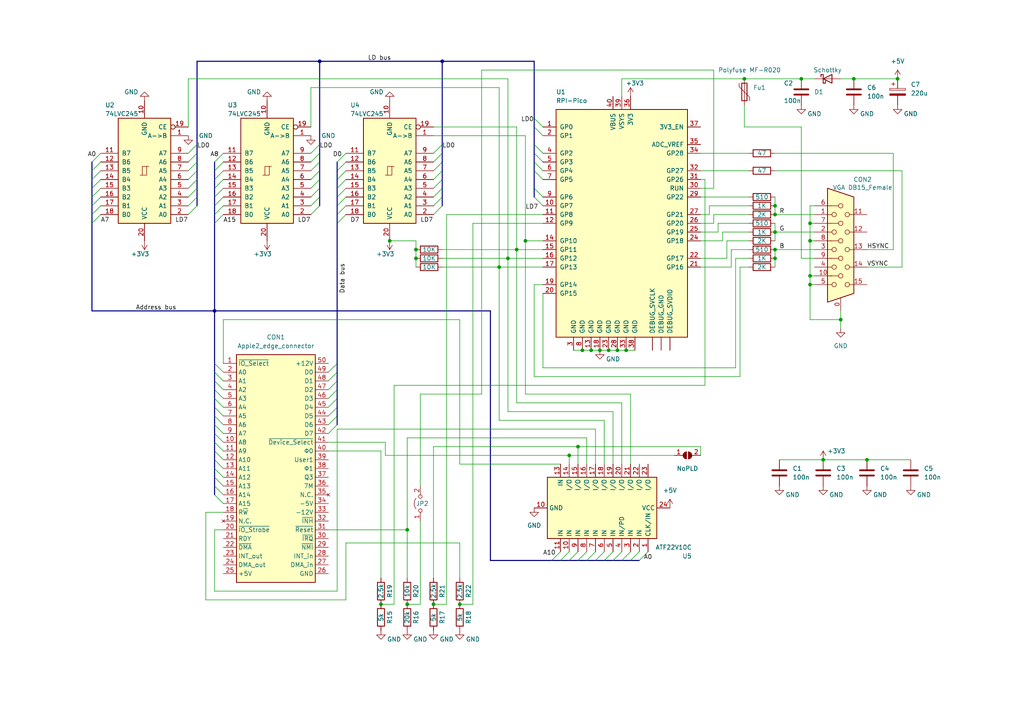
<source format=kicad_sch>
(kicad_sch (version 20230121) (generator eeschema)

  (uuid 4c6c2bca-2dd1-4d7b-a3c3-50b1d850646e)

  (paper "A4")

  (title_block
    (title "A2VGA.v1.3")
  )

  (lib_symbols
    (symbol "74xx:74LS245" (pin_names (offset 1.016)) (in_bom yes) (on_board yes)
      (property "Reference" "U" (at -7.62 16.51 0)
        (effects (font (size 1.27 1.27)))
      )
      (property "Value" "74LS245" (at -7.62 -16.51 0)
        (effects (font (size 1.27 1.27)))
      )
      (property "Footprint" "" (at 0 0 0)
        (effects (font (size 1.27 1.27)) hide)
      )
      (property "Datasheet" "http://www.ti.com/lit/gpn/sn74LS245" (at 0 0 0)
        (effects (font (size 1.27 1.27)) hide)
      )
      (property "ki_locked" "" (at 0 0 0)
        (effects (font (size 1.27 1.27)))
      )
      (property "ki_keywords" "TTL BUS 3State" (at 0 0 0)
        (effects (font (size 1.27 1.27)) hide)
      )
      (property "ki_description" "Octal BUS Transceivers, 3-State outputs" (at 0 0 0)
        (effects (font (size 1.27 1.27)) hide)
      )
      (property "ki_fp_filters" "DIP?20*" (at 0 0 0)
        (effects (font (size 1.27 1.27)) hide)
      )
      (symbol "74LS245_1_0"
        (polyline
          (pts
            (xy -0.635 -1.27)
            (xy -0.635 1.27)
            (xy 0.635 1.27)
          )
          (stroke (width 0) (type default))
          (fill (type none))
        )
        (polyline
          (pts
            (xy -1.27 -1.27)
            (xy 0.635 -1.27)
            (xy 0.635 1.27)
            (xy 1.27 1.27)
          )
          (stroke (width 0) (type default))
          (fill (type none))
        )
        (pin input line (at -12.7 -10.16 0) (length 5.08)
          (name "A->B" (effects (font (size 1.27 1.27))))
          (number "1" (effects (font (size 1.27 1.27))))
        )
        (pin power_in line (at 0 -20.32 90) (length 5.08)
          (name "GND" (effects (font (size 1.27 1.27))))
          (number "10" (effects (font (size 1.27 1.27))))
        )
        (pin tri_state line (at 12.7 -5.08 180) (length 5.08)
          (name "B7" (effects (font (size 1.27 1.27))))
          (number "11" (effects (font (size 1.27 1.27))))
        )
        (pin tri_state line (at 12.7 -2.54 180) (length 5.08)
          (name "B6" (effects (font (size 1.27 1.27))))
          (number "12" (effects (font (size 1.27 1.27))))
        )
        (pin tri_state line (at 12.7 0 180) (length 5.08)
          (name "B5" (effects (font (size 1.27 1.27))))
          (number "13" (effects (font (size 1.27 1.27))))
        )
        (pin tri_state line (at 12.7 2.54 180) (length 5.08)
          (name "B4" (effects (font (size 1.27 1.27))))
          (number "14" (effects (font (size 1.27 1.27))))
        )
        (pin tri_state line (at 12.7 5.08 180) (length 5.08)
          (name "B3" (effects (font (size 1.27 1.27))))
          (number "15" (effects (font (size 1.27 1.27))))
        )
        (pin tri_state line (at 12.7 7.62 180) (length 5.08)
          (name "B2" (effects (font (size 1.27 1.27))))
          (number "16" (effects (font (size 1.27 1.27))))
        )
        (pin tri_state line (at 12.7 10.16 180) (length 5.08)
          (name "B1" (effects (font (size 1.27 1.27))))
          (number "17" (effects (font (size 1.27 1.27))))
        )
        (pin tri_state line (at 12.7 12.7 180) (length 5.08)
          (name "B0" (effects (font (size 1.27 1.27))))
          (number "18" (effects (font (size 1.27 1.27))))
        )
        (pin input inverted (at -12.7 -12.7 0) (length 5.08)
          (name "CE" (effects (font (size 1.27 1.27))))
          (number "19" (effects (font (size 1.27 1.27))))
        )
        (pin tri_state line (at -12.7 12.7 0) (length 5.08)
          (name "A0" (effects (font (size 1.27 1.27))))
          (number "2" (effects (font (size 1.27 1.27))))
        )
        (pin power_in line (at 0 20.32 270) (length 5.08)
          (name "VCC" (effects (font (size 1.27 1.27))))
          (number "20" (effects (font (size 1.27 1.27))))
        )
        (pin tri_state line (at -12.7 10.16 0) (length 5.08)
          (name "A1" (effects (font (size 1.27 1.27))))
          (number "3" (effects (font (size 1.27 1.27))))
        )
        (pin tri_state line (at -12.7 7.62 0) (length 5.08)
          (name "A2" (effects (font (size 1.27 1.27))))
          (number "4" (effects (font (size 1.27 1.27))))
        )
        (pin tri_state line (at -12.7 5.08 0) (length 5.08)
          (name "A3" (effects (font (size 1.27 1.27))))
          (number "5" (effects (font (size 1.27 1.27))))
        )
        (pin tri_state line (at -12.7 2.54 0) (length 5.08)
          (name "A4" (effects (font (size 1.27 1.27))))
          (number "6" (effects (font (size 1.27 1.27))))
        )
        (pin tri_state line (at -12.7 0 0) (length 5.08)
          (name "A5" (effects (font (size 1.27 1.27))))
          (number "7" (effects (font (size 1.27 1.27))))
        )
        (pin tri_state line (at -12.7 -2.54 0) (length 5.08)
          (name "A6" (effects (font (size 1.27 1.27))))
          (number "8" (effects (font (size 1.27 1.27))))
        )
        (pin tri_state line (at -12.7 -5.08 0) (length 5.08)
          (name "A7" (effects (font (size 1.27 1.27))))
          (number "9" (effects (font (size 1.27 1.27))))
        )
      )
      (symbol "74LS245_1_1"
        (rectangle (start -7.62 15.24) (end 7.62 -15.24)
          (stroke (width 0.254) (type default))
          (fill (type background))
        )
      )
    )
    (symbol "Connector:DB15_Female_HighDensity_MountingHoles" (pin_names (offset 1.016) hide) (in_bom yes) (on_board yes)
      (property "Reference" "J" (at 0 21.59 0)
        (effects (font (size 1.27 1.27)))
      )
      (property "Value" "DB15_Female_HighDensity_MountingHoles" (at 0 19.05 0)
        (effects (font (size 1.27 1.27)))
      )
      (property "Footprint" "" (at -24.13 10.16 0)
        (effects (font (size 1.27 1.27)) hide)
      )
      (property "Datasheet" " ~" (at -24.13 10.16 0)
        (effects (font (size 1.27 1.27)) hide)
      )
      (property "ki_keywords" "connector db15 female D-SUB VGA" (at 0 0 0)
        (effects (font (size 1.27 1.27)) hide)
      )
      (property "ki_description" "15-pin female D-SUB connector, High density (3 columns), Triple Row, Generic, VGA-connector, Mounting Hole" (at 0 0 0)
        (effects (font (size 1.27 1.27)) hide)
      )
      (property "ki_fp_filters" "DSUB*Female*" (at 0 0 0)
        (effects (font (size 1.27 1.27)) hide)
      )
      (symbol "DB15_Female_HighDensity_MountingHoles_0_1"
        (circle (center -1.905 -10.16) (radius 0.635)
          (stroke (width 0) (type default))
          (fill (type none))
        )
        (circle (center -1.905 -5.08) (radius 0.635)
          (stroke (width 0) (type default))
          (fill (type none))
        )
        (circle (center -1.905 0) (radius 0.635)
          (stroke (width 0) (type default))
          (fill (type none))
        )
        (circle (center -1.905 5.08) (radius 0.635)
          (stroke (width 0) (type default))
          (fill (type none))
        )
        (circle (center -1.905 10.16) (radius 0.635)
          (stroke (width 0) (type default))
          (fill (type none))
        )
        (circle (center 0 -7.62) (radius 0.635)
          (stroke (width 0) (type default))
          (fill (type none))
        )
        (circle (center 0 -2.54) (radius 0.635)
          (stroke (width 0) (type default))
          (fill (type none))
        )
        (polyline
          (pts
            (xy -3.175 7.62)
            (xy -0.635 7.62)
          )
          (stroke (width 0) (type default))
          (fill (type none))
        )
        (polyline
          (pts
            (xy -0.635 -7.62)
            (xy -3.175 -7.62)
          )
          (stroke (width 0) (type default))
          (fill (type none))
        )
        (polyline
          (pts
            (xy -0.635 -2.54)
            (xy -3.175 -2.54)
          )
          (stroke (width 0) (type default))
          (fill (type none))
        )
        (polyline
          (pts
            (xy -0.635 2.54)
            (xy -3.175 2.54)
          )
          (stroke (width 0) (type default))
          (fill (type none))
        )
        (polyline
          (pts
            (xy -0.635 12.7)
            (xy -3.175 12.7)
          )
          (stroke (width 0) (type default))
          (fill (type none))
        )
        (polyline
          (pts
            (xy -3.81 17.78)
            (xy -3.81 -15.24)
            (xy 3.81 -12.7)
            (xy 3.81 15.24)
            (xy -3.81 17.78)
          )
          (stroke (width 0.254) (type default))
          (fill (type background))
        )
        (circle (center 0 2.54) (radius 0.635)
          (stroke (width 0) (type default))
          (fill (type none))
        )
        (circle (center 0 7.62) (radius 0.635)
          (stroke (width 0) (type default))
          (fill (type none))
        )
        (circle (center 0 12.7) (radius 0.635)
          (stroke (width 0) (type default))
          (fill (type none))
        )
        (circle (center 1.905 -10.16) (radius 0.635)
          (stroke (width 0) (type default))
          (fill (type none))
        )
        (circle (center 1.905 -5.08) (radius 0.635)
          (stroke (width 0) (type default))
          (fill (type none))
        )
        (circle (center 1.905 0) (radius 0.635)
          (stroke (width 0) (type default))
          (fill (type none))
        )
        (circle (center 1.905 5.08) (radius 0.635)
          (stroke (width 0) (type default))
          (fill (type none))
        )
        (circle (center 1.905 10.16) (radius 0.635)
          (stroke (width 0) (type default))
          (fill (type none))
        )
      )
      (symbol "DB15_Female_HighDensity_MountingHoles_1_1"
        (pin passive line (at 0 -17.78 90) (length 3.81)
          (name "~" (effects (font (size 1.27 1.27))))
          (number "0" (effects (font (size 1.27 1.27))))
        )
        (pin passive line (at -7.62 10.16 0) (length 5.08)
          (name "~" (effects (font (size 1.27 1.27))))
          (number "1" (effects (font (size 1.27 1.27))))
        )
        (pin passive line (at -7.62 -7.62 0) (length 5.08)
          (name "~" (effects (font (size 1.27 1.27))))
          (number "10" (effects (font (size 1.27 1.27))))
        )
        (pin passive line (at 7.62 10.16 180) (length 5.08)
          (name "~" (effects (font (size 1.27 1.27))))
          (number "11" (effects (font (size 1.27 1.27))))
        )
        (pin passive line (at 7.62 5.08 180) (length 5.08)
          (name "~" (effects (font (size 1.27 1.27))))
          (number "12" (effects (font (size 1.27 1.27))))
        )
        (pin passive line (at 7.62 0 180) (length 5.08)
          (name "~" (effects (font (size 1.27 1.27))))
          (number "13" (effects (font (size 1.27 1.27))))
        )
        (pin passive line (at 7.62 -5.08 180) (length 5.08)
          (name "~" (effects (font (size 1.27 1.27))))
          (number "14" (effects (font (size 1.27 1.27))))
        )
        (pin passive line (at 7.62 -10.16 180) (length 5.08)
          (name "~" (effects (font (size 1.27 1.27))))
          (number "15" (effects (font (size 1.27 1.27))))
        )
        (pin passive line (at -7.62 5.08 0) (length 5.08)
          (name "~" (effects (font (size 1.27 1.27))))
          (number "2" (effects (font (size 1.27 1.27))))
        )
        (pin passive line (at -7.62 0 0) (length 5.08)
          (name "~" (effects (font (size 1.27 1.27))))
          (number "3" (effects (font (size 1.27 1.27))))
        )
        (pin passive line (at -7.62 -5.08 0) (length 5.08)
          (name "~" (effects (font (size 1.27 1.27))))
          (number "4" (effects (font (size 1.27 1.27))))
        )
        (pin passive line (at -7.62 -10.16 0) (length 5.08)
          (name "~" (effects (font (size 1.27 1.27))))
          (number "5" (effects (font (size 1.27 1.27))))
        )
        (pin passive line (at -7.62 12.7 0) (length 5.08)
          (name "~" (effects (font (size 1.27 1.27))))
          (number "6" (effects (font (size 1.27 1.27))))
        )
        (pin passive line (at -7.62 7.62 0) (length 5.08)
          (name "~" (effects (font (size 1.27 1.27))))
          (number "7" (effects (font (size 1.27 1.27))))
        )
        (pin passive line (at -7.62 2.54 0) (length 5.08)
          (name "~" (effects (font (size 1.27 1.27))))
          (number "8" (effects (font (size 1.27 1.27))))
        )
        (pin passive line (at -7.62 -2.54 0) (length 5.08)
          (name "~" (effects (font (size 1.27 1.27))))
          (number "9" (effects (font (size 1.27 1.27))))
        )
      )
    )
    (symbol "Device:C" (pin_numbers hide) (pin_names (offset 0.254)) (in_bom yes) (on_board yes)
      (property "Reference" "C" (at 0.635 2.54 0)
        (effects (font (size 1.27 1.27)) (justify left))
      )
      (property "Value" "C" (at 0.635 -2.54 0)
        (effects (font (size 1.27 1.27)) (justify left))
      )
      (property "Footprint" "" (at 0.9652 -3.81 0)
        (effects (font (size 1.27 1.27)) hide)
      )
      (property "Datasheet" "~" (at 0 0 0)
        (effects (font (size 1.27 1.27)) hide)
      )
      (property "ki_keywords" "cap capacitor" (at 0 0 0)
        (effects (font (size 1.27 1.27)) hide)
      )
      (property "ki_description" "Unpolarized capacitor" (at 0 0 0)
        (effects (font (size 1.27 1.27)) hide)
      )
      (property "ki_fp_filters" "C_*" (at 0 0 0)
        (effects (font (size 1.27 1.27)) hide)
      )
      (symbol "C_0_1"
        (polyline
          (pts
            (xy -2.032 -0.762)
            (xy 2.032 -0.762)
          )
          (stroke (width 0.508) (type default))
          (fill (type none))
        )
        (polyline
          (pts
            (xy -2.032 0.762)
            (xy 2.032 0.762)
          )
          (stroke (width 0.508) (type default))
          (fill (type none))
        )
      )
      (symbol "C_1_1"
        (pin passive line (at 0 3.81 270) (length 2.794)
          (name "~" (effects (font (size 1.27 1.27))))
          (number "1" (effects (font (size 1.27 1.27))))
        )
        (pin passive line (at 0 -3.81 90) (length 2.794)
          (name "~" (effects (font (size 1.27 1.27))))
          (number "2" (effects (font (size 1.27 1.27))))
        )
      )
    )
    (symbol "Device:C_Polarized" (pin_numbers hide) (pin_names (offset 0.254)) (in_bom yes) (on_board yes)
      (property "Reference" "C" (at 0.635 2.54 0)
        (effects (font (size 1.27 1.27)) (justify left))
      )
      (property "Value" "C_Polarized" (at 0.635 -2.54 0)
        (effects (font (size 1.27 1.27)) (justify left))
      )
      (property "Footprint" "" (at 0.9652 -3.81 0)
        (effects (font (size 1.27 1.27)) hide)
      )
      (property "Datasheet" "~" (at 0 0 0)
        (effects (font (size 1.27 1.27)) hide)
      )
      (property "ki_keywords" "cap capacitor" (at 0 0 0)
        (effects (font (size 1.27 1.27)) hide)
      )
      (property "ki_description" "Polarized capacitor" (at 0 0 0)
        (effects (font (size 1.27 1.27)) hide)
      )
      (property "ki_fp_filters" "CP_*" (at 0 0 0)
        (effects (font (size 1.27 1.27)) hide)
      )
      (symbol "C_Polarized_0_1"
        (rectangle (start -2.286 0.508) (end 2.286 1.016)
          (stroke (width 0) (type default))
          (fill (type none))
        )
        (polyline
          (pts
            (xy -1.778 2.286)
            (xy -0.762 2.286)
          )
          (stroke (width 0) (type default))
          (fill (type none))
        )
        (polyline
          (pts
            (xy -1.27 2.794)
            (xy -1.27 1.778)
          )
          (stroke (width 0) (type default))
          (fill (type none))
        )
        (rectangle (start 2.286 -0.508) (end -2.286 -1.016)
          (stroke (width 0) (type default))
          (fill (type outline))
        )
      )
      (symbol "C_Polarized_1_1"
        (pin passive line (at 0 3.81 270) (length 2.794)
          (name "~" (effects (font (size 1.27 1.27))))
          (number "1" (effects (font (size 1.27 1.27))))
        )
        (pin passive line (at 0 -3.81 90) (length 2.794)
          (name "~" (effects (font (size 1.27 1.27))))
          (number "2" (effects (font (size 1.27 1.27))))
        )
      )
    )
    (symbol "Device:Polyfuse" (pin_numbers hide) (pin_names (offset 0)) (in_bom yes) (on_board yes)
      (property "Reference" "F" (at -2.54 0 90)
        (effects (font (size 1.27 1.27)))
      )
      (property "Value" "Polyfuse" (at 2.54 0 90)
        (effects (font (size 1.27 1.27)))
      )
      (property "Footprint" "" (at 1.27 -5.08 0)
        (effects (font (size 1.27 1.27)) (justify left) hide)
      )
      (property "Datasheet" "~" (at 0 0 0)
        (effects (font (size 1.27 1.27)) hide)
      )
      (property "ki_keywords" "resettable fuse PTC PPTC polyfuse polyswitch" (at 0 0 0)
        (effects (font (size 1.27 1.27)) hide)
      )
      (property "ki_description" "Resettable fuse, polymeric positive temperature coefficient" (at 0 0 0)
        (effects (font (size 1.27 1.27)) hide)
      )
      (property "ki_fp_filters" "*polyfuse* *PTC*" (at 0 0 0)
        (effects (font (size 1.27 1.27)) hide)
      )
      (symbol "Polyfuse_0_1"
        (rectangle (start -0.762 2.54) (end 0.762 -2.54)
          (stroke (width 0.254) (type default))
          (fill (type none))
        )
        (polyline
          (pts
            (xy 0 2.54)
            (xy 0 -2.54)
          )
          (stroke (width 0) (type default))
          (fill (type none))
        )
        (polyline
          (pts
            (xy -1.524 2.54)
            (xy -1.524 1.524)
            (xy 1.524 -1.524)
            (xy 1.524 -2.54)
          )
          (stroke (width 0) (type default))
          (fill (type none))
        )
      )
      (symbol "Polyfuse_1_1"
        (pin passive line (at 0 3.81 270) (length 1.27)
          (name "~" (effects (font (size 1.27 1.27))))
          (number "1" (effects (font (size 1.27 1.27))))
        )
        (pin passive line (at 0 -3.81 90) (length 1.27)
          (name "~" (effects (font (size 1.27 1.27))))
          (number "2" (effects (font (size 1.27 1.27))))
        )
      )
    )
    (symbol "Device:R" (pin_numbers hide) (pin_names (offset 0)) (in_bom yes) (on_board yes)
      (property "Reference" "R" (at 2.032 0 90)
        (effects (font (size 1.27 1.27)))
      )
      (property "Value" "R" (at 0 0 90)
        (effects (font (size 1.27 1.27)))
      )
      (property "Footprint" "" (at -1.778 0 90)
        (effects (font (size 1.27 1.27)) hide)
      )
      (property "Datasheet" "~" (at 0 0 0)
        (effects (font (size 1.27 1.27)) hide)
      )
      (property "ki_keywords" "R res resistor" (at 0 0 0)
        (effects (font (size 1.27 1.27)) hide)
      )
      (property "ki_description" "Resistor" (at 0 0 0)
        (effects (font (size 1.27 1.27)) hide)
      )
      (property "ki_fp_filters" "R_*" (at 0 0 0)
        (effects (font (size 1.27 1.27)) hide)
      )
      (symbol "R_0_1"
        (rectangle (start -1.016 -2.54) (end 1.016 2.54)
          (stroke (width 0.254) (type default))
          (fill (type none))
        )
      )
      (symbol "R_1_1"
        (pin passive line (at 0 3.81 270) (length 1.27)
          (name "~" (effects (font (size 1.27 1.27))))
          (number "1" (effects (font (size 1.27 1.27))))
        )
        (pin passive line (at 0 -3.81 90) (length 1.27)
          (name "~" (effects (font (size 1.27 1.27))))
          (number "2" (effects (font (size 1.27 1.27))))
        )
      )
    )
    (symbol "Diode:1N6857" (pin_numbers hide) (pin_names (offset 1.016) hide) (in_bom yes) (on_board yes)
      (property "Reference" "D" (at 0 2.54 0)
        (effects (font (size 1.27 1.27)))
      )
      (property "Value" "1N6857" (at 0 -2.54 0)
        (effects (font (size 1.27 1.27)))
      )
      (property "Footprint" "Diode_THT:D_DO-35_SOD27_P7.62mm_Horizontal" (at 0 -4.445 0)
        (effects (font (size 1.27 1.27)) hide)
      )
      (property "Datasheet" "https://www.microsemi.com/document-portal/doc_download/8865-lds-0040-datasheet" (at 0 0 0)
        (effects (font (size 1.27 1.27)) hide)
      )
      (property "ki_keywords" "diode Schottky" (at 0 0 0)
        (effects (font (size 1.27 1.27)) hide)
      )
      (property "ki_description" "20V 150mA Schottky diode, DO-35" (at 0 0 0)
        (effects (font (size 1.27 1.27)) hide)
      )
      (property "ki_fp_filters" "D*DO?35*" (at 0 0 0)
        (effects (font (size 1.27 1.27)) hide)
      )
      (symbol "1N6857_0_1"
        (polyline
          (pts
            (xy 1.27 0)
            (xy -1.27 0)
          )
          (stroke (width 0) (type default))
          (fill (type none))
        )
        (polyline
          (pts
            (xy 1.27 1.27)
            (xy 1.27 -1.27)
            (xy -1.27 0)
            (xy 1.27 1.27)
          )
          (stroke (width 0.254) (type default))
          (fill (type none))
        )
        (polyline
          (pts
            (xy -1.905 0.635)
            (xy -1.905 1.27)
            (xy -1.27 1.27)
            (xy -1.27 -1.27)
            (xy -0.635 -1.27)
            (xy -0.635 -0.635)
          )
          (stroke (width 0.254) (type default))
          (fill (type none))
        )
      )
      (symbol "1N6857_1_1"
        (pin passive line (at -3.81 0 0) (length 2.54)
          (name "K" (effects (font (size 1.27 1.27))))
          (number "1" (effects (font (size 1.27 1.27))))
        )
        (pin passive line (at 3.81 0 180) (length 2.54)
          (name "A" (effects (font (size 1.27 1.27))))
          (number "2" (effects (font (size 1.27 1.27))))
        )
      )
    )
    (symbol "Jumper:Jumper_2_Open" (pin_names (offset 0) hide) (in_bom yes) (on_board yes)
      (property "Reference" "JP" (at 0 2.794 0)
        (effects (font (size 1.27 1.27)))
      )
      (property "Value" "Jumper_2_Open" (at 0 -2.286 0)
        (effects (font (size 1.27 1.27)))
      )
      (property "Footprint" "" (at 0 0 0)
        (effects (font (size 1.27 1.27)) hide)
      )
      (property "Datasheet" "~" (at 0 0 0)
        (effects (font (size 1.27 1.27)) hide)
      )
      (property "ki_keywords" "Jumper SPST" (at 0 0 0)
        (effects (font (size 1.27 1.27)) hide)
      )
      (property "ki_description" "Jumper, 2-pole, open" (at 0 0 0)
        (effects (font (size 1.27 1.27)) hide)
      )
      (property "ki_fp_filters" "Jumper* TestPoint*2Pads* TestPoint*Bridge*" (at 0 0 0)
        (effects (font (size 1.27 1.27)) hide)
      )
      (symbol "Jumper_2_Open_0_0"
        (circle (center -2.032 0) (radius 0.508)
          (stroke (width 0) (type default))
          (fill (type none))
        )
        (circle (center 2.032 0) (radius 0.508)
          (stroke (width 0) (type default))
          (fill (type none))
        )
      )
      (symbol "Jumper_2_Open_0_1"
        (arc (start 1.524 1.27) (mid 0 1.778) (end -1.524 1.27)
          (stroke (width 0) (type default))
          (fill (type none))
        )
      )
      (symbol "Jumper_2_Open_1_1"
        (pin passive line (at -5.08 0 0) (length 2.54)
          (name "A" (effects (font (size 1.27 1.27))))
          (number "1" (effects (font (size 1.27 1.27))))
        )
        (pin passive line (at 5.08 0 180) (length 2.54)
          (name "B" (effects (font (size 1.27 1.27))))
          (number "2" (effects (font (size 1.27 1.27))))
        )
      )
    )
    (symbol "Jumper:SolderJumper_2_Open" (pin_names (offset 0) hide) (in_bom yes) (on_board yes)
      (property "Reference" "JP" (at 0 2.032 0)
        (effects (font (size 1.27 1.27)))
      )
      (property "Value" "SolderJumper_2_Open" (at 0 -2.54 0)
        (effects (font (size 1.27 1.27)))
      )
      (property "Footprint" "" (at 0 0 0)
        (effects (font (size 1.27 1.27)) hide)
      )
      (property "Datasheet" "~" (at 0 0 0)
        (effects (font (size 1.27 1.27)) hide)
      )
      (property "ki_keywords" "solder jumper SPST" (at 0 0 0)
        (effects (font (size 1.27 1.27)) hide)
      )
      (property "ki_description" "Solder Jumper, 2-pole, open" (at 0 0 0)
        (effects (font (size 1.27 1.27)) hide)
      )
      (property "ki_fp_filters" "SolderJumper*Open*" (at 0 0 0)
        (effects (font (size 1.27 1.27)) hide)
      )
      (symbol "SolderJumper_2_Open_0_1"
        (arc (start -0.254 1.016) (mid -1.2656 0) (end -0.254 -1.016)
          (stroke (width 0) (type default))
          (fill (type none))
        )
        (arc (start -0.254 1.016) (mid -1.2656 0) (end -0.254 -1.016)
          (stroke (width 0) (type default))
          (fill (type outline))
        )
        (polyline
          (pts
            (xy -0.254 1.016)
            (xy -0.254 -1.016)
          )
          (stroke (width 0) (type default))
          (fill (type none))
        )
        (polyline
          (pts
            (xy 0.254 1.016)
            (xy 0.254 -1.016)
          )
          (stroke (width 0) (type default))
          (fill (type none))
        )
        (arc (start 0.254 -1.016) (mid 1.2656 0) (end 0.254 1.016)
          (stroke (width 0) (type default))
          (fill (type none))
        )
        (arc (start 0.254 -1.016) (mid 1.2656 0) (end 0.254 1.016)
          (stroke (width 0) (type default))
          (fill (type outline))
        )
      )
      (symbol "SolderJumper_2_Open_1_1"
        (pin passive line (at -3.81 0 0) (length 2.54)
          (name "A" (effects (font (size 1.27 1.27))))
          (number "1" (effects (font (size 1.27 1.27))))
        )
        (pin passive line (at 3.81 0 180) (length 2.54)
          (name "B" (effects (font (size 1.27 1.27))))
          (number "2" (effects (font (size 1.27 1.27))))
        )
      )
    )
    (symbol "MCU_Microchip_PIC16:RPI-Pico" (pin_names (offset 1.016)) (in_bom yes) (on_board yes)
      (property "Reference" "U" (at 6.35 35.56 0)
        (effects (font (size 1.27 1.27)) (justify left))
      )
      (property "Value" "RPI-Pico" (at 6.35 33.02 0)
        (effects (font (size 1.27 1.27)) (justify left))
      )
      (property "Footprint" "" (at 0 0 0)
        (effects (font (size 1.27 1.27) italic) hide)
      )
      (property "Datasheet" "RPI-Pico" (at 0 0 0)
        (effects (font (size 1.27 1.27)) hide)
      )
      (property "ki_keywords" "Flash-Based 8-Bit Microcontroller" (at 0 0 0)
        (effects (font (size 1.27 1.27)) hide)
      )
      (property "ki_description" "4K Flash, 192B SRAM, ADC, PWM, DIP40" (at 0 0 0)
        (effects (font (size 1.27 1.27)) hide)
      )
      (property "ki_fp_filters" "DIP* PDIP*" (at 0 0 0)
        (effects (font (size 1.27 1.27)) hide)
      )
      (symbol "RPI-Pico_0_1"
        (rectangle (start -19.05 -34.29) (end 19.05 31.75)
          (stroke (width 0.254) (type default))
          (fill (type background))
        )
      )
      (symbol "RPI-Pico_1_1"
        (pin power_in line (at 11.43 -38.1 90) (length 3.81)
          (name "DEBUG_GND" (effects (font (size 1.27 1.27))))
          (number "" (effects (font (size 1.27 1.27))))
        )
        (pin bidirectional line (at 8.89 -38.1 90) (length 3.81)
          (name "DEBUG_SVCLK" (effects (font (size 1.27 1.27))))
          (number "" (effects (font (size 1.27 1.27))))
        )
        (pin bidirectional line (at 13.97 -38.1 90) (length 3.81)
          (name "DEBUG_SVDIO" (effects (font (size 1.27 1.27))))
          (number "" (effects (font (size 1.27 1.27))))
        )
        (pin bidirectional line (at -22.86 26.67 0) (length 3.81)
          (name "GP0" (effects (font (size 1.27 1.27))))
          (number "1" (effects (font (size 1.27 1.27))))
        )
        (pin bidirectional line (at -22.86 3.81 0) (length 3.81)
          (name "GP7" (effects (font (size 1.27 1.27))))
          (number "10" (effects (font (size 1.27 1.27))))
        )
        (pin bidirectional line (at -22.86 1.27 0) (length 3.81)
          (name "GP8" (effects (font (size 1.27 1.27))))
          (number "11" (effects (font (size 1.27 1.27))))
        )
        (pin bidirectional line (at -22.86 -1.27 0) (length 3.81)
          (name "GP9" (effects (font (size 1.27 1.27))))
          (number "12" (effects (font (size 1.27 1.27))))
        )
        (pin power_in line (at -8.89 -38.1 90) (length 3.81)
          (name "GND" (effects (font (size 1.27 1.27))))
          (number "13" (effects (font (size 1.27 1.27))))
        )
        (pin bidirectional line (at -22.86 -6.35 0) (length 3.81)
          (name "GP10" (effects (font (size 1.27 1.27))))
          (number "14" (effects (font (size 1.27 1.27))))
        )
        (pin bidirectional line (at -22.86 -8.89 0) (length 3.81)
          (name "GP11" (effects (font (size 1.27 1.27))))
          (number "15" (effects (font (size 1.27 1.27))))
        )
        (pin bidirectional line (at -22.86 -11.43 0) (length 3.81)
          (name "GP12" (effects (font (size 1.27 1.27))))
          (number "16" (effects (font (size 1.27 1.27))))
        )
        (pin bidirectional line (at -22.86 -13.97 0) (length 3.81)
          (name "GP13" (effects (font (size 1.27 1.27))))
          (number "17" (effects (font (size 1.27 1.27))))
        )
        (pin power_in line (at -6.35 -38.1 90) (length 3.81)
          (name "GND" (effects (font (size 1.27 1.27))))
          (number "18" (effects (font (size 1.27 1.27))))
        )
        (pin bidirectional line (at -22.86 -19.05 0) (length 3.81)
          (name "GP14" (effects (font (size 1.27 1.27))))
          (number "19" (effects (font (size 1.27 1.27))))
        )
        (pin bidirectional line (at -22.86 24.13 0) (length 3.81)
          (name "GP1" (effects (font (size 1.27 1.27))))
          (number "2" (effects (font (size 1.27 1.27))))
        )
        (pin bidirectional line (at -22.86 -21.59 0) (length 3.81)
          (name "GP15" (effects (font (size 1.27 1.27))))
          (number "20" (effects (font (size 1.27 1.27))))
        )
        (pin bidirectional line (at 22.86 -13.97 180) (length 3.81)
          (name "GP16" (effects (font (size 1.27 1.27))))
          (number "21" (effects (font (size 1.27 1.27))))
        )
        (pin bidirectional line (at 22.86 -11.43 180) (length 3.81)
          (name "GP17" (effects (font (size 1.27 1.27))))
          (number "22" (effects (font (size 1.27 1.27))))
        )
        (pin power_in line (at -3.81 -38.1 90) (length 3.81)
          (name "GND" (effects (font (size 1.27 1.27))))
          (number "23" (effects (font (size 1.27 1.27))))
        )
        (pin bidirectional line (at 22.86 -6.35 180) (length 3.81)
          (name "GP18" (effects (font (size 1.27 1.27))))
          (number "24" (effects (font (size 1.27 1.27))))
        )
        (pin bidirectional line (at 22.86 -3.81 180) (length 3.81)
          (name "GP19" (effects (font (size 1.27 1.27))))
          (number "25" (effects (font (size 1.27 1.27))))
        )
        (pin bidirectional line (at 22.86 -1.27 180) (length 3.81)
          (name "GP20" (effects (font (size 1.27 1.27))))
          (number "26" (effects (font (size 1.27 1.27))))
        )
        (pin bidirectional line (at 22.86 1.27 180) (length 3.81)
          (name "GP21" (effects (font (size 1.27 1.27))))
          (number "27" (effects (font (size 1.27 1.27))))
        )
        (pin power_in line (at -1.27 -38.1 90) (length 3.81)
          (name "GND" (effects (font (size 1.27 1.27))))
          (number "28" (effects (font (size 1.27 1.27))))
        )
        (pin bidirectional line (at 22.86 6.35 180) (length 3.81)
          (name "GP22" (effects (font (size 1.27 1.27))))
          (number "29" (effects (font (size 1.27 1.27))))
        )
        (pin power_in line (at -13.97 -38.1 90) (length 3.81)
          (name "GND" (effects (font (size 1.27 1.27))))
          (number "3" (effects (font (size 1.27 1.27))))
        )
        (pin bidirectional line (at 22.86 8.89 180) (length 3.81)
          (name "RUN" (effects (font (size 1.27 1.27))))
          (number "30" (effects (font (size 1.27 1.27))))
        )
        (pin bidirectional line (at 22.86 11.43 180) (length 3.81)
          (name "GP26" (effects (font (size 1.27 1.27))))
          (number "31" (effects (font (size 1.27 1.27))))
        )
        (pin bidirectional line (at 22.86 13.97 180) (length 3.81)
          (name "GP27" (effects (font (size 1.27 1.27))))
          (number "32" (effects (font (size 1.27 1.27))))
        )
        (pin power_in line (at 1.27 -38.1 90) (length 3.81)
          (name "GND" (effects (font (size 1.27 1.27))))
          (number "33" (effects (font (size 1.27 1.27))))
        )
        (pin bidirectional line (at 22.86 19.05 180) (length 3.81)
          (name "GP28" (effects (font (size 1.27 1.27))))
          (number "34" (effects (font (size 1.27 1.27))))
        )
        (pin bidirectional line (at 22.86 21.59 180) (length 3.81)
          (name "ADC_VREF" (effects (font (size 1.27 1.27))))
          (number "35" (effects (font (size 1.27 1.27))))
        )
        (pin power_in line (at 2.54 35.56 270) (length 3.81)
          (name "3V3" (effects (font (size 1.27 1.27))))
          (number "36" (effects (font (size 1.27 1.27))))
        )
        (pin bidirectional line (at 22.86 26.67 180) (length 3.81)
          (name "3V3_EN" (effects (font (size 1.27 1.27))))
          (number "37" (effects (font (size 1.27 1.27))))
        )
        (pin power_in line (at 3.81 -38.1 90) (length 3.81)
          (name "GND" (effects (font (size 1.27 1.27))))
          (number "38" (effects (font (size 1.27 1.27))))
        )
        (pin power_in line (at 0 35.56 270) (length 3.81)
          (name "VSYS" (effects (font (size 1.27 1.27))))
          (number "39" (effects (font (size 1.27 1.27))))
        )
        (pin bidirectional line (at -22.86 19.05 0) (length 3.81)
          (name "GP2" (effects (font (size 1.27 1.27))))
          (number "4" (effects (font (size 1.27 1.27))))
        )
        (pin power_in line (at -2.54 35.56 270) (length 3.81)
          (name "VBUS" (effects (font (size 1.27 1.27))))
          (number "40" (effects (font (size 1.27 1.27))))
        )
        (pin bidirectional line (at -22.86 16.51 0) (length 3.81)
          (name "GP3" (effects (font (size 1.27 1.27))))
          (number "5" (effects (font (size 1.27 1.27))))
        )
        (pin bidirectional line (at -22.86 13.97 0) (length 3.81)
          (name "GP4" (effects (font (size 1.27 1.27))))
          (number "6" (effects (font (size 1.27 1.27))))
        )
        (pin bidirectional line (at -22.86 11.43 0) (length 3.81)
          (name "GP5" (effects (font (size 1.27 1.27))))
          (number "7" (effects (font (size 1.27 1.27))))
        )
        (pin power_in line (at -11.43 -38.1 90) (length 3.81)
          (name "GND" (effects (font (size 1.27 1.27))))
          (number "8" (effects (font (size 1.27 1.27))))
        )
        (pin bidirectional line (at -22.86 6.35 0) (length 3.81)
          (name "GP6" (effects (font (size 1.27 1.27))))
          (number "9" (effects (font (size 1.27 1.27))))
        )
      )
    )
    (symbol "Ralle_Library:ATF22V10C" (in_bom yes) (on_board yes)
      (property "Reference" "U" (at 0 0 0)
        (effects (font (size 1.27 1.27)))
      )
      (property "Value" "ATF22V10C" (at 6.35 -17.78 0)
        (effects (font (size 1.27 1.27)))
      )
      (property "Footprint" "" (at 0 0 0)
        (effects (font (size 1.27 1.27)) hide)
      )
      (property "Datasheet" "" (at 0 0 0)
        (effects (font (size 1.27 1.27)) hide)
      )
      (symbol "ATF22V10C_0_0"
        (pin power_in line (at 0 -20.32 90) (length 3.81)
          (name "GND" (effects (font (size 1.27 1.27))))
          (number "10" (effects (font (size 1.27 1.27))))
        )
        (pin power_in line (at 0 19.05 270) (length 3.81)
          (name "VCC" (effects (font (size 1.27 1.27))))
          (number "24" (effects (font (size 1.27 1.27))))
        )
      )
      (symbol "ATF22V10C_0_1"
        (rectangle (start -8.89 15.24) (end 8.89 -16.51)
          (stroke (width 0.254) (type default))
          (fill (type background))
        )
      )
      (symbol "ATF22V10C_1_1"
        (pin input line (at -12.7 12.7 0) (length 3.81)
          (name "CLK/IN" (effects (font (size 1.27 1.27))))
          (number "1" (effects (font (size 1.27 1.27))))
        )
        (pin input line (at -12.7 -10.16 0) (length 3.81)
          (name "IN" (effects (font (size 1.27 1.27))))
          (number "10" (effects (font (size 1.27 1.27))))
        )
        (pin input line (at -12.7 -12.7 0) (length 3.81)
          (name "IN" (effects (font (size 1.27 1.27))))
          (number "11" (effects (font (size 1.27 1.27))))
        )
        (pin input line (at 12.7 -12.7 180) (length 3.81)
          (name "IN" (effects (font (size 1.27 1.27))))
          (number "13" (effects (font (size 1.27 1.27))))
        )
        (pin output line (at 12.7 -10.16 180) (length 3.81)
          (name "I/O" (effects (font (size 1.27 1.27))))
          (number "14" (effects (font (size 1.27 1.27))))
        )
        (pin output line (at 12.7 -7.62 180) (length 3.81)
          (name "I/O" (effects (font (size 1.27 1.27))))
          (number "15" (effects (font (size 1.27 1.27))))
        )
        (pin output line (at 12.7 -5.08 180) (length 3.81)
          (name "I/O" (effects (font (size 1.27 1.27))))
          (number "16" (effects (font (size 1.27 1.27))))
        )
        (pin output line (at 12.7 -2.54 180) (length 3.81)
          (name "I/O" (effects (font (size 1.27 1.27))))
          (number "17" (effects (font (size 1.27 1.27))))
        )
        (pin output line (at 12.7 0 180) (length 3.81)
          (name "I/O" (effects (font (size 1.27 1.27))))
          (number "18" (effects (font (size 1.27 1.27))))
        )
        (pin output line (at 12.7 2.54 180) (length 3.81)
          (name "I/O" (effects (font (size 1.27 1.27))))
          (number "19" (effects (font (size 1.27 1.27))))
        )
        (pin input line (at -12.7 10.16 0) (length 3.81)
          (name "IN" (effects (font (size 1.27 1.27))))
          (number "2" (effects (font (size 1.27 1.27))))
        )
        (pin output line (at 12.7 5.08 180) (length 3.81)
          (name "I/O" (effects (font (size 1.27 1.27))))
          (number "20" (effects (font (size 1.27 1.27))))
        )
        (pin output line (at 12.7 7.62 180) (length 3.81)
          (name "I/O" (effects (font (size 1.27 1.27))))
          (number "21" (effects (font (size 1.27 1.27))))
        )
        (pin output line (at 12.7 10.16 180) (length 3.81)
          (name "I/O" (effects (font (size 1.27 1.27))))
          (number "22" (effects (font (size 1.27 1.27))))
        )
        (pin output line (at 12.7 12.7 180) (length 3.81)
          (name "I/O" (effects (font (size 1.27 1.27))))
          (number "23" (effects (font (size 1.27 1.27))))
        )
        (pin input line (at -12.7 7.62 0) (length 3.81)
          (name "IN" (effects (font (size 1.27 1.27))))
          (number "3" (effects (font (size 1.27 1.27))))
        )
        (pin input line (at -12.7 5.08 0) (length 3.81)
          (name "IN/PD" (effects (font (size 1.27 1.27))))
          (number "4" (effects (font (size 1.27 1.27))))
        )
        (pin input line (at -12.7 2.54 0) (length 3.81)
          (name "IN" (effects (font (size 1.27 1.27))))
          (number "5" (effects (font (size 1.27 1.27))))
        )
        (pin input line (at -12.7 0 0) (length 3.81)
          (name "IN" (effects (font (size 1.27 1.27))))
          (number "6" (effects (font (size 1.27 1.27))))
        )
        (pin input line (at -12.7 -2.54 0) (length 3.81)
          (name "IN" (effects (font (size 1.27 1.27))))
          (number "7" (effects (font (size 1.27 1.27))))
        )
        (pin input line (at -12.7 -5.08 0) (length 3.81)
          (name "IN" (effects (font (size 1.27 1.27))))
          (number "8" (effects (font (size 1.27 1.27))))
        )
        (pin input line (at -12.7 -7.62 0) (length 3.81)
          (name "IN" (effects (font (size 1.27 1.27))))
          (number "9" (effects (font (size 1.27 1.27))))
        )
      )
    )
    (symbol "Ralle_Library:Apple2_edge_connector" (in_bom yes) (on_board yes)
      (property "Reference" "CON" (at 0 0 0)
        (effects (font (size 1.27 1.27)))
      )
      (property "Value" "Apple2_edge_connector" (at 0 -34.29 0)
        (effects (font (size 1.27 1.27)))
      )
      (property "Footprint" "" (at 0 0 0)
        (effects (font (size 1.27 1.27)) hide)
      )
      (property "Datasheet" "" (at 0 0 0)
        (effects (font (size 1.27 1.27)) hide)
      )
      (symbol "Apple2_edge_connector_0_1"
        (rectangle (start -11.43 33.02) (end 11.43 -33.02)
          (stroke (width 0.254) (type default))
          (fill (type background))
        )
      )
      (symbol "Apple2_edge_connector_1_1"
        (pin output line (at -15.24 30.48 0) (length 3.81)
          (name "~{IO_Select}" (effects (font (size 1.27 1.27))))
          (number "1" (effects (font (size 1.27 1.27))))
        )
        (pin input line (at -15.24 7.62 0) (length 3.81)
          (name "A8" (effects (font (size 1.27 1.27))))
          (number "10" (effects (font (size 1.27 1.27))))
        )
        (pin input line (at -15.24 5.08 0) (length 3.81)
          (name "A9" (effects (font (size 1.27 1.27))))
          (number "11" (effects (font (size 1.27 1.27))))
        )
        (pin input line (at -15.24 2.54 0) (length 3.81)
          (name "A10" (effects (font (size 1.27 1.27))))
          (number "12" (effects (font (size 1.27 1.27))))
        )
        (pin input line (at -15.24 0 0) (length 3.81)
          (name "A11" (effects (font (size 1.27 1.27))))
          (number "13" (effects (font (size 1.27 1.27))))
        )
        (pin input line (at -15.24 -2.54 0) (length 3.81)
          (name "A12" (effects (font (size 1.27 1.27))))
          (number "14" (effects (font (size 1.27 1.27))))
        )
        (pin input line (at -15.24 -5.08 0) (length 3.81)
          (name "A13" (effects (font (size 1.27 1.27))))
          (number "15" (effects (font (size 1.27 1.27))))
        )
        (pin input line (at -15.24 -7.62 0) (length 3.81)
          (name "A14" (effects (font (size 1.27 1.27))))
          (number "16" (effects (font (size 1.27 1.27))))
        )
        (pin input line (at -15.24 -10.16 0) (length 3.81)
          (name "A15" (effects (font (size 1.27 1.27))))
          (number "17" (effects (font (size 1.27 1.27))))
        )
        (pin input line (at -15.24 -12.7 0) (length 3.81)
          (name "R~{W}" (effects (font (size 1.27 1.27))))
          (number "18" (effects (font (size 1.27 1.27))))
        )
        (pin no_connect line (at -15.24 -15.24 0) (length 3.81)
          (name "N.C." (effects (font (size 1.27 1.27))))
          (number "19" (effects (font (size 1.27 1.27))))
        )
        (pin input line (at -15.24 27.94 0) (length 3.81)
          (name "A0" (effects (font (size 1.27 1.27))))
          (number "2" (effects (font (size 1.27 1.27))))
        )
        (pin input line (at -15.24 -17.78 0) (length 3.81)
          (name "~{IO_Strobe}" (effects (font (size 1.27 1.27))))
          (number "20" (effects (font (size 1.27 1.27))))
        )
        (pin input line (at -15.24 -20.32 0) (length 3.81)
          (name "RDY" (effects (font (size 1.27 1.27))))
          (number "21" (effects (font (size 1.27 1.27))))
        )
        (pin bidirectional line (at -15.24 -22.86 0) (length 3.81)
          (name "~{DMA}" (effects (font (size 1.27 1.27))))
          (number "22" (effects (font (size 1.27 1.27))))
        )
        (pin input line (at -15.24 -25.4 0) (length 3.81)
          (name "INT_out" (effects (font (size 1.27 1.27))))
          (number "23" (effects (font (size 1.27 1.27))))
        )
        (pin input line (at -15.24 -27.94 0) (length 3.81)
          (name "DMA_out" (effects (font (size 1.27 1.27))))
          (number "24" (effects (font (size 1.27 1.27))))
        )
        (pin power_in line (at -15.24 -30.48 0) (length 3.81)
          (name "+5V" (effects (font (size 1.27 1.27))))
          (number "25" (effects (font (size 1.27 1.27))))
        )
        (pin passive line (at 15.24 -30.48 180) (length 3.81)
          (name "GND" (effects (font (size 1.27 1.27))))
          (number "26" (effects (font (size 1.27 1.27))))
        )
        (pin output line (at 15.24 -27.94 180) (length 3.81)
          (name "DMA_in" (effects (font (size 1.27 1.27))))
          (number "27" (effects (font (size 1.27 1.27))))
        )
        (pin output line (at 15.24 -25.4 180) (length 3.81)
          (name "INT_in" (effects (font (size 1.27 1.27))))
          (number "28" (effects (font (size 1.27 1.27))))
        )
        (pin output line (at 15.24 -22.86 180) (length 3.81)
          (name "~{NMI}" (effects (font (size 1.27 1.27))))
          (number "29" (effects (font (size 1.27 1.27))))
        )
        (pin input line (at -15.24 25.4 0) (length 3.81)
          (name "A1" (effects (font (size 1.27 1.27))))
          (number "3" (effects (font (size 1.27 1.27))))
        )
        (pin output line (at 15.24 -20.32 180) (length 3.81)
          (name "~{IRQ}" (effects (font (size 1.27 1.27))))
          (number "30" (effects (font (size 1.27 1.27))))
        )
        (pin bidirectional line (at 15.24 -17.78 180) (length 3.81)
          (name "~{Reset}" (effects (font (size 1.27 1.27))))
          (number "31" (effects (font (size 1.27 1.27))))
        )
        (pin input line (at 15.24 -15.24 180) (length 3.81)
          (name "~{INH}" (effects (font (size 1.27 1.27))))
          (number "32" (effects (font (size 1.27 1.27))))
        )
        (pin power_in line (at 15.24 -12.7 180) (length 3.81)
          (name "-12V" (effects (font (size 1.27 1.27))))
          (number "33" (effects (font (size 1.27 1.27))))
        )
        (pin power_in line (at 15.24 -10.16 180) (length 3.81)
          (name "-5V" (effects (font (size 1.27 1.27))))
          (number "34" (effects (font (size 1.27 1.27))))
        )
        (pin no_connect line (at 15.24 -7.62 180) (length 3.81)
          (name "N.C." (effects (font (size 1.27 1.27))))
          (number "35" (effects (font (size 1.27 1.27))))
        )
        (pin input line (at 15.24 -5.08 180) (length 3.81)
          (name "7M" (effects (font (size 1.27 1.27))))
          (number "36" (effects (font (size 1.27 1.27))))
        )
        (pin input line (at 15.24 -2.54 180) (length 3.81)
          (name "Q3" (effects (font (size 1.27 1.27))))
          (number "37" (effects (font (size 1.27 1.27))))
        )
        (pin input line (at 15.24 0 180) (length 3.81)
          (name "Ф1" (effects (font (size 1.27 1.27))))
          (number "38" (effects (font (size 1.27 1.27))))
        )
        (pin bidirectional line (at 15.24 2.54 180) (length 3.81)
          (name "User1" (effects (font (size 1.27 1.27))))
          (number "39" (effects (font (size 1.27 1.27))))
        )
        (pin input line (at -15.24 22.86 0) (length 3.81)
          (name "A2" (effects (font (size 1.27 1.27))))
          (number "4" (effects (font (size 1.27 1.27))))
        )
        (pin input line (at 15.24 5.08 180) (length 3.81)
          (name "Ф0" (effects (font (size 1.27 1.27))))
          (number "40" (effects (font (size 1.27 1.27))))
        )
        (pin input line (at 15.24 7.62 180) (length 3.81)
          (name "~{Device_Select}" (effects (font (size 1.27 1.27))))
          (number "41" (effects (font (size 1.27 1.27))))
        )
        (pin bidirectional line (at 15.24 10.16 180) (length 3.81)
          (name "D7" (effects (font (size 1.27 1.27))))
          (number "42" (effects (font (size 1.27 1.27))))
        )
        (pin bidirectional line (at 15.24 12.7 180) (length 3.81)
          (name "D6" (effects (font (size 1.27 1.27))))
          (number "43" (effects (font (size 1.27 1.27))))
        )
        (pin bidirectional line (at 15.24 15.24 180) (length 3.81)
          (name "D5" (effects (font (size 1.27 1.27))))
          (number "44" (effects (font (size 1.27 1.27))))
        )
        (pin bidirectional line (at 15.24 17.78 180) (length 3.81)
          (name "D4" (effects (font (size 1.27 1.27))))
          (number "45" (effects (font (size 1.27 1.27))))
        )
        (pin bidirectional line (at 15.24 20.32 180) (length 3.81)
          (name "D3" (effects (font (size 1.27 1.27))))
          (number "46" (effects (font (size 1.27 1.27))))
        )
        (pin bidirectional line (at 15.24 22.86 180) (length 3.81)
          (name "D2" (effects (font (size 1.27 1.27))))
          (number "47" (effects (font (size 1.27 1.27))))
        )
        (pin bidirectional line (at 15.24 25.4 180) (length 3.81)
          (name "D1" (effects (font (size 1.27 1.27))))
          (number "48" (effects (font (size 1.27 1.27))))
        )
        (pin bidirectional line (at 15.24 27.94 180) (length 3.81)
          (name "D0" (effects (font (size 1.27 1.27))))
          (number "49" (effects (font (size 1.27 1.27))))
        )
        (pin input line (at -15.24 20.32 0) (length 3.81)
          (name "A3" (effects (font (size 1.27 1.27))))
          (number "5" (effects (font (size 1.27 1.27))))
        )
        (pin power_in line (at 15.24 30.48 180) (length 3.81)
          (name "+12V" (effects (font (size 1.27 1.27))))
          (number "50" (effects (font (size 1.27 1.27))))
        )
        (pin input line (at -15.24 17.78 0) (length 3.81)
          (name "A4" (effects (font (size 1.27 1.27))))
          (number "6" (effects (font (size 1.27 1.27))))
        )
        (pin input line (at -15.24 15.24 0) (length 3.81)
          (name "A5" (effects (font (size 1.27 1.27))))
          (number "7" (effects (font (size 1.27 1.27))))
        )
        (pin input line (at -15.24 12.7 0) (length 3.81)
          (name "A6" (effects (font (size 1.27 1.27))))
          (number "8" (effects (font (size 1.27 1.27))))
        )
        (pin input line (at -15.24 10.16 0) (length 3.81)
          (name "A7" (effects (font (size 1.27 1.27))))
          (number "9" (effects (font (size 1.27 1.27))))
        )
      )
    )
    (symbol "power:+3V3" (power) (pin_names (offset 0)) (in_bom yes) (on_board yes)
      (property "Reference" "#PWR" (at 0 -3.81 0)
        (effects (font (size 1.27 1.27)) hide)
      )
      (property "Value" "+3V3" (at 0 3.556 0)
        (effects (font (size 1.27 1.27)))
      )
      (property "Footprint" "" (at 0 0 0)
        (effects (font (size 1.27 1.27)) hide)
      )
      (property "Datasheet" "" (at 0 0 0)
        (effects (font (size 1.27 1.27)) hide)
      )
      (property "ki_keywords" "power-flag" (at 0 0 0)
        (effects (font (size 1.27 1.27)) hide)
      )
      (property "ki_description" "Power symbol creates a global label with name \"+3V3\"" (at 0 0 0)
        (effects (font (size 1.27 1.27)) hide)
      )
      (symbol "+3V3_0_1"
        (polyline
          (pts
            (xy -0.762 1.27)
            (xy 0 2.54)
          )
          (stroke (width 0) (type default))
          (fill (type none))
        )
        (polyline
          (pts
            (xy 0 0)
            (xy 0 2.54)
          )
          (stroke (width 0) (type default))
          (fill (type none))
        )
        (polyline
          (pts
            (xy 0 2.54)
            (xy 0.762 1.27)
          )
          (stroke (width 0) (type default))
          (fill (type none))
        )
      )
      (symbol "+3V3_1_1"
        (pin power_in line (at 0 0 90) (length 0) hide
          (name "+3V3" (effects (font (size 1.27 1.27))))
          (number "1" (effects (font (size 1.27 1.27))))
        )
      )
    )
    (symbol "power:+5V" (power) (pin_names (offset 0)) (in_bom yes) (on_board yes)
      (property "Reference" "#PWR" (at 0 -3.81 0)
        (effects (font (size 1.27 1.27)) hide)
      )
      (property "Value" "+5V" (at 0 3.556 0)
        (effects (font (size 1.27 1.27)))
      )
      (property "Footprint" "" (at 0 0 0)
        (effects (font (size 1.27 1.27)) hide)
      )
      (property "Datasheet" "" (at 0 0 0)
        (effects (font (size 1.27 1.27)) hide)
      )
      (property "ki_keywords" "power-flag" (at 0 0 0)
        (effects (font (size 1.27 1.27)) hide)
      )
      (property "ki_description" "Power symbol creates a global label with name \"+5V\"" (at 0 0 0)
        (effects (font (size 1.27 1.27)) hide)
      )
      (symbol "+5V_0_1"
        (polyline
          (pts
            (xy -0.762 1.27)
            (xy 0 2.54)
          )
          (stroke (width 0) (type default))
          (fill (type none))
        )
        (polyline
          (pts
            (xy 0 0)
            (xy 0 2.54)
          )
          (stroke (width 0) (type default))
          (fill (type none))
        )
        (polyline
          (pts
            (xy 0 2.54)
            (xy 0.762 1.27)
          )
          (stroke (width 0) (type default))
          (fill (type none))
        )
      )
      (symbol "+5V_1_1"
        (pin power_in line (at 0 0 90) (length 0) hide
          (name "+5V" (effects (font (size 1.27 1.27))))
          (number "1" (effects (font (size 1.27 1.27))))
        )
      )
    )
    (symbol "power:GND" (power) (pin_names (offset 0)) (in_bom yes) (on_board yes)
      (property "Reference" "#PWR" (at 0 -6.35 0)
        (effects (font (size 1.27 1.27)) hide)
      )
      (property "Value" "GND" (at 0 -3.81 0)
        (effects (font (size 1.27 1.27)))
      )
      (property "Footprint" "" (at 0 0 0)
        (effects (font (size 1.27 1.27)) hide)
      )
      (property "Datasheet" "" (at 0 0 0)
        (effects (font (size 1.27 1.27)) hide)
      )
      (property "ki_keywords" "power-flag" (at 0 0 0)
        (effects (font (size 1.27 1.27)) hide)
      )
      (property "ki_description" "Power symbol creates a global label with name \"GND\" , ground" (at 0 0 0)
        (effects (font (size 1.27 1.27)) hide)
      )
      (symbol "GND_0_1"
        (polyline
          (pts
            (xy 0 0)
            (xy 0 -1.27)
            (xy 1.27 -1.27)
            (xy 0 -2.54)
            (xy -1.27 -1.27)
            (xy 0 -1.27)
          )
          (stroke (width 0) (type default))
          (fill (type none))
        )
      )
      (symbol "GND_1_1"
        (pin power_in line (at 0 0 270) (length 0) hide
          (name "GND" (effects (font (size 1.27 1.27))))
          (number "1" (effects (font (size 1.27 1.27))))
        )
      )
    )
  )

  (junction (at 247.65 22.86) (diameter 0) (color 0 0 0 0)
    (uuid 0055c566-1bb9-4dca-9f40-a3d410083f17)
  )
  (junction (at 243.84 92.71) (diameter 0) (color 0 0 0 0)
    (uuid 02fe1752-5425-4218-ba69-9fa5ac1a833d)
  )
  (junction (at 224.79 67.31) (diameter 0) (color 0 0 0 0)
    (uuid 083b3cc9-bca9-4a73-b15c-a65b3b1890a4)
  )
  (junction (at 224.79 74.93) (diameter 0) (color 0 0 0 0)
    (uuid 0e361dfa-c8c6-4104-9478-288eebecbf30)
  )
  (junction (at 224.79 72.39) (diameter 0) (color 0 0 0 0)
    (uuid 1e296d6d-6d82-428c-9377-cc402815985b)
  )
  (junction (at 120.65 72.39) (diameter 0) (color 0 0 0 0)
    (uuid 2cbf266b-3510-4b53-a568-99f9056bf052)
  )
  (junction (at 152.4 69.85) (diameter 0) (color 0 0 0 0)
    (uuid 31402f72-12c4-4100-bf97-2645a21b9d93)
  )
  (junction (at 179.07 101.6) (diameter 0) (color 0 0 0 0)
    (uuid 335819dc-3b72-48d9-a479-ed1cadd13737)
  )
  (junction (at 234.95 69.85) (diameter 0) (color 0 0 0 0)
    (uuid 3a50a801-017a-401b-b8ee-da20645ed389)
  )
  (junction (at 167.64 129.54) (diameter 0) (color 0 0 0 0)
    (uuid 3df7eb9e-765a-4077-9822-1c3d382ab2e0)
  )
  (junction (at 168.91 101.6) (diameter 0) (color 0 0 0 0)
    (uuid 40c5f7e4-7804-487d-836e-2623360a5330)
  )
  (junction (at 251.46 133.35) (diameter 0) (color 0 0 0 0)
    (uuid 47207aa3-e7dc-4270-be6a-0d2ae97a2837)
  )
  (junction (at 224.79 59.69) (diameter 0) (color 0 0 0 0)
    (uuid 4d20cebf-ba8c-4780-b1b6-62043fb1b2f1)
  )
  (junction (at 120.65 74.93) (diameter 0) (color 0 0 0 0)
    (uuid 525c7484-6d38-417c-8c69-998a9717a61f)
  )
  (junction (at 232.41 22.86) (diameter 0) (color 0 0 0 0)
    (uuid 528e420a-8411-4375-87d6-c6411e17b6c2)
  )
  (junction (at 260.35 22.86) (diameter 0) (color 0 0 0 0)
    (uuid 5a7b5f42-23ed-440e-9fd0-33baa29da793)
  )
  (junction (at 133.35 175.26) (diameter 0) (color 0 0 0 0)
    (uuid 5d4a3f02-67ff-450c-a860-4ec78f2d9d58)
  )
  (junction (at 173.99 101.6) (diameter 0) (color 0 0 0 0)
    (uuid 65d088a9-1852-47d0-99be-e876bf4b7b24)
  )
  (junction (at 181.61 101.6) (diameter 0) (color 0 0 0 0)
    (uuid 744c07ca-c3e5-4ba7-bad5-5c52db4b70df)
  )
  (junction (at 128.27 17.78) (diameter 0) (color 0 0 0 0)
    (uuid 87a602dc-e338-464a-8cb1-1505513bbeb5)
  )
  (junction (at 215.9 22.86) (diameter 0) (color 0 0 0 0)
    (uuid 8af8d6ce-f6f0-4408-be28-99829a5f9ceb)
  )
  (junction (at 113.03 69.85) (diameter 0) (color 0 0 0 0)
    (uuid 8d6c41bd-8ecc-44fe-8136-6cd75665f56f)
  )
  (junction (at 92.71 17.78) (diameter 0) (color 0 0 0 0)
    (uuid 95195e1c-4995-4f96-ac5e-654042d63068)
  )
  (junction (at 234.95 64.77) (diameter 0) (color 0 0 0 0)
    (uuid 9631e29e-bef7-47dd-adec-b82ff0109f22)
  )
  (junction (at 149.86 72.39) (diameter 0) (color 0 0 0 0)
    (uuid 9de4ce62-8bf4-4b39-9dc5-d7874e57ec78)
  )
  (junction (at 118.11 175.26) (diameter 0) (color 0 0 0 0)
    (uuid a2f277a2-1009-45fe-a25b-c212a714cd8e)
  )
  (junction (at 171.45 101.6) (diameter 0) (color 0 0 0 0)
    (uuid a87460dc-8589-4c36-b34e-acff0ab5d4b3)
  )
  (junction (at 234.95 82.55) (diameter 0) (color 0 0 0 0)
    (uuid aae7cab7-614e-4137-9610-5809fd90fac1)
  )
  (junction (at 176.53 101.6) (diameter 0) (color 0 0 0 0)
    (uuid adde10a4-e683-42dd-aaa9-785543a6fd1f)
  )
  (junction (at 144.78 77.47) (diameter 0) (color 0 0 0 0)
    (uuid ae571bf2-1b9f-46f9-964f-cd665e0c9fe4)
  )
  (junction (at 224.79 62.23) (diameter 0) (color 0 0 0 0)
    (uuid b00da581-7878-448f-9f5f-f188e7bd8d38)
  )
  (junction (at 234.95 80.01) (diameter 0) (color 0 0 0 0)
    (uuid b88b0697-328a-453b-8562-52bb7ab7f44b)
  )
  (junction (at 110.49 175.26) (diameter 0) (color 0 0 0 0)
    (uuid cd776516-12c1-4cb6-b9c4-5b15441ebc48)
  )
  (junction (at 125.73 175.26) (diameter 0) (color 0 0 0 0)
    (uuid d5466f9a-e7d9-4af0-a6ce-01567e8afa5b)
  )
  (junction (at 62.23 90.17) (diameter 0) (color 0 0 0 0)
    (uuid e2be5cc9-3e6b-4c13-9df4-bab26fcc64e8)
  )
  (junction (at 118.11 153.67) (diameter 0) (color 0 0 0 0)
    (uuid eac95349-2cd7-4d02-893e-078fd2ae66d6)
  )
  (junction (at 238.76 133.35) (diameter 0) (color 0 0 0 0)
    (uuid f6ab166d-6a22-414d-9946-55a100d7f24f)
  )
  (junction (at 147.32 74.93) (diameter 0) (color 0 0 0 0)
    (uuid f90da4eb-6fc7-4a38-a74a-e9f8a377df6c)
  )
  (junction (at 165.1 132.08) (diameter 0) (color 0 0 0 0)
    (uuid fd815a56-8198-4fe5-b8e8-767cf18e6d91)
  )

  (bus_entry (at 90.17 54.61) (size 2.54 -2.54)
    (stroke (width 0) (type default))
    (uuid 74291d10-d7a3-45c1-b9c4-4402a2ace109)
  )
  (bus_entry (at 97.79 46.99) (size 2.54 -2.54)
    (stroke (width 0) (type default))
    (uuid 74291d10-d7a3-45c1-b9c4-4402a2ace10a)
  )
  (bus_entry (at 97.79 49.53) (size 2.54 -2.54)
    (stroke (width 0) (type default))
    (uuid 74291d10-d7a3-45c1-b9c4-4402a2ace10b)
  )
  (bus_entry (at 97.79 52.07) (size 2.54 -2.54)
    (stroke (width 0) (type default))
    (uuid 74291d10-d7a3-45c1-b9c4-4402a2ace10c)
  )
  (bus_entry (at 97.79 54.61) (size 2.54 -2.54)
    (stroke (width 0) (type default))
    (uuid 74291d10-d7a3-45c1-b9c4-4402a2ace10d)
  )
  (bus_entry (at 125.73 54.61) (size 2.54 -2.54)
    (stroke (width 0) (type default))
    (uuid 74291d10-d7a3-45c1-b9c4-4402a2ace10e)
  )
  (bus_entry (at 125.73 52.07) (size 2.54 -2.54)
    (stroke (width 0) (type default))
    (uuid 74291d10-d7a3-45c1-b9c4-4402a2ace10f)
  )
  (bus_entry (at 125.73 49.53) (size 2.54 -2.54)
    (stroke (width 0) (type default))
    (uuid 74291d10-d7a3-45c1-b9c4-4402a2ace110)
  )
  (bus_entry (at 125.73 46.99) (size 2.54 -2.54)
    (stroke (width 0) (type default))
    (uuid 74291d10-d7a3-45c1-b9c4-4402a2ace111)
  )
  (bus_entry (at 125.73 44.45) (size 2.54 -2.54)
    (stroke (width 0) (type default))
    (uuid 74291d10-d7a3-45c1-b9c4-4402a2ace112)
  )
  (bus_entry (at 90.17 44.45) (size 2.54 -2.54)
    (stroke (width 0) (type default))
    (uuid 74291d10-d7a3-45c1-b9c4-4402a2ace113)
  )
  (bus_entry (at 90.17 46.99) (size 2.54 -2.54)
    (stroke (width 0) (type default))
    (uuid 74291d10-d7a3-45c1-b9c4-4402a2ace114)
  )
  (bus_entry (at 90.17 49.53) (size 2.54 -2.54)
    (stroke (width 0) (type default))
    (uuid 74291d10-d7a3-45c1-b9c4-4402a2ace115)
  )
  (bus_entry (at 90.17 52.07) (size 2.54 -2.54)
    (stroke (width 0) (type default))
    (uuid 74291d10-d7a3-45c1-b9c4-4402a2ace116)
  )
  (bus_entry (at 90.17 59.69) (size 2.54 -2.54)
    (stroke (width 0) (type default))
    (uuid 74291d10-d7a3-45c1-b9c4-4402a2ace117)
  )
  (bus_entry (at 90.17 62.23) (size 2.54 -2.54)
    (stroke (width 0) (type default))
    (uuid 74291d10-d7a3-45c1-b9c4-4402a2ace118)
  )
  (bus_entry (at 62.23 62.23) (size 2.54 -2.54)
    (stroke (width 0) (type default))
    (uuid 74291d10-d7a3-45c1-b9c4-4402a2ace119)
  )
  (bus_entry (at 62.23 64.77) (size 2.54 -2.54)
    (stroke (width 0) (type default))
    (uuid 74291d10-d7a3-45c1-b9c4-4402a2ace11a)
  )
  (bus_entry (at 62.23 59.69) (size 2.54 -2.54)
    (stroke (width 0) (type default))
    (uuid 74291d10-d7a3-45c1-b9c4-4402a2ace11b)
  )
  (bus_entry (at 62.23 57.15) (size 2.54 -2.54)
    (stroke (width 0) (type default))
    (uuid 74291d10-d7a3-45c1-b9c4-4402a2ace11c)
  )
  (bus_entry (at 62.23 54.61) (size 2.54 -2.54)
    (stroke (width 0) (type default))
    (uuid 74291d10-d7a3-45c1-b9c4-4402a2ace11d)
  )
  (bus_entry (at 62.23 52.07) (size 2.54 -2.54)
    (stroke (width 0) (type default))
    (uuid 74291d10-d7a3-45c1-b9c4-4402a2ace11e)
  )
  (bus_entry (at 62.23 49.53) (size 2.54 -2.54)
    (stroke (width 0) (type default))
    (uuid 74291d10-d7a3-45c1-b9c4-4402a2ace11f)
  )
  (bus_entry (at 62.23 46.99) (size 2.54 -2.54)
    (stroke (width 0) (type default))
    (uuid 74291d10-d7a3-45c1-b9c4-4402a2ace120)
  )
  (bus_entry (at 90.17 57.15) (size 2.54 -2.54)
    (stroke (width 0) (type default))
    (uuid 74291d10-d7a3-45c1-b9c4-4402a2ace121)
  )
  (bus_entry (at 26.67 57.15) (size 2.54 -2.54)
    (stroke (width 0) (type default))
    (uuid 74291d10-d7a3-45c1-b9c4-4402a2ace122)
  )
  (bus_entry (at 26.67 59.69) (size 2.54 -2.54)
    (stroke (width 0) (type default))
    (uuid 74291d10-d7a3-45c1-b9c4-4402a2ace123)
  )
  (bus_entry (at 26.67 64.77) (size 2.54 -2.54)
    (stroke (width 0) (type default))
    (uuid 74291d10-d7a3-45c1-b9c4-4402a2ace124)
  )
  (bus_entry (at 26.67 62.23) (size 2.54 -2.54)
    (stroke (width 0) (type default))
    (uuid 74291d10-d7a3-45c1-b9c4-4402a2ace125)
  )
  (bus_entry (at 97.79 57.15) (size 2.54 -2.54)
    (stroke (width 0) (type default))
    (uuid 74291d10-d7a3-45c1-b9c4-4402a2ace126)
  )
  (bus_entry (at 97.79 59.69) (size 2.54 -2.54)
    (stroke (width 0) (type default))
    (uuid 74291d10-d7a3-45c1-b9c4-4402a2ace127)
  )
  (bus_entry (at 97.79 62.23) (size 2.54 -2.54)
    (stroke (width 0) (type default))
    (uuid 74291d10-d7a3-45c1-b9c4-4402a2ace128)
  )
  (bus_entry (at 97.79 64.77) (size 2.54 -2.54)
    (stroke (width 0) (type default))
    (uuid 74291d10-d7a3-45c1-b9c4-4402a2ace129)
  )
  (bus_entry (at 125.73 57.15) (size 2.54 -2.54)
    (stroke (width 0) (type default))
    (uuid 74291d10-d7a3-45c1-b9c4-4402a2ace12a)
  )
  (bus_entry (at 125.73 59.69) (size 2.54 -2.54)
    (stroke (width 0) (type default))
    (uuid 74291d10-d7a3-45c1-b9c4-4402a2ace12b)
  )
  (bus_entry (at 125.73 62.23) (size 2.54 -2.54)
    (stroke (width 0) (type default))
    (uuid 74291d10-d7a3-45c1-b9c4-4402a2ace12c)
  )
  (bus_entry (at 54.61 54.61) (size 2.54 -2.54)
    (stroke (width 0) (type default))
    (uuid 74291d10-d7a3-45c1-b9c4-4402a2ace12d)
  )
  (bus_entry (at 54.61 52.07) (size 2.54 -2.54)
    (stroke (width 0) (type default))
    (uuid 74291d10-d7a3-45c1-b9c4-4402a2ace12e)
  )
  (bus_entry (at 26.67 46.99) (size 2.54 -2.54)
    (stroke (width 0) (type default))
    (uuid 74291d10-d7a3-45c1-b9c4-4402a2ace12f)
  )
  (bus_entry (at 26.67 49.53) (size 2.54 -2.54)
    (stroke (width 0) (type default))
    (uuid 74291d10-d7a3-45c1-b9c4-4402a2ace130)
  )
  (bus_entry (at 26.67 52.07) (size 2.54 -2.54)
    (stroke (width 0) (type default))
    (uuid 74291d10-d7a3-45c1-b9c4-4402a2ace131)
  )
  (bus_entry (at 26.67 54.61) (size 2.54 -2.54)
    (stroke (width 0) (type default))
    (uuid 74291d10-d7a3-45c1-b9c4-4402a2ace132)
  )
  (bus_entry (at 54.61 57.15) (size 2.54 -2.54)
    (stroke (width 0) (type default))
    (uuid 74291d10-d7a3-45c1-b9c4-4402a2ace133)
  )
  (bus_entry (at 54.61 59.69) (size 2.54 -2.54)
    (stroke (width 0) (type default))
    (uuid 74291d10-d7a3-45c1-b9c4-4402a2ace134)
  )
  (bus_entry (at 54.61 62.23) (size 2.54 -2.54)
    (stroke (width 0) (type default))
    (uuid 74291d10-d7a3-45c1-b9c4-4402a2ace135)
  )
  (bus_entry (at 54.61 49.53) (size 2.54 -2.54)
    (stroke (width 0) (type default))
    (uuid 74291d10-d7a3-45c1-b9c4-4402a2ace136)
  )
  (bus_entry (at 54.61 46.99) (size 2.54 -2.54)
    (stroke (width 0) (type default))
    (uuid 74291d10-d7a3-45c1-b9c4-4402a2ace137)
  )
  (bus_entry (at 54.61 44.45) (size 2.54 -2.54)
    (stroke (width 0) (type default))
    (uuid 74291d10-d7a3-45c1-b9c4-4402a2ace138)
  )
  (bus_entry (at 182.88 162.56) (size 2.54 -2.54)
    (stroke (width 0) (type default))
    (uuid 79246022-a89c-424b-911b-c7a458ceed63)
  )
  (bus_entry (at 180.34 162.56) (size 2.54 -2.54)
    (stroke (width 0) (type default))
    (uuid 796d2d8a-7b83-46c9-b020-f772280c3b10)
  )
  (bus_entry (at 177.8 162.56) (size 2.54 -2.54)
    (stroke (width 0) (type default))
    (uuid 965d1725-2111-498f-8b9a-37039266121f)
  )
  (bus_entry (at 185.42 162.56) (size 2.54 -2.54)
    (stroke (width 0) (type default))
    (uuid d5fe1dd0-3a99-4bf4-9fb7-af03ae2435c1)
  )
  (bus_entry (at 62.23 130.81) (size 2.54 2.54)
    (stroke (width 0) (type default))
    (uuid df8380a0-4f12-411f-aa9f-88be162a003c)
  )
  (bus_entry (at 62.23 128.27) (size 2.54 2.54)
    (stroke (width 0) (type default))
    (uuid df8380a0-4f12-411f-aa9f-88be162a003d)
  )
  (bus_entry (at 62.23 115.57) (size 2.54 2.54)
    (stroke (width 0) (type default))
    (uuid df8380a0-4f12-411f-aa9f-88be162a003e)
  )
  (bus_entry (at 62.23 120.65) (size 2.54 2.54)
    (stroke (width 0) (type default))
    (uuid df8380a0-4f12-411f-aa9f-88be162a003f)
  )
  (bus_entry (at 62.23 118.11) (size 2.54 2.54)
    (stroke (width 0) (type default))
    (uuid df8380a0-4f12-411f-aa9f-88be162a0040)
  )
  (bus_entry (at 62.23 123.19) (size 2.54 2.54)
    (stroke (width 0) (type default))
    (uuid df8380a0-4f12-411f-aa9f-88be162a0041)
  )
  (bus_entry (at 62.23 125.73) (size 2.54 2.54)
    (stroke (width 0) (type default))
    (uuid df8380a0-4f12-411f-aa9f-88be162a0042)
  )
  (bus_entry (at 62.23 140.97) (size 2.54 2.54)
    (stroke (width 0) (type default))
    (uuid df8380a0-4f12-411f-aa9f-88be162a0043)
  )
  (bus_entry (at 62.23 143.51) (size 2.54 2.54)
    (stroke (width 0) (type default))
    (uuid df8380a0-4f12-411f-aa9f-88be162a0044)
  )
  (bus_entry (at 62.23 138.43) (size 2.54 2.54)
    (stroke (width 0) (type default))
    (uuid df8380a0-4f12-411f-aa9f-88be162a0045)
  )
  (bus_entry (at 62.23 133.35) (size 2.54 2.54)
    (stroke (width 0) (type default))
    (uuid df8380a0-4f12-411f-aa9f-88be162a0046)
  )
  (bus_entry (at 62.23 135.89) (size 2.54 2.54)
    (stroke (width 0) (type default))
    (uuid df8380a0-4f12-411f-aa9f-88be162a0047)
  )
  (bus_entry (at 95.25 113.03) (size 2.54 -2.54)
    (stroke (width 0) (type default))
    (uuid df8380a0-4f12-411f-aa9f-88be162a0048)
  )
  (bus_entry (at 95.25 110.49) (size 2.54 -2.54)
    (stroke (width 0) (type default))
    (uuid df8380a0-4f12-411f-aa9f-88be162a0049)
  )
  (bus_entry (at 95.25 107.95) (size 2.54 -2.54)
    (stroke (width 0) (type default))
    (uuid df8380a0-4f12-411f-aa9f-88be162a004a)
  )
  (bus_entry (at 62.23 107.95) (size 2.54 2.54)
    (stroke (width 0) (type default))
    (uuid df8380a0-4f12-411f-aa9f-88be162a004b)
  )
  (bus_entry (at 62.23 105.41) (size 2.54 2.54)
    (stroke (width 0) (type default))
    (uuid df8380a0-4f12-411f-aa9f-88be162a004c)
  )
  (bus_entry (at 62.23 113.03) (size 2.54 2.54)
    (stroke (width 0) (type default))
    (uuid df8380a0-4f12-411f-aa9f-88be162a004d)
  )
  (bus_entry (at 62.23 110.49) (size 2.54 2.54)
    (stroke (width 0) (type default))
    (uuid df8380a0-4f12-411f-aa9f-88be162a004e)
  )
  (bus_entry (at 175.26 162.56) (size 2.54 -2.54)
    (stroke (width 0) (type default))
    (uuid e89cbc2e-bc29-4ccf-9acc-b772f7111b1c)
  )
  (bus_entry (at 172.72 162.56) (size 2.54 -2.54)
    (stroke (width 0) (type default))
    (uuid e89cbc2e-bc29-4ccf-9acc-b772f7111b1d)
  )
  (bus_entry (at 165.1 162.56) (size 2.54 -2.54)
    (stroke (width 0) (type default))
    (uuid e89cbc2e-bc29-4ccf-9acc-b772f7111b1e)
  )
  (bus_entry (at 162.56 162.56) (size 2.54 -2.54)
    (stroke (width 0) (type default))
    (uuid e89cbc2e-bc29-4ccf-9acc-b772f7111b1f)
  )
  (bus_entry (at 160.02 162.56) (size 2.54 -2.54)
    (stroke (width 0) (type default))
    (uuid e89cbc2e-bc29-4ccf-9acc-b772f7111b20)
  )
  (bus_entry (at 170.18 162.56) (size 2.54 -2.54)
    (stroke (width 0) (type default))
    (uuid e89cbc2e-bc29-4ccf-9acc-b772f7111b21)
  )
  (bus_entry (at 167.64 162.56) (size 2.54 -2.54)
    (stroke (width 0) (type default))
    (uuid e89cbc2e-bc29-4ccf-9acc-b772f7111b22)
  )
  (bus_entry (at 95.25 115.57) (size 2.54 -2.54)
    (stroke (width 0) (type default))
    (uuid f7709138-d719-4a72-a53d-5298b6d3757e)
  )
  (bus_entry (at 95.25 118.11) (size 2.54 -2.54)
    (stroke (width 0) (type default))
    (uuid f7709138-d719-4a72-a53d-5298b6d3757f)
  )
  (bus_entry (at 95.25 120.65) (size 2.54 -2.54)
    (stroke (width 0) (type default))
    (uuid f7709138-d719-4a72-a53d-5298b6d37580)
  )
  (bus_entry (at 95.25 123.19) (size 2.54 -2.54)
    (stroke (width 0) (type default))
    (uuid f7709138-d719-4a72-a53d-5298b6d37581)
  )
  (bus_entry (at 95.25 125.73) (size 2.54 -2.54)
    (stroke (width 0) (type default))
    (uuid f7709138-d719-4a72-a53d-5298b6d37582)
  )
  (bus_entry (at 154.94 34.29) (size 2.54 2.54)
    (stroke (width 0) (type default))
    (uuid fd3f2417-5cff-4d8b-a73d-18187aca472b)
  )
  (bus_entry (at 154.94 36.83) (size 2.54 2.54)
    (stroke (width 0) (type default))
    (uuid fd3f2417-5cff-4d8b-a73d-18187aca472c)
  )
  (bus_entry (at 154.94 41.91) (size 2.54 2.54)
    (stroke (width 0) (type default))
    (uuid fd3f2417-5cff-4d8b-a73d-18187aca472d)
  )
  (bus_entry (at 154.94 44.45) (size 2.54 2.54)
    (stroke (width 0) (type default))
    (uuid fd3f2417-5cff-4d8b-a73d-18187aca472e)
  )
  (bus_entry (at 154.94 46.99) (size 2.54 2.54)
    (stroke (width 0) (type default))
    (uuid fd3f2417-5cff-4d8b-a73d-18187aca472f)
  )
  (bus_entry (at 154.94 57.15) (size 2.54 2.54)
    (stroke (width 0) (type default))
    (uuid fd3f2417-5cff-4d8b-a73d-18187aca4730)
  )
  (bus_entry (at 154.94 49.53) (size 2.54 2.54)
    (stroke (width 0) (type default))
    (uuid fd3f2417-5cff-4d8b-a73d-18187aca4731)
  )
  (bus_entry (at 154.94 54.61) (size 2.54 2.54)
    (stroke (width 0) (type default))
    (uuid fd3f2417-5cff-4d8b-a73d-18187aca4732)
  )

  (wire (pts (xy 111.76 128.27) (xy 95.25 128.27))
    (stroke (width 0) (type default))
    (uuid 0537835a-ba8b-4129-b03f-35c152f0b1f0)
  )
  (wire (pts (xy 236.22 69.85) (xy 234.95 69.85))
    (stroke (width 0) (type default))
    (uuid 059a6c79-5e88-4758-918d-11b55a6bc07f)
  )
  (wire (pts (xy 95.25 130.81) (xy 110.49 130.81))
    (stroke (width 0) (type default))
    (uuid 06469916-0a7f-461e-a366-d83bb3dbc87d)
  )
  (wire (pts (xy 118.11 153.67) (xy 118.11 167.64))
    (stroke (width 0) (type default))
    (uuid 07cc8c18-00ba-4a3b-a5c8-ccf41e3ba4f0)
  )
  (bus (pts (xy 142.24 162.56) (xy 160.02 162.56))
    (stroke (width 0) (type default))
    (uuid 07d97fad-f50d-4f2e-b0b7-a853d7fb59eb)
  )

  (wire (pts (xy 203.2 62.23) (xy 205.74 62.23))
    (stroke (width 0) (type default))
    (uuid 0840dff0-b6ba-4a1c-99fd-93e2558e8163)
  )
  (wire (pts (xy 232.41 74.93) (xy 236.22 74.93))
    (stroke (width 0) (type default))
    (uuid 0a44864b-1a6f-4397-9a65-305519b32e01)
  )
  (wire (pts (xy 243.84 95.25) (xy 243.84 92.71))
    (stroke (width 0) (type default))
    (uuid 0ace4345-fc1d-4b18-9572-365fea0dbc68)
  )
  (wire (pts (xy 236.22 82.55) (xy 234.95 82.55))
    (stroke (width 0) (type default))
    (uuid 0b7d5bb8-ab4e-474a-8fa9-692c5d8cd227)
  )
  (bus (pts (xy 160.02 162.56) (xy 162.56 162.56))
    (stroke (width 0) (type default))
    (uuid 0bc2ab72-b241-4743-add1-e73da197450e)
  )

  (wire (pts (xy 175.26 121.92) (xy 175.26 134.62))
    (stroke (width 0) (type default))
    (uuid 0c45d5a6-da56-4c3a-9cee-4cc40290fa34)
  )
  (bus (pts (xy 62.23 46.99) (xy 62.23 49.53))
    (stroke (width 0) (type default))
    (uuid 0de800b2-a323-4868-ac4d-b21bdb6e69ea)
  )

  (wire (pts (xy 147.32 119.38) (xy 177.8 119.38))
    (stroke (width 0) (type default))
    (uuid 0e226409-0268-4d65-96d6-64784172446f)
  )
  (bus (pts (xy 154.94 49.53) (xy 154.94 54.61))
    (stroke (width 0) (type default))
    (uuid 0e7f46d2-077e-4f48-9322-07b138179925)
  )

  (wire (pts (xy 170.18 127) (xy 118.11 127))
    (stroke (width 0) (type default))
    (uuid 0f2eb6ea-8b00-42a7-828e-fcc9028dfe5c)
  )
  (bus (pts (xy 154.94 41.91) (xy 154.94 44.45))
    (stroke (width 0) (type default))
    (uuid 0feb0610-f3d7-4b9d-ba3c-ab51c833c688)
  )

  (wire (pts (xy 149.86 36.83) (xy 149.86 72.39))
    (stroke (width 0) (type default))
    (uuid 11a629d1-9680-4687-bca0-3ad9913e3b5b)
  )
  (bus (pts (xy 97.79 49.53) (xy 97.79 52.07))
    (stroke (width 0) (type default))
    (uuid 1205be39-bbd7-481e-a4ef-fe866ed133a1)
  )

  (wire (pts (xy 165.1 134.62) (xy 165.1 132.08))
    (stroke (width 0) (type default))
    (uuid 1261a2f5-f717-4c8f-b77a-8ea728b240d4)
  )
  (wire (pts (xy 213.36 74.93) (xy 217.17 74.93))
    (stroke (width 0) (type default))
    (uuid 129a9aa5-2c3f-48bb-a87c-3a565abec3de)
  )
  (wire (pts (xy 133.35 92.71) (xy 133.35 134.62))
    (stroke (width 0) (type default))
    (uuid 12a883be-0abe-4450-b0b7-175452dd38b8)
  )
  (bus (pts (xy 97.79 120.65) (xy 97.79 123.19))
    (stroke (width 0) (type default))
    (uuid 13356bb9-a53c-43ab-b0bf-69b36628d298)
  )
  (bus (pts (xy 92.71 17.78) (xy 92.71 41.91))
    (stroke (width 0) (type default))
    (uuid 13857c1f-9563-4e50-9e73-769f2bd20b61)
  )

  (wire (pts (xy 157.48 106.68) (xy 213.36 106.68))
    (stroke (width 0) (type default))
    (uuid 13c8c714-033d-4ff3-b0f9-ca208a328fd2)
  )
  (bus (pts (xy 62.23 115.57) (xy 62.23 113.03))
    (stroke (width 0) (type default))
    (uuid 14017ed0-8517-48f1-83a1-db0e6a1943d6)
  )

  (wire (pts (xy 133.35 157.48) (xy 133.35 167.64))
    (stroke (width 0) (type default))
    (uuid 14f225c5-16d4-4262-bb01-e0aa10ca204d)
  )
  (wire (pts (xy 236.22 64.77) (xy 234.95 64.77))
    (stroke (width 0) (type default))
    (uuid 17a023dd-9bba-4f09-8e15-c8ba0947b704)
  )
  (wire (pts (xy 232.41 22.86) (xy 236.22 22.86))
    (stroke (width 0) (type default))
    (uuid 1c038c0f-7691-458c-9ab5-ef47a7aabb6b)
  )
  (wire (pts (xy 203.2 52.07) (xy 204.47 52.07))
    (stroke (width 0) (type default))
    (uuid 1c94d08d-9c70-48a6-9ea4-4ea4c0e1c4fa)
  )
  (wire (pts (xy 157.48 69.85) (xy 152.4 69.85))
    (stroke (width 0) (type default))
    (uuid 1d061065-bed5-4868-adc7-9f5e9df76cae)
  )
  (bus (pts (xy 97.79 52.07) (xy 97.79 54.61))
    (stroke (width 0) (type default))
    (uuid 1de832e8-f477-4340-8ceb-4ab1fd2f25bd)
  )
  (bus (pts (xy 26.67 62.23) (xy 26.67 64.77))
    (stroke (width 0) (type default))
    (uuid 1e4c4c46-6939-4000-ba14-ba53881b1572)
  )
  (bus (pts (xy 182.88 162.56) (xy 185.42 162.56))
    (stroke (width 0) (type default))
    (uuid 1e775444-0d5b-4d30-82cf-7a60d90c085f)
  )

  (wire (pts (xy 157.48 82.55) (xy 154.94 82.55))
    (stroke (width 0) (type default))
    (uuid 1f4e04a7-fa82-4dc2-b605-c687fb62ba38)
  )
  (wire (pts (xy 203.2 132.08) (xy 203.2 129.54))
    (stroke (width 0) (type default))
    (uuid 213f0e6c-f19a-466e-b958-060777fabff5)
  )
  (bus (pts (xy 62.23 49.53) (xy 62.23 52.07))
    (stroke (width 0) (type default))
    (uuid 2222dd87-1507-4276-9819-1816b7b51ece)
  )

  (wire (pts (xy 157.48 62.23) (xy 129.54 62.23))
    (stroke (width 0) (type default))
    (uuid 22c2cc08-c02c-4322-a2ba-5155cdb862e7)
  )
  (bus (pts (xy 128.27 41.91) (xy 128.27 44.45))
    (stroke (width 0) (type default))
    (uuid 23eea45f-d27a-4dcf-a357-b32506fb7380)
  )

  (wire (pts (xy 180.34 22.86) (xy 215.9 22.86))
    (stroke (width 0) (type default))
    (uuid 24597184-1cfa-42c3-b95e-f7182455ccdd)
  )
  (wire (pts (xy 224.79 67.31) (xy 236.22 67.31))
    (stroke (width 0) (type default))
    (uuid 252c7a02-64e8-4fc2-ab8a-a058ed711860)
  )
  (bus (pts (xy 62.23 128.27) (xy 62.23 125.73))
    (stroke (width 0) (type default))
    (uuid 25646ba0-4cdc-4f2e-8f22-b1c70d465f25)
  )

  (wire (pts (xy 172.72 124.46) (xy 172.72 134.62))
    (stroke (width 0) (type default))
    (uuid 267c8549-7790-4ef4-b33e-5e990db1346e)
  )
  (wire (pts (xy 177.8 119.38) (xy 177.8 134.62))
    (stroke (width 0) (type default))
    (uuid 26c3f1a9-9762-4232-9b37-103e27c788f8)
  )
  (wire (pts (xy 120.65 69.85) (xy 120.65 72.39))
    (stroke (width 0) (type default))
    (uuid 28a47c3f-1a0e-4699-984d-42a629c18718)
  )
  (wire (pts (xy 224.79 49.53) (xy 261.62 49.53))
    (stroke (width 0) (type default))
    (uuid 2a92bd4b-53bf-40ca-9d13-cb84052839a1)
  )
  (wire (pts (xy 110.49 130.81) (xy 110.49 167.64))
    (stroke (width 0) (type default))
    (uuid 2b3ba176-1076-47fd-9e33-706ce2e9ce87)
  )
  (wire (pts (xy 210.82 69.85) (xy 217.17 69.85))
    (stroke (width 0) (type default))
    (uuid 2b471bad-edbf-44fe-a5a3-8940bcf5d975)
  )
  (wire (pts (xy 234.95 92.71) (xy 243.84 92.71))
    (stroke (width 0) (type default))
    (uuid 2cec981f-2a31-439e-ad56-aab496d51316)
  )
  (bus (pts (xy 128.27 49.53) (xy 128.27 52.07))
    (stroke (width 0) (type default))
    (uuid 2d0533f2-8541-4b1a-a3a2-8528e3e4934a)
  )

  (wire (pts (xy 251.46 77.47) (xy 261.62 77.47))
    (stroke (width 0) (type default))
    (uuid 2d33fe7b-cd6f-43bd-9214-27e3bd787e7b)
  )
  (wire (pts (xy 113.03 69.85) (xy 120.65 69.85))
    (stroke (width 0) (type default))
    (uuid 2e4d4938-6692-4657-922d-749cb52e50ba)
  )
  (wire (pts (xy 100.33 173.99) (xy 59.69 173.99))
    (stroke (width 0) (type default))
    (uuid 2eb20389-a32f-418d-bae6-a95274edafe0)
  )
  (bus (pts (xy 92.71 46.99) (xy 92.71 49.53))
    (stroke (width 0) (type default))
    (uuid 2f0821c3-c76b-4648-b06a-0bf0f4ca7924)
  )

  (wire (pts (xy 154.94 82.55) (xy 154.94 109.22))
    (stroke (width 0) (type default))
    (uuid 3076ab2f-35cd-4d41-9866-c8c9827d8b49)
  )
  (bus (pts (xy 62.23 107.95) (xy 62.23 105.41))
    (stroke (width 0) (type default))
    (uuid 31763ad2-343a-4c41-bae6-dc4353f92deb)
  )

  (wire (pts (xy 167.64 129.54) (xy 125.73 129.54))
    (stroke (width 0) (type default))
    (uuid 3354c8c2-4f6b-4871-b786-ca2eaafa6d3c)
  )
  (bus (pts (xy 62.23 130.81) (xy 62.23 128.27))
    (stroke (width 0) (type default))
    (uuid 34f4d85f-4d34-4f71-a58e-613b3a7c7599)
  )

  (wire (pts (xy 212.09 72.39) (xy 217.17 72.39))
    (stroke (width 0) (type default))
    (uuid 36e2c993-58cb-44c7-a51e-f1b77e4cd1a0)
  )
  (wire (pts (xy 144.78 77.47) (xy 157.48 77.47))
    (stroke (width 0) (type default))
    (uuid 36f4e232-3324-4ec0-a561-0a468f6a7df0)
  )
  (wire (pts (xy 125.73 129.54) (xy 125.73 167.64))
    (stroke (width 0) (type default))
    (uuid 37436c2f-476a-4235-9f3b-fbfa020267e6)
  )
  (bus (pts (xy 92.71 17.78) (xy 128.27 17.78))
    (stroke (width 0) (type default))
    (uuid 385ab200-84b3-46ff-871a-5df403b5c0f4)
  )
  (bus (pts (xy 62.23 64.77) (xy 62.23 90.17))
    (stroke (width 0) (type default))
    (uuid 38fc918f-f81f-4a3e-b903-5ce80f2eb35e)
  )
  (bus (pts (xy 154.94 54.61) (xy 154.94 57.15))
    (stroke (width 0) (type default))
    (uuid 3937c2dd-6897-4883-a322-de6ed7ce60fc)
  )
  (bus (pts (xy 128.27 17.78) (xy 128.27 41.91))
    (stroke (width 0) (type default))
    (uuid 39d178c8-3a70-4b8a-a08d-a5ff7d7470e6)
  )
  (bus (pts (xy 128.27 17.78) (xy 154.94 17.78))
    (stroke (width 0) (type default))
    (uuid 3a905bbd-e2e6-4aab-89db-ca02168627ab)
  )
  (bus (pts (xy 26.67 52.07) (xy 26.67 54.61))
    (stroke (width 0) (type default))
    (uuid 3d6d69c3-1ae5-4a29-8920-d3475d0a0f1c)
  )

  (wire (pts (xy 167.64 129.54) (xy 203.2 129.54))
    (stroke (width 0) (type default))
    (uuid 3e8749f4-3e1a-466d-a241-0a71570c588a)
  )
  (bus (pts (xy 97.79 59.69) (xy 97.79 62.23))
    (stroke (width 0) (type default))
    (uuid 3feb1e8c-a2db-40b8-bdf1-23fed92d0a30)
  )
  (bus (pts (xy 62.23 90.17) (xy 142.24 90.17))
    (stroke (width 0) (type default))
    (uuid 40598a72-babe-44ad-a747-7eca9ccc69bc)
  )

  (wire (pts (xy 139.7 20.32) (xy 139.7 114.3))
    (stroke (width 0) (type default))
    (uuid 40b5d4cc-6f23-4938-aadc-68e3454885cc)
  )
  (wire (pts (xy 62.23 153.67) (xy 62.23 171.45))
    (stroke (width 0) (type default))
    (uuid 416848b1-5301-4ab0-a69b-701c764d4bde)
  )
  (wire (pts (xy 59.69 173.99) (xy 59.69 148.59))
    (stroke (width 0) (type default))
    (uuid 41f62e7c-7d3c-4212-976f-413130cbe673)
  )
  (wire (pts (xy 149.86 116.84) (xy 180.34 116.84))
    (stroke (width 0) (type default))
    (uuid 427d8b4b-a39d-4997-8e33-1fdaaf67b5af)
  )
  (bus (pts (xy 62.23 138.43) (xy 62.23 135.89))
    (stroke (width 0) (type default))
    (uuid 428bf6e3-c6d8-4f51-9267-c0a01f51467e)
  )

  (wire (pts (xy 212.09 77.47) (xy 212.09 72.39))
    (stroke (width 0) (type default))
    (uuid 42b7479f-c270-4d59-be1b-6392dc135e97)
  )
  (wire (pts (xy 128.27 74.93) (xy 147.32 74.93))
    (stroke (width 0) (type default))
    (uuid 4360440f-2c68-4cda-98f4-7df60399d37a)
  )
  (bus (pts (xy 62.23 59.69) (xy 62.23 62.23))
    (stroke (width 0) (type default))
    (uuid 443e75ea-6169-41c0-8a6d-8e96985d65c0)
  )
  (bus (pts (xy 92.71 44.45) (xy 92.71 46.99))
    (stroke (width 0) (type default))
    (uuid 45a1e731-d5a6-46a6-bc06-2fefebba7283)
  )

  (wire (pts (xy 226.06 133.35) (xy 238.76 133.35))
    (stroke (width 0) (type default))
    (uuid 4760b541-d163-4d61-a32f-595eead0ee74)
  )
  (bus (pts (xy 97.79 54.61) (xy 97.79 57.15))
    (stroke (width 0) (type default))
    (uuid 478cc3d8-9a72-4f16-be1e-4ebdc912aaa4)
  )

  (wire (pts (xy 114.3 175.26) (xy 110.49 175.26))
    (stroke (width 0) (type default))
    (uuid 480dacbc-72a5-4291-961c-1bcca2d48190)
  )
  (bus (pts (xy 57.15 59.69) (xy 57.15 57.15))
    (stroke (width 0) (type default))
    (uuid 48bc0e7e-f7f0-4409-90fc-654d7413cf46)
  )
  (bus (pts (xy 97.79 107.95) (xy 97.79 110.49))
    (stroke (width 0) (type default))
    (uuid 4a9f7001-b23e-4363-b3dc-1ef19682225f)
  )
  (bus (pts (xy 128.27 46.99) (xy 128.27 49.53))
    (stroke (width 0) (type default))
    (uuid 4ab10b7a-2ce1-4310-bd66-b628f4a273eb)
  )

  (wire (pts (xy 54.61 36.83) (xy 54.61 22.86))
    (stroke (width 0) (type default))
    (uuid 4b3f556a-9c80-4ada-8465-93f8d910164a)
  )
  (bus (pts (xy 26.67 49.53) (xy 26.67 52.07))
    (stroke (width 0) (type default))
    (uuid 4bd9c762-b878-40e5-84ea-6dbf052cedc5)
  )

  (wire (pts (xy 133.35 175.26) (xy 137.16 175.26))
    (stroke (width 0) (type default))
    (uuid 5082c9c4-2814-4d90-a589-13f9140e1a59)
  )
  (wire (pts (xy 165.1 132.08) (xy 195.58 132.08))
    (stroke (width 0) (type default))
    (uuid 50bd8d67-5286-488d-a462-7d3b35da1b6a)
  )
  (bus (pts (xy 128.27 54.61) (xy 128.27 57.15))
    (stroke (width 0) (type default))
    (uuid 51826d1d-76f2-4cba-a6d4-c834232b5dd3)
  )

  (wire (pts (xy 224.79 57.15) (xy 224.79 59.69))
    (stroke (width 0) (type default))
    (uuid 52d6fc41-d5d0-48c8-9586-725ea2dc407b)
  )
  (wire (pts (xy 97.79 171.45) (xy 97.79 124.46))
    (stroke (width 0) (type default))
    (uuid 53886be3-cdc9-44c9-9d45-69c9c1a45937)
  )
  (bus (pts (xy 57.15 49.53) (xy 57.15 46.99))
    (stroke (width 0) (type default))
    (uuid 53a9b6f7-efed-40af-aada-577d2aeb548b)
  )

  (wire (pts (xy 173.99 101.6) (xy 176.53 101.6))
    (stroke (width 0) (type default))
    (uuid 56b2dbc3-1338-4883-a8a7-fbb253d96dfe)
  )
  (wire (pts (xy 64.77 105.41) (xy 64.77 92.71))
    (stroke (width 0) (type default))
    (uuid 58b016b2-dab3-46d0-aa9f-1df3a9060bd8)
  )
  (wire (pts (xy 144.78 25.4) (xy 144.78 77.47))
    (stroke (width 0) (type default))
    (uuid 59191f94-d0c2-4346-86c5-a731880c3fdd)
  )
  (wire (pts (xy 203.2 74.93) (xy 210.82 74.93))
    (stroke (width 0) (type default))
    (uuid 594e3aa4-35e3-49ed-af28-cea9c66d236f)
  )
  (wire (pts (xy 238.76 133.35) (xy 251.46 133.35))
    (stroke (width 0) (type default))
    (uuid 59510984-97a6-4af2-800b-a3209177911d)
  )
  (wire (pts (xy 129.54 175.26) (xy 125.73 175.26))
    (stroke (width 0) (type default))
    (uuid 5ad6b0a0-1f52-4776-aca9-bc273b58f085)
  )
  (bus (pts (xy 175.26 162.56) (xy 177.8 162.56))
    (stroke (width 0) (type default))
    (uuid 5c2ca625-ac48-4d6e-8531-e92794b3225a)
  )

  (wire (pts (xy 207.01 54.61) (xy 207.01 20.32))
    (stroke (width 0) (type default))
    (uuid 5c7ad514-146e-40c6-806d-20c67f2eff53)
  )
  (wire (pts (xy 205.74 62.23) (xy 205.74 59.69))
    (stroke (width 0) (type default))
    (uuid 5ceb0e80-7d98-4e66-aa31-ce51c35f043e)
  )
  (wire (pts (xy 207.01 20.32) (xy 139.7 20.32))
    (stroke (width 0) (type default))
    (uuid 5e33ec35-52e2-4c44-a5d2-2dce093a0d68)
  )
  (bus (pts (xy 26.67 54.61) (xy 26.67 57.15))
    (stroke (width 0) (type default))
    (uuid 60374d4f-0910-46cd-9cae-8c1c2397da58)
  )

  (wire (pts (xy 120.65 72.39) (xy 120.65 74.93))
    (stroke (width 0) (type default))
    (uuid 62f9f6db-8846-4593-ac53-feb565852443)
  )
  (wire (pts (xy 114.3 111.76) (xy 204.47 111.76))
    (stroke (width 0) (type default))
    (uuid 63cf61b3-1506-40af-909e-d034a258e81c)
  )
  (bus (pts (xy 62.23 113.03) (xy 62.23 110.49))
    (stroke (width 0) (type default))
    (uuid 65d607c1-69bf-41d5-9068-07e670d855d0)
  )

  (wire (pts (xy 180.34 116.84) (xy 180.34 134.62))
    (stroke (width 0) (type default))
    (uuid 65df523c-237e-47a0-b21f-b1da4bf74dbb)
  )
  (wire (pts (xy 243.84 22.86) (xy 247.65 22.86))
    (stroke (width 0) (type default))
    (uuid 6631a9dd-20b1-4fbb-aba3-31b0c71124b9)
  )
  (wire (pts (xy 215.9 30.48) (xy 215.9 36.83))
    (stroke (width 0) (type default))
    (uuid 6781a7ee-4312-408c-8834-614e2265937a)
  )
  (bus (pts (xy 142.24 90.17) (xy 142.24 162.56))
    (stroke (width 0) (type default))
    (uuid 68f24673-7865-49f1-8496-c778e298b06f)
  )

  (wire (pts (xy 167.64 134.62) (xy 167.64 129.54))
    (stroke (width 0) (type default))
    (uuid 6b2131c2-e42e-4e7a-9f2b-085ef0f4f748)
  )
  (bus (pts (xy 97.79 105.41) (xy 97.79 107.95))
    (stroke (width 0) (type default))
    (uuid 6c23a7cb-cc32-4b0f-a8c2-05549effb9c6)
  )

  (wire (pts (xy 133.35 134.62) (xy 162.56 134.62))
    (stroke (width 0) (type default))
    (uuid 6ca8aaff-9bbf-446e-8883-043aa95b2682)
  )
  (wire (pts (xy 236.22 80.01) (xy 234.95 80.01))
    (stroke (width 0) (type default))
    (uuid 6dd68b93-88e4-4194-9317-012181be523f)
  )
  (wire (pts (xy 213.36 106.68) (xy 213.36 74.93))
    (stroke (width 0) (type default))
    (uuid 6e399c1b-b516-46b2-9c0a-e7440667d8e8)
  )
  (bus (pts (xy 26.67 64.77) (xy 26.67 90.17))
    (stroke (width 0) (type default))
    (uuid 701a6132-81bc-43dc-a2df-b172d2d28b81)
  )

  (wire (pts (xy 111.76 132.08) (xy 111.76 128.27))
    (stroke (width 0) (type default))
    (uuid 71d46032-ebf6-492c-a4b6-6ff5148ef2ee)
  )
  (wire (pts (xy 207.01 64.77) (xy 207.01 62.23))
    (stroke (width 0) (type default))
    (uuid 73a6877f-e142-4c8a-9931-2019ad27bde0)
  )
  (wire (pts (xy 224.79 72.39) (xy 224.79 74.93))
    (stroke (width 0) (type default))
    (uuid 73eba6e8-b24a-4c08-a14e-0211e47829ac)
  )
  (wire (pts (xy 214.63 77.47) (xy 217.17 77.47))
    (stroke (width 0) (type default))
    (uuid 748ac8a1-5e7a-4cfa-b6a4-60bb0603ea2c)
  )
  (bus (pts (xy 97.79 113.03) (xy 97.79 115.57))
    (stroke (width 0) (type default))
    (uuid 75907a39-d09c-43b8-9898-1cdf63fd2133)
  )
  (bus (pts (xy 162.56 162.56) (xy 165.1 162.56))
    (stroke (width 0) (type default))
    (uuid 773762be-af51-4177-988c-b04aea6070b6)
  )
  (bus (pts (xy 128.27 52.07) (xy 128.27 54.61))
    (stroke (width 0) (type default))
    (uuid 785ffcc6-2f65-4946-95e6-1073d994f278)
  )

  (wire (pts (xy 139.7 114.3) (xy 121.92 114.3))
    (stroke (width 0) (type default))
    (uuid 79582696-3753-469f-880d-f51d99f7cdb6)
  )
  (bus (pts (xy 92.71 41.91) (xy 92.71 44.45))
    (stroke (width 0) (type default))
    (uuid 79956d44-ad96-4378-b47a-46ae341b9637)
  )
  (bus (pts (xy 26.67 90.17) (xy 62.23 90.17))
    (stroke (width 0) (type default))
    (uuid 7cd05388-3ba7-4ba3-b325-7904cb500203)
  )

  (wire (pts (xy 203.2 49.53) (xy 217.17 49.53))
    (stroke (width 0) (type default))
    (uuid 7ced47a6-5e21-490c-aa04-8811209ea63e)
  )
  (wire (pts (xy 95.25 153.67) (xy 118.11 153.67))
    (stroke (width 0) (type default))
    (uuid 7ddfaf8c-6308-440b-b2e2-8d13dc7196b5)
  )
  (bus (pts (xy 154.94 36.83) (xy 154.94 41.91))
    (stroke (width 0) (type default))
    (uuid 7df6cae2-e710-4a5c-a9ce-05e40167a6bb)
  )

  (wire (pts (xy 247.65 22.86) (xy 260.35 22.86))
    (stroke (width 0) (type default))
    (uuid 80143d25-002c-4d68-954e-f7de44b2f4f4)
  )
  (wire (pts (xy 215.9 22.86) (xy 232.41 22.86))
    (stroke (width 0) (type default))
    (uuid 810e6f86-2660-4b65-beef-d844bd513a4f)
  )
  (wire (pts (xy 62.23 171.45) (xy 97.79 171.45))
    (stroke (width 0) (type default))
    (uuid 8147e62c-899d-41ba-b786-490c68f322e0)
  )
  (bus (pts (xy 177.8 162.56) (xy 180.34 162.56))
    (stroke (width 0) (type default))
    (uuid 818220c1-5c15-43cc-b24d-6cae26e09bfe)
  )
  (bus (pts (xy 57.15 54.61) (xy 57.15 52.07))
    (stroke (width 0) (type default))
    (uuid 81b30192-6d38-40f0-9cf6-7dd9604afa33)
  )
  (bus (pts (xy 128.27 57.15) (xy 128.27 59.69))
    (stroke (width 0) (type default))
    (uuid 81bb5777-4160-4086-97cf-f55842ba1112)
  )

  (wire (pts (xy 224.79 64.77) (xy 224.79 67.31))
    (stroke (width 0) (type default))
    (uuid 822a47b2-0316-4298-a46b-42bb5b7df6b5)
  )
  (wire (pts (xy 137.16 64.77) (xy 157.48 64.77))
    (stroke (width 0) (type default))
    (uuid 836f2aa1-8ffe-4c33-9cdc-3e87f8fa55a5)
  )
  (wire (pts (xy 204.47 52.07) (xy 204.47 111.76))
    (stroke (width 0) (type default))
    (uuid 86537904-21df-4d6f-b9ce-78986c221371)
  )
  (wire (pts (xy 203.2 67.31) (xy 208.28 67.31))
    (stroke (width 0) (type default))
    (uuid 86d3c04c-25af-4555-95bf-649521c0b9be)
  )
  (wire (pts (xy 224.79 72.39) (xy 236.22 72.39))
    (stroke (width 0) (type default))
    (uuid 8833bec3-b343-43e0-a1cd-5b8d81760b27)
  )
  (wire (pts (xy 121.92 114.3) (xy 121.92 140.97))
    (stroke (width 0) (type default))
    (uuid 8ab4c8c5-b1a8-4e14-9702-cc6939413511)
  )
  (wire (pts (xy 251.46 133.35) (xy 264.16 133.35))
    (stroke (width 0) (type default))
    (uuid 8c3f61cb-336c-4718-9961-7f12a9c20234)
  )
  (wire (pts (xy 128.27 72.39) (xy 149.86 72.39))
    (stroke (width 0) (type default))
    (uuid 8dec4aa6-0020-47a5-8217-94d74b3085b4)
  )
  (bus (pts (xy 165.1 162.56) (xy 167.64 162.56))
    (stroke (width 0) (type default))
    (uuid 8fd28e70-14b5-4e27-8d40-28c6a2c4c7b6)
  )

  (wire (pts (xy 114.3 111.76) (xy 114.3 175.26))
    (stroke (width 0) (type default))
    (uuid 8ff94978-b9da-4694-8e3d-910e20371613)
  )
  (wire (pts (xy 224.79 44.45) (xy 259.08 44.45))
    (stroke (width 0) (type default))
    (uuid 90077615-a25c-4673-b481-63d4d539b32c)
  )
  (wire (pts (xy 152.4 69.85) (xy 152.4 114.3))
    (stroke (width 0) (type default))
    (uuid 901a9111-1a30-4e12-a9b2-20a22ff88202)
  )
  (wire (pts (xy 54.61 22.86) (xy 147.32 22.86))
    (stroke (width 0) (type default))
    (uuid 90b43d8d-d848-4167-9ac0-1172735f8d31)
  )
  (wire (pts (xy 210.82 74.93) (xy 210.82 69.85))
    (stroke (width 0) (type default))
    (uuid 90cb4430-e3f6-4845-a656-f54c125e5aa5)
  )
  (bus (pts (xy 57.15 44.45) (xy 57.15 41.91))
    (stroke (width 0) (type default))
    (uuid 92ccd42b-67af-4d97-ac7f-91aad3a235f8)
  )
  (bus (pts (xy 62.23 140.97) (xy 62.23 138.43))
    (stroke (width 0) (type default))
    (uuid 938a5a58-faed-45e4-93fa-64a8dbf5e876)
  )

  (wire (pts (xy 147.32 74.93) (xy 157.48 74.93))
    (stroke (width 0) (type default))
    (uuid 954e6a03-20f2-448d-93b0-7ee325cf29ec)
  )
  (wire (pts (xy 90.17 25.4) (xy 144.78 25.4))
    (stroke (width 0) (type default))
    (uuid 965a69b3-9a33-45d2-9d1e-a491df5f1e99)
  )
  (wire (pts (xy 121.92 151.13) (xy 121.92 175.26))
    (stroke (width 0) (type default))
    (uuid 9835b3ae-014a-45fa-af9d-9defa1a53c0c)
  )
  (wire (pts (xy 165.1 132.08) (xy 111.76 132.08))
    (stroke (width 0) (type default))
    (uuid 989b6dea-44d9-4cc5-a27d-35da16c12ab7)
  )
  (wire (pts (xy 176.53 101.6) (xy 179.07 101.6))
    (stroke (width 0) (type default))
    (uuid 9ae57675-89f5-4c6b-bbd1-1496553e5935)
  )
  (bus (pts (xy 62.23 57.15) (xy 62.23 59.69))
    (stroke (width 0) (type default))
    (uuid 9bfb5d97-4d9f-43df-9b69-688a7feed8da)
  )
  (bus (pts (xy 62.23 110.49) (xy 62.23 107.95))
    (stroke (width 0) (type default))
    (uuid 9c107645-d8e7-4441-9e15-116b95188a43)
  )
  (bus (pts (xy 154.94 34.29) (xy 154.94 36.83))
    (stroke (width 0) (type default))
    (uuid 9c170103-dca6-41fe-9065-c80d0181d398)
  )

  (wire (pts (xy 166.37 101.6) (xy 168.91 101.6))
    (stroke (width 0) (type default))
    (uuid 9c5c7364-4126-4e05-9977-6c96a1398e63)
  )
  (wire (pts (xy 205.74 59.69) (xy 217.17 59.69))
    (stroke (width 0) (type default))
    (uuid 9ded16c7-9168-4dd0-b156-207c724a46b4)
  )
  (bus (pts (xy 97.79 57.15) (xy 97.79 59.69))
    (stroke (width 0) (type default))
    (uuid 9e7c0064-3b35-4e0a-870e-2b732606a892)
  )

  (wire (pts (xy 215.9 36.83) (xy 232.41 36.83))
    (stroke (width 0) (type default))
    (uuid 9e8a5bcd-9cde-4651-b16b-bcde130a917f)
  )
  (wire (pts (xy 207.01 62.23) (xy 217.17 62.23))
    (stroke (width 0) (type default))
    (uuid 9ea0d503-4d4d-4c1c-90df-744a6489c595)
  )
  (wire (pts (xy 224.79 67.31) (xy 224.79 69.85))
    (stroke (width 0) (type default))
    (uuid 9f6af44c-d7d1-4fc4-8568-5b25e393356a)
  )
  (wire (pts (xy 121.92 175.26) (xy 118.11 175.26))
    (stroke (width 0) (type default))
    (uuid 9f78032b-20e9-4640-9722-66baa627bbc0)
  )
  (wire (pts (xy 203.2 44.45) (xy 217.17 44.45))
    (stroke (width 0) (type default))
    (uuid a009c68c-32eb-4cc0-b10f-bf184f275aef)
  )
  (wire (pts (xy 234.95 64.77) (xy 234.95 69.85))
    (stroke (width 0) (type default))
    (uuid a2d468bb-de93-4d50-9d6c-7c816e5bd8c0)
  )
  (wire (pts (xy 232.41 36.83) (xy 232.41 74.93))
    (stroke (width 0) (type default))
    (uuid a3c2a3a9-a666-4ddc-98e4-99337dd4888e)
  )
  (wire (pts (xy 154.94 109.22) (xy 214.63 109.22))
    (stroke (width 0) (type default))
    (uuid a41057e7-b991-4afa-98c7-3e3c8d9fceed)
  )
  (wire (pts (xy 234.95 59.69) (xy 234.95 64.77))
    (stroke (width 0) (type default))
    (uuid a42f4920-3ee8-4e27-9372-d9eb4eeedef4)
  )
  (wire (pts (xy 243.84 92.71) (xy 243.84 90.17))
    (stroke (width 0) (type default))
    (uuid a58e3742-d8bd-4300-80a1-190b7cabc6be)
  )
  (bus (pts (xy 62.23 52.07) (xy 62.23 54.61))
    (stroke (width 0) (type default))
    (uuid a5a41c06-812e-4554-a8fc-f51d65e325d3)
  )

  (wire (pts (xy 236.22 59.69) (xy 234.95 59.69))
    (stroke (width 0) (type default))
    (uuid a613015f-4096-4a48-9cf8-16664496f408)
  )
  (bus (pts (xy 62.23 62.23) (xy 62.23 64.77))
    (stroke (width 0) (type default))
    (uuid aa28e3b6-f23b-45f3-8097-3055090fd73d)
  )

  (wire (pts (xy 261.62 49.53) (xy 261.62 77.47))
    (stroke (width 0) (type default))
    (uuid ab3df66a-9332-45a5-80d5-64eb92ebcd70)
  )
  (wire (pts (xy 214.63 109.22) (xy 214.63 77.47))
    (stroke (width 0) (type default))
    (uuid ab8cce2b-5668-46c3-84fe-ec6944de1975)
  )
  (wire (pts (xy 149.86 72.39) (xy 157.48 72.39))
    (stroke (width 0) (type default))
    (uuid ad7da8c6-c31a-4937-a417-7262db04449a)
  )
  (wire (pts (xy 147.32 22.86) (xy 147.32 74.93))
    (stroke (width 0) (type default))
    (uuid ad92356c-02bf-48ef-9f5b-83b466691b80)
  )
  (wire (pts (xy 144.78 77.47) (xy 144.78 121.92))
    (stroke (width 0) (type default))
    (uuid aee557b0-3bdd-4aeb-a789-95a8c2a1e4f8)
  )
  (wire (pts (xy 180.34 27.94) (xy 180.34 22.86))
    (stroke (width 0) (type default))
    (uuid af8984fc-fc68-4231-b913-5b5553066101)
  )
  (bus (pts (xy 97.79 62.23) (xy 97.79 64.77))
    (stroke (width 0) (type default))
    (uuid affe5dc1-fc58-4bac-98df-8a92846c0e2b)
  )

  (wire (pts (xy 133.35 157.48) (xy 100.33 157.48))
    (stroke (width 0) (type default))
    (uuid b2f1a147-efb6-4a97-a9f8-74f7527f06f1)
  )
  (bus (pts (xy 92.71 54.61) (xy 92.71 57.15))
    (stroke (width 0) (type default))
    (uuid b351e978-d356-4f81-a51a-aaee2b73634f)
  )

  (wire (pts (xy 100.33 157.48) (xy 100.33 173.99))
    (stroke (width 0) (type default))
    (uuid b35643a4-7ea9-4df3-be9e-1e64b6d434bb)
  )
  (bus (pts (xy 62.23 125.73) (xy 62.23 123.19))
    (stroke (width 0) (type default))
    (uuid b3a6caee-1cd3-4f83-91d4-edba3832c868)
  )
  (bus (pts (xy 62.23 54.61) (xy 62.23 57.15))
    (stroke (width 0) (type default))
    (uuid b3edf93f-d0e6-48ad-950a-7d76ce5bc1b5)
  )

  (wire (pts (xy 208.28 67.31) (xy 208.28 64.77))
    (stroke (width 0) (type default))
    (uuid b44df995-6b44-4470-b1e7-839b3b9d06bd)
  )
  (wire (pts (xy 152.4 69.85) (xy 152.4 39.37))
    (stroke (width 0) (type default))
    (uuid b7e200bb-0c87-41af-a6e7-e6b3fd1bf2ce)
  )
  (bus (pts (xy 57.15 46.99) (xy 57.15 44.45))
    (stroke (width 0) (type default))
    (uuid b846ec52-17e4-479b-a0b5-7a48f096729f)
  )
  (bus (pts (xy 57.15 17.78) (xy 92.71 17.78))
    (stroke (width 0) (type default))
    (uuid bb7c606f-c019-407b-a8a6-4b727bae5d14)
  )

  (wire (pts (xy 203.2 69.85) (xy 209.55 69.85))
    (stroke (width 0) (type default))
    (uuid bf860b0e-8008-4eeb-817d-aeeb57d186eb)
  )
  (wire (pts (xy 203.2 77.47) (xy 212.09 77.47))
    (stroke (width 0) (type default))
    (uuid c055bcf7-ab97-41b9-b172-4fe2ce4dc28a)
  )
  (wire (pts (xy 182.88 114.3) (xy 182.88 134.62))
    (stroke (width 0) (type default))
    (uuid c445204c-ad74-4101-a62e-5abcfe8af331)
  )
  (wire (pts (xy 128.27 77.47) (xy 144.78 77.47))
    (stroke (width 0) (type default))
    (uuid c46d536f-5817-493f-813b-2c64067117d9)
  )
  (wire (pts (xy 203.2 54.61) (xy 207.01 54.61))
    (stroke (width 0) (type default))
    (uuid c5588fc8-4968-47cb-9395-d682a9a74a9a)
  )
  (bus (pts (xy 62.23 118.11) (xy 62.23 115.57))
    (stroke (width 0) (type default))
    (uuid c60551e9-8f25-43b6-a05f-6b80b96216ca)
  )

  (wire (pts (xy 152.4 114.3) (xy 182.88 114.3))
    (stroke (width 0) (type default))
    (uuid c6d21740-6229-4c25-bf6b-88b749a955fd)
  )
  (bus (pts (xy 154.94 17.78) (xy 154.94 34.29))
    (stroke (width 0) (type default))
    (uuid c734469b-a839-4c72-8b0a-6e63f929f1be)
  )

  (wire (pts (xy 259.08 44.45) (xy 259.08 72.39))
    (stroke (width 0) (type default))
    (uuid c828e8ca-82e4-443c-86a8-a66acacca1a4)
  )
  (wire (pts (xy 251.46 72.39) (xy 259.08 72.39))
    (stroke (width 0) (type default))
    (uuid c9222fe7-7b93-4b1d-a317-a5faf799f22c)
  )
  (bus (pts (xy 180.34 162.56) (xy 182.88 162.56))
    (stroke (width 0) (type default))
    (uuid cc6b6644-18dd-4991-8e7f-da3c9795519c)
  )

  (wire (pts (xy 129.54 62.23) (xy 129.54 175.26))
    (stroke (width 0) (type default))
    (uuid ce066066-dcb9-4ea8-931d-60bf152d2ac6)
  )
  (bus (pts (xy 62.23 120.65) (xy 62.23 118.11))
    (stroke (width 0) (type default))
    (uuid d07f4698-2842-404f-a36f-e613a3fa69f6)
  )

  (wire (pts (xy 224.79 59.69) (xy 224.79 62.23))
    (stroke (width 0) (type default))
    (uuid d1192498-1abd-445a-a224-09de0ed4f436)
  )
  (wire (pts (xy 149.86 72.39) (xy 149.86 116.84))
    (stroke (width 0) (type default))
    (uuid d314297e-c2aa-4f09-86bb-9f85eded4d06)
  )
  (wire (pts (xy 203.2 64.77) (xy 207.01 64.77))
    (stroke (width 0) (type default))
    (uuid d462d3d3-f72d-4da5-ba63-9581787e3cbc)
  )
  (bus (pts (xy 167.64 162.56) (xy 170.18 162.56))
    (stroke (width 0) (type default))
    (uuid d4e0478b-2b28-47d9-87f1-b91ae553710d)
  )

  (wire (pts (xy 208.28 64.77) (xy 217.17 64.77))
    (stroke (width 0) (type default))
    (uuid d4f8954b-f7be-44aa-bb70-a96cc8300cfa)
  )
  (wire (pts (xy 209.55 69.85) (xy 209.55 67.31))
    (stroke (width 0) (type default))
    (uuid d553cc01-d5e4-42f9-acdb-7c87d03d3ab9)
  )
  (bus (pts (xy 62.23 133.35) (xy 62.23 130.81))
    (stroke (width 0) (type default))
    (uuid d64a75c2-9ae9-4899-b3eb-80006b1fa2c0)
  )

  (wire (pts (xy 179.07 101.6) (xy 181.61 101.6))
    (stroke (width 0) (type default))
    (uuid d6947100-58b3-4c9c-b7d9-dfc4b6f58c45)
  )
  (bus (pts (xy 57.15 41.91) (xy 57.15 17.78))
    (stroke (width 0) (type default))
    (uuid d764a888-053b-4103-adc7-5eae669cb375)
  )
  (bus (pts (xy 172.72 162.56) (xy 175.26 162.56))
    (stroke (width 0) (type default))
    (uuid d85439af-089f-4f3a-862b-6cb5b079fc6f)
  )

  (wire (pts (xy 152.4 39.37) (xy 125.73 39.37))
    (stroke (width 0) (type default))
    (uuid d9881fb2-a82d-451c-a269-b7e378b4be50)
  )
  (bus (pts (xy 97.79 46.99) (xy 97.79 49.53))
    (stroke (width 0) (type default))
    (uuid da33e973-343f-4b67-9ef3-22567bb17ffa)
  )

  (wire (pts (xy 209.55 67.31) (xy 217.17 67.31))
    (stroke (width 0) (type default))
    (uuid dac51b99-cdea-4c64-ade6-39081b7e5df7)
  )
  (wire (pts (xy 118.11 127) (xy 118.11 153.67))
    (stroke (width 0) (type default))
    (uuid dcf5b44d-378d-4637-a817-d3c8b0fcfbf2)
  )
  (wire (pts (xy 170.18 134.62) (xy 170.18 127))
    (stroke (width 0) (type default))
    (uuid ddafc8b5-a38e-4fbf-98ee-9cb82f4374c8)
  )
  (bus (pts (xy 26.67 57.15) (xy 26.67 59.69))
    (stroke (width 0) (type default))
    (uuid dece9a0e-7dd5-46a0-9e1a-2322e5d6d457)
  )
  (bus (pts (xy 57.15 52.07) (xy 57.15 49.53))
    (stroke (width 0) (type default))
    (uuid e07f6ed9-6c75-4298-b096-e91a3e34772f)
  )
  (bus (pts (xy 92.71 57.15) (xy 92.71 59.69))
    (stroke (width 0) (type default))
    (uuid e23f52c1-4767-44be-b5e2-3d4bef561b7a)
  )

  (wire (pts (xy 234.95 80.01) (xy 234.95 82.55))
    (stroke (width 0) (type default))
    (uuid e3ccbb41-7fd0-425b-8130-b7bfd372c16e)
  )
  (wire (pts (xy 120.65 74.93) (xy 120.65 77.47))
    (stroke (width 0) (type default))
    (uuid e3ec88b2-a0f5-4801-841f-c2f5755f27a2)
  )
  (wire (pts (xy 171.45 101.6) (xy 173.99 101.6))
    (stroke (width 0) (type default))
    (uuid e43270dd-ed11-483e-a9df-3851ca802940)
  )
  (wire (pts (xy 144.78 121.92) (xy 175.26 121.92))
    (stroke (width 0) (type default))
    (uuid e518503f-8a43-4ed8-9b28-fee6197a66a1)
  )
  (bus (pts (xy 128.27 44.45) (xy 128.27 46.99))
    (stroke (width 0) (type default))
    (uuid e58bbeb2-947e-461e-af87-1669a10410b5)
  )

  (wire (pts (xy 90.17 36.83) (xy 90.17 25.4))
    (stroke (width 0) (type default))
    (uuid e72e15db-2436-417a-8230-b3c2bacbdc88)
  )
  (wire (pts (xy 64.77 153.67) (xy 62.23 153.67))
    (stroke (width 0) (type default))
    (uuid e76c7af3-ccb8-4ec4-83b1-ad97f65eeec3)
  )
  (bus (pts (xy 97.79 115.57) (xy 97.79 118.11))
    (stroke (width 0) (type default))
    (uuid e849ece4-9810-4df9-9228-edcc1b8b37d3)
  )

  (wire (pts (xy 59.69 148.59) (xy 64.77 148.59))
    (stroke (width 0) (type default))
    (uuid e85dd614-0e0e-4a0e-afeb-16b7bddb90e5)
  )
  (bus (pts (xy 97.79 118.11) (xy 97.79 120.65))
    (stroke (width 0) (type default))
    (uuid e9e9e869-bb6a-45d0-8489-887b4afd0d67)
  )

  (wire (pts (xy 157.48 85.09) (xy 157.48 106.68))
    (stroke (width 0) (type default))
    (uuid ea7f4e81-3814-4535-9e9e-984e84ef7a6f)
  )
  (bus (pts (xy 62.23 90.17) (xy 62.23 105.41))
    (stroke (width 0) (type default))
    (uuid ea907762-64cb-4859-9577-95a01e7f1876)
  )
  (bus (pts (xy 97.79 110.49) (xy 97.79 113.03))
    (stroke (width 0) (type default))
    (uuid ede4c4e6-9d27-415b-a004-0cd70eaf0e7f)
  )
  (bus (pts (xy 92.71 52.07) (xy 92.71 54.61))
    (stroke (width 0) (type default))
    (uuid edea3e7d-15bc-4ea2-9f90-601337023d09)
  )

  (wire (pts (xy 234.95 69.85) (xy 234.95 80.01))
    (stroke (width 0) (type default))
    (uuid ee50e13e-161c-4e0a-af2c-a3e06d15feb7)
  )
  (wire (pts (xy 125.73 36.83) (xy 149.86 36.83))
    (stroke (width 0) (type default))
    (uuid ee73f31a-f2af-4db5-98dc-86e322b562f8)
  )
  (bus (pts (xy 62.23 135.89) (xy 62.23 133.35))
    (stroke (width 0) (type default))
    (uuid eead1843-e82f-493f-88a7-90c516c06ea6)
  )
  (bus (pts (xy 62.23 143.51) (xy 62.23 140.97))
    (stroke (width 0) (type default))
    (uuid f07c1c41-1c4d-4c17-b349-77c3fba6890b)
  )

  (wire (pts (xy 64.77 92.71) (xy 133.35 92.71))
    (stroke (width 0) (type default))
    (uuid f166b3d3-4633-405d-8711-cb5cdc0e7abc)
  )
  (bus (pts (xy 154.94 46.99) (xy 154.94 49.53))
    (stroke (width 0) (type default))
    (uuid f2a9e22d-723e-4670-a6f0-3f79313894c7)
  )
  (bus (pts (xy 97.79 64.77) (xy 97.79 105.41))
    (stroke (width 0) (type default))
    (uuid f3384b82-c825-41f2-803b-15668a3a8d20)
  )

  (wire (pts (xy 97.79 124.46) (xy 172.72 124.46))
    (stroke (width 0) (type default))
    (uuid f4e047b2-8e4f-4aa0-a2dd-87e0bbfdce8b)
  )
  (wire (pts (xy 147.32 74.93) (xy 147.32 119.38))
    (stroke (width 0) (type default))
    (uuid f555a245-9253-47c6-b320-5b74bef12205)
  )
  (wire (pts (xy 168.91 101.6) (xy 171.45 101.6))
    (stroke (width 0) (type default))
    (uuid f5e42cc6-743f-4bdd-8ca5-932d4c52bcd5)
  )
  (wire (pts (xy 224.79 74.93) (xy 224.79 77.47))
    (stroke (width 0) (type default))
    (uuid f6321326-d089-46a6-8c92-5c0e01a5b629)
  )
  (bus (pts (xy 26.67 46.99) (xy 26.67 49.53))
    (stroke (width 0) (type default))
    (uuid f63edef0-46fb-43c6-8465-6594c77d01aa)
  )

  (wire (pts (xy 234.95 82.55) (xy 234.95 92.71))
    (stroke (width 0) (type default))
    (uuid f6518bbe-a447-4510-85c9-91aeac3f5a60)
  )
  (bus (pts (xy 92.71 49.53) (xy 92.71 52.07))
    (stroke (width 0) (type default))
    (uuid f6d989eb-82b1-4075-bbe7-37e6e31e8d10)
  )
  (bus (pts (xy 154.94 44.45) (xy 154.94 46.99))
    (stroke (width 0) (type default))
    (uuid f8b4df32-295d-4655-8bfc-e3827f03c0dd)
  )
  (bus (pts (xy 62.23 123.19) (xy 62.23 120.65))
    (stroke (width 0) (type default))
    (uuid fa904464-99d1-4ba2-b4d0-66239752b1b3)
  )
  (bus (pts (xy 170.18 162.56) (xy 172.72 162.56))
    (stroke (width 0) (type default))
    (uuid fad3b767-10c0-45d7-b22c-5d34e6e761bc)
  )

  (wire (pts (xy 137.16 64.77) (xy 137.16 175.26))
    (stroke (width 0) (type default))
    (uuid fc06514e-6725-44cb-b09b-364c6739116a)
  )
  (bus (pts (xy 57.15 57.15) (xy 57.15 54.61))
    (stroke (width 0) (type default))
    (uuid fc32e0cd-c6ad-468d-8383-94b3ac9d136f)
  )

  (wire (pts (xy 203.2 57.15) (xy 217.17 57.15))
    (stroke (width 0) (type default))
    (uuid fcb90f38-f221-4e19-8961-a534ced69fbc)
  )
  (wire (pts (xy 224.79 62.23) (xy 236.22 62.23))
    (stroke (width 0) (type default))
    (uuid fcbed4e9-734a-47fc-b104-d49a53ff4175)
  )
  (bus (pts (xy 26.67 59.69) (xy 26.67 62.23))
    (stroke (width 0) (type default))
    (uuid fd764740-38c8-472e-b38f-6f0736ebbcb3)
  )

  (wire (pts (xy 181.61 101.6) (xy 184.15 101.6))
    (stroke (width 0) (type default))
    (uuid fe5e84b8-9140-4b80-bc10-35ebfc9200af)
  )

  (label "R" (at 226.06 62.23 0) (fields_autoplaced)
    (effects (font (size 1.27 1.27)) (justify left bottom))
    (uuid 1b1a2f5d-5571-4c43-87d7-79d75b867fb6)
  )
  (label "LD7" (at 121.92 64.77 0) (fields_autoplaced)
    (effects (font (size 1.27 1.27)) (justify left bottom))
    (uuid 48f543e7-74f4-4b4d-9db4-dfe6a7b64464)
  )
  (label "LD7" (at 152.4 60.96 0) (fields_autoplaced)
    (effects (font (size 1.27 1.27)) (justify left bottom))
    (uuid 534758e2-92bc-463f-bf8e-8d16b34396fd)
  )
  (label "VSYNC" (at 251.46 77.47 0) (fields_autoplaced)
    (effects (font (size 1.27 1.27)) (justify left bottom))
    (uuid 609d63b3-7364-4c4d-97e6-a9082634945a)
  )
  (label "A0" (at 186.69 162.56 0) (fields_autoplaced)
    (effects (font (size 1.27 1.27)) (justify left bottom))
    (uuid 662bf102-76ff-4bda-b471-abe79a716ead)
  )
  (label "HSYNC" (at 251.46 72.39 0) (fields_autoplaced)
    (effects (font (size 1.27 1.27)) (justify left bottom))
    (uuid 74c335aa-b72b-4eb2-9d19-a4f6cc605120)
  )
  (label "D0" (at 96.52 45.72 0) (fields_autoplaced)
    (effects (font (size 1.27 1.27)) (justify left bottom))
    (uuid 76b2361d-bf7f-4223-81b9-1c4438cae12c)
  )
  (label "LD0" (at 57.15 43.18 0) (fields_autoplaced)
    (effects (font (size 1.27 1.27)) (justify left bottom))
    (uuid 7a9bfa79-8a75-442f-ad52-ab882d7a528f)
  )
  (label "LD bus" (at 106.68 17.78 0) (fields_autoplaced)
    (effects (font (size 1.27 1.27)) (justify left bottom))
    (uuid 896231aa-24a9-4120-8fbd-ba50f783d85a)
  )
  (label "A8" (at 60.96 45.72 0) (fields_autoplaced)
    (effects (font (size 1.27 1.27)) (justify left bottom))
    (uuid 8db521eb-f6b5-4190-a8df-ee6fcfb805a2)
  )
  (label "A15" (at 64.77 64.77 0) (fields_autoplaced)
    (effects (font (size 1.27 1.27)) (justify left bottom))
    (uuid 94121b0f-0950-4f5c-9aa6-01ddca2fa6b4)
  )
  (label "LD0" (at 128.27 43.18 0) (fields_autoplaced)
    (effects (font (size 1.27 1.27)) (justify left bottom))
    (uuid 96cbce29-71ec-4330-96e5-4baa33fa1650)
  )
  (label "LD7" (at 50.8 64.77 0) (fields_autoplaced)
    (effects (font (size 1.27 1.27)) (justify left bottom))
    (uuid 98231b69-80ae-49ff-bd22-6f3cf5284e83)
  )
  (label "LD0" (at 151.13 35.56 0) (fields_autoplaced)
    (effects (font (size 1.27 1.27)) (justify left bottom))
    (uuid a7c02f27-8f7c-4989-a833-037ddb8fc151)
  )
  (label "A10" (at 157.48 161.29 0) (fields_autoplaced)
    (effects (font (size 1.27 1.27)) (justify left bottom))
    (uuid ac368da4-8468-4039-9d41-eda843abd079)
  )
  (label "G" (at 226.06 67.31 0) (fields_autoplaced)
    (effects (font (size 1.27 1.27)) (justify left bottom))
    (uuid b39a87ff-e99a-42ec-83b4-18198cc8df2a)
  )
  (label "LD0" (at 92.71 43.18 0) (fields_autoplaced)
    (effects (font (size 1.27 1.27)) (justify left bottom))
    (uuid c25500e7-f6cf-455d-b599-a4000751be3f)
  )
  (label "LD7" (at 86.36 64.77 0) (fields_autoplaced)
    (effects (font (size 1.27 1.27)) (justify left bottom))
    (uuid cc1cf056-7909-4bb5-99cb-727569c4f799)
  )
  (label "Address bus" (at 39.37 90.17 0) (fields_autoplaced)
    (effects (font (size 1.27 1.27)) (justify left bottom))
    (uuid db2bee78-bbac-4ca5-a283-92b2ce8a6a82)
  )
  (label "A0" (at 25.4 45.72 0) (fields_autoplaced)
    (effects (font (size 1.27 1.27)) (justify left bottom))
    (uuid ea668828-2252-41eb-a200-380379ab4cd6)
  )
  (label "B" (at 226.06 72.39 0) (fields_autoplaced)
    (effects (font (size 1.27 1.27)) (justify left bottom))
    (uuid f0e4add5-b6a8-473b-9d1d-0c5edb21e651)
  )
  (label "A7" (at 29.21 64.77 0) (fields_autoplaced)
    (effects (font (size 1.27 1.27)) (justify left bottom))
    (uuid f8da65ec-d5d4-46fb-b404-6bfa27d10d57)
  )
  (label "Data bus" (at 100.33 85.09 90) (fields_autoplaced)
    (effects (font (size 1.27 1.27)) (justify left bottom))
    (uuid fa959cf9-9f40-4e71-af41-bc0e1f5e9fd0)
  )
  (label "D7" (at 101.6 64.77 0) (fields_autoplaced)
    (effects (font (size 1.27 1.27)) (justify left bottom))
    (uuid fc6bedfb-a6d6-432c-a0d4-0ae1e26a0186)
  )

  (symbol (lib_id "Device:R") (at 118.11 179.07 0) (unit 1)
    (in_bom yes) (on_board yes) (dnp no)
    (uuid 11f2d711-d3cd-45bb-af19-b12cb63ccbe6)
    (property "Reference" "R16" (at 120.65 179.07 90)
      (effects (font (size 1.27 1.27)))
    )
    (property "Value" "20k" (at 118.11 179.07 90)
      (effects (font (size 1.27 1.27)))
    )
    (property "Footprint" "Resistor_SMD:R_0402_1005Metric_Pad0.72x0.64mm_HandSolder" (at 116.332 179.07 90)
      (effects (font (size 1.27 1.27)) hide)
    )
    (property "Datasheet" "~" (at 118.11 179.07 0)
      (effects (font (size 1.27 1.27)) hide)
    )
    (pin "1" (uuid 2ebee323-2deb-4210-8db5-c4177d53b910))
    (pin "2" (uuid 27cfcc5e-7966-4da1-b57f-04ac02701d47))
    (instances
      (project "A2VGA.v1.3"
        (path "/4c6c2bca-2dd1-4d7b-a3c3-50b1d850646e"
          (reference "R16") (unit 1)
        )
      )
    )
  )

  (symbol (lib_id "Jumper:Jumper_2_Open") (at 121.92 146.05 90) (unit 1)
    (in_bom yes) (on_board yes) (dnp no)
    (uuid 13791b10-659d-4e74-a155-f58dcc628661)
    (property "Reference" "JP2" (at 120.65 146.05 90)
      (effects (font (size 1.27 1.27)) (justify right))
    )
    (property "Value" "Jumper_2_Open" (at 123.19 147.3199 90)
      (effects (font (size 1.27 1.27)) (justify right) hide)
    )
    (property "Footprint" "" (at 121.92 146.05 0)
      (effects (font (size 1.27 1.27)) hide)
    )
    (property "Datasheet" "~" (at 121.92 146.05 0)
      (effects (font (size 1.27 1.27)) hide)
    )
    (pin "1" (uuid 52788fe5-24ff-40d1-b09d-bd192f3dadf1))
    (pin "2" (uuid 01ef487d-4e97-4852-bff7-cc2ec7827d89))
    (instances
      (project "A2VGA.v1.3"
        (path "/4c6c2bca-2dd1-4d7b-a3c3-50b1d850646e"
          (reference "JP2") (unit 1)
        )
      )
    )
  )

  (symbol (lib_id "power:GND") (at 54.61 39.37 0) (unit 1)
    (in_bom yes) (on_board yes) (dnp no)
    (uuid 14a6acbc-3932-47e4-ac3a-bf6fcf3a7eb8)
    (property "Reference" "#PWR?" (at 54.61 45.72 0)
      (effects (font (size 1.27 1.27)) hide)
    )
    (property "Value" "GND" (at 59.69 39.37 0)
      (effects (font (size 1.27 1.27)))
    )
    (property "Footprint" "" (at 54.61 39.37 0)
      (effects (font (size 1.27 1.27)) hide)
    )
    (property "Datasheet" "" (at 54.61 39.37 0)
      (effects (font (size 1.27 1.27)) hide)
    )
    (pin "1" (uuid 158679c2-4215-4920-8e50-9ca24daf71e7))
    (instances
      (project "A2VGA.v1.3"
        (path "/4c6c2bca-2dd1-4d7b-a3c3-50b1d850646e"
          (reference "#PWR?") (unit 1)
        )
      )
    )
  )

  (symbol (lib_id "MCU_Microchip_PIC16:RPI-Pico") (at 180.34 63.5 0) (unit 1)
    (in_bom yes) (on_board yes) (dnp no)
    (uuid 1fb45004-c9b7-4f51-a3ba-7ba68bddeb7f)
    (property "Reference" "U1" (at 161.29 26.67 0)
      (effects (font (size 1.27 1.27)) (justify left))
    )
    (property "Value" "RPI-Pico" (at 161.29 29.21 0)
      (effects (font (size 1.27 1.27)) (justify left))
    )
    (property "Footprint" "" (at 180.34 63.5 0)
      (effects (font (size 1.27 1.27) italic) hide)
    )
    (property "Datasheet" "RPI-Pico" (at 180.34 63.5 0)
      (effects (font (size 1.27 1.27)) hide)
    )
    (pin "" (uuid cffe0550-92f3-42f5-9961-d4669220fba2))
    (pin "" (uuid cffe0550-92f3-42f5-9961-d4669220fba2))
    (pin "" (uuid cffe0550-92f3-42f5-9961-d4669220fba2))
    (pin "1" (uuid 83f05022-b1d3-40df-908f-68cce5494102))
    (pin "10" (uuid 94105fe2-f9f2-4de8-9374-51fd52353f3a))
    (pin "11" (uuid ff3cdc05-d7b3-406d-9da1-c7a746f47282))
    (pin "12" (uuid c9d777da-eeaf-4dee-8392-6ff9a2301553))
    (pin "13" (uuid baacdac9-196b-4f5a-b3c3-949a30a717b8))
    (pin "14" (uuid 0755930d-5cf3-46e2-839a-d2de47a2271e))
    (pin "15" (uuid b3c63b78-1d3f-4c4e-9cc4-eb93f41e25b4))
    (pin "16" (uuid bae8e320-ee56-4c39-a1c2-3e5bde9a4c50))
    (pin "17" (uuid a5979813-db1e-4083-a14f-871b67f5c125))
    (pin "18" (uuid 5e2b5ff1-ecb6-4237-9cf2-533b6931fa84))
    (pin "19" (uuid 767f5eb2-268f-4f48-a9e4-24f7c7a4b3f0))
    (pin "2" (uuid 1453b76e-2e29-4b1c-a2a3-19e7b4c6bd6f))
    (pin "20" (uuid 2033eed4-00ce-4cad-a50f-71d9a5ba116a))
    (pin "21" (uuid 5cf8aa75-8a40-4343-af3a-05aa497123fb))
    (pin "22" (uuid 50c6d0aa-4a35-4a62-9c9b-d01c65dda222))
    (pin "23" (uuid be077e90-3d4a-4f60-9a3c-d12df5654a1e))
    (pin "24" (uuid a1cdd5af-32ca-4aa5-967a-17588653e548))
    (pin "25" (uuid d8a92c96-71c8-45a2-b09a-34112cb1a1a5))
    (pin "26" (uuid faae82bf-1842-4518-8dd5-75060f6c5802))
    (pin "27" (uuid aa520188-7ad7-4077-aba0-47aa43a68daf))
    (pin "28" (uuid dc987be8-352c-4f8f-a4bb-4e14a48ac02c))
    (pin "29" (uuid ced75129-2d44-48b4-aa16-58cf68a5b9a5))
    (pin "3" (uuid 86b6c308-d15e-4904-b1f9-1ba72045d555))
    (pin "30" (uuid 92864d3a-8e15-446e-80a5-57047f8203af))
    (pin "31" (uuid c0b84bb5-0b6d-444d-83ee-f87551ebe9c3))
    (pin "32" (uuid 9a2dbec5-9395-4a02-a33f-494b6fc8ee0a))
    (pin "33" (uuid b45c6eb3-d789-45ae-9e96-aec465702bee))
    (pin "34" (uuid 7ac57394-7d2d-4ebd-8a7a-d18d32105c78))
    (pin "35" (uuid abefc096-f002-45f0-b85b-ac91bec29e9b))
    (pin "36" (uuid bca03752-b7f0-4e2c-9a48-b789bf6dae70))
    (pin "37" (uuid 301b05f4-20f5-40fc-a991-8d1ba9cfe1ff))
    (pin "38" (uuid b16c8a44-9691-4c40-ac87-c9596468d15f))
    (pin "39" (uuid 6341adf7-15a3-420c-8496-dc68a5a0f167))
    (pin "4" (uuid 67e5abec-f0a1-4faa-829c-13ad7561ae24))
    (pin "40" (uuid 6f46af90-605d-429a-a538-b16c03447363))
    (pin "5" (uuid 05a445e7-421a-4436-b29f-ecd7a6f06819))
    (pin "6" (uuid 84551e77-84bc-4630-9462-07cadc9d6398))
    (pin "7" (uuid 9eb2304e-04d2-47fc-8ee5-fccd2e9f90f2))
    (pin "8" (uuid a9be0c41-27be-4ae7-94c5-7df5c836223c))
    (pin "9" (uuid 78de5f65-4419-4a39-b3d2-02a70a3be244))
    (instances
      (project "A2VGA.v1.3"
        (path "/4c6c2bca-2dd1-4d7b-a3c3-50b1d850646e"
          (reference "U1") (unit 1)
        )
      )
    )
  )

  (symbol (lib_id "power:GND") (at 264.16 140.97 0) (unit 1)
    (in_bom yes) (on_board yes) (dnp no)
    (uuid 23004b16-6107-42ef-a157-a8d4cb82e7ed)
    (property "Reference" "#PWR?" (at 264.16 147.32 0)
      (effects (font (size 1.27 1.27)) hide)
    )
    (property "Value" "GND" (at 267.97 143.51 0)
      (effects (font (size 1.27 1.27)))
    )
    (property "Footprint" "" (at 264.16 140.97 0)
      (effects (font (size 1.27 1.27)) hide)
    )
    (property "Datasheet" "" (at 264.16 140.97 0)
      (effects (font (size 1.27 1.27)) hide)
    )
    (pin "1" (uuid ffdbbc8f-8016-4dd3-9fec-abcf69ca19d7))
    (instances
      (project "A2VGA.v1.3"
        (path "/4c6c2bca-2dd1-4d7b-a3c3-50b1d850646e"
          (reference "#PWR?") (unit 1)
        )
      )
    )
  )

  (symbol (lib_id "Device:Polyfuse") (at 215.9 26.67 0) (unit 1)
    (in_bom yes) (on_board yes) (dnp no)
    (uuid 2a1b4a2b-14b2-4c29-8928-370ba1ab17a9)
    (property "Reference" "Fu1" (at 218.44 25.4 0)
      (effects (font (size 1.27 1.27)) (justify left))
    )
    (property "Value" "Polyfuse MF-R020" (at 208.28 20.32 0)
      (effects (font (size 1.27 1.27)) (justify left))
    )
    (property "Footprint" "" (at 217.17 31.75 0)
      (effects (font (size 1.27 1.27)) (justify left) hide)
    )
    (property "Datasheet" "MF-R020" (at 215.9 26.67 0)
      (effects (font (size 1.27 1.27)) hide)
    )
    (pin "1" (uuid f0627ee2-9a6a-49fd-8f37-cc9093c212c6))
    (pin "2" (uuid 3b764868-a396-4cea-9f0e-131b1e83c1b8))
    (instances
      (project "A2VGA.v1.3"
        (path "/4c6c2bca-2dd1-4d7b-a3c3-50b1d850646e"
          (reference "Fu1") (unit 1)
        )
      )
    )
  )

  (symbol (lib_id "power:GND") (at 77.47 29.21 180) (unit 1)
    (in_bom yes) (on_board yes) (dnp no)
    (uuid 2d9a7c31-5fe2-45c1-a95f-d76b06a6155f)
    (property "Reference" "#PWR?" (at 77.47 22.86 0)
      (effects (font (size 1.27 1.27)) hide)
    )
    (property "Value" "GND" (at 73.66 26.67 0)
      (effects (font (size 1.27 1.27)))
    )
    (property "Footprint" "" (at 77.47 29.21 0)
      (effects (font (size 1.27 1.27)) hide)
    )
    (property "Datasheet" "" (at 77.47 29.21 0)
      (effects (font (size 1.27 1.27)) hide)
    )
    (pin "1" (uuid 983559d5-031c-497c-ab14-d47f0a3c64e0))
    (instances
      (project "A2VGA.v1.3"
        (path "/4c6c2bca-2dd1-4d7b-a3c3-50b1d850646e"
          (reference "#PWR?") (unit 1)
        )
      )
    )
  )

  (symbol (lib_id "Device:R") (at 125.73 171.45 0) (unit 1)
    (in_bom yes) (on_board yes) (dnp no)
    (uuid 362ee88c-cb87-46f7-8f17-7db72b89177c)
    (property "Reference" "R21" (at 128.27 171.45 90)
      (effects (font (size 1.27 1.27)))
    )
    (property "Value" "2.5k" (at 125.73 171.45 90)
      (effects (font (size 1.27 1.27)))
    )
    (property "Footprint" "Resistor_SMD:R_0402_1005Metric_Pad0.72x0.64mm_HandSolder" (at 123.952 171.45 90)
      (effects (font (size 1.27 1.27)) hide)
    )
    (property "Datasheet" "~" (at 125.73 171.45 0)
      (effects (font (size 1.27 1.27)) hide)
    )
    (pin "1" (uuid 6104afff-f007-47e0-ad0b-ff63531b3f1f))
    (pin "2" (uuid 09d786c4-e944-423d-9049-17c4faadf18c))
    (instances
      (project "A2VGA.v1.3"
        (path "/4c6c2bca-2dd1-4d7b-a3c3-50b1d850646e"
          (reference "R21") (unit 1)
        )
      )
    )
  )

  (symbol (lib_id "power:GND") (at 226.06 140.97 0) (unit 1)
    (in_bom yes) (on_board yes) (dnp no)
    (uuid 38927e81-73df-4fdb-be80-cfe4303a58b6)
    (property "Reference" "#PWR?" (at 226.06 147.32 0)
      (effects (font (size 1.27 1.27)) hide)
    )
    (property "Value" "GND" (at 229.87 143.51 0)
      (effects (font (size 1.27 1.27)))
    )
    (property "Footprint" "" (at 226.06 140.97 0)
      (effects (font (size 1.27 1.27)) hide)
    )
    (property "Datasheet" "" (at 226.06 140.97 0)
      (effects (font (size 1.27 1.27)) hide)
    )
    (pin "1" (uuid 9cd3881e-60d5-4f1b-b802-4b0da277ba2b))
    (instances
      (project "A2VGA.v1.3"
        (path "/4c6c2bca-2dd1-4d7b-a3c3-50b1d850646e"
          (reference "#PWR?") (unit 1)
        )
      )
    )
  )

  (symbol (lib_id "Device:R") (at 220.98 67.31 90) (unit 1)
    (in_bom yes) (on_board yes) (dnp no)
    (uuid 403e17fa-28df-4e5a-af64-57980bd78ce1)
    (property "Reference" "R7" (at 220.98 72.5678 90)
      (effects (font (size 1.27 1.27)) hide)
    )
    (property "Value" "1K" (at 220.98 67.31 90)
      (effects (font (size 1.27 1.27)))
    )
    (property "Footprint" "Resistor_SMD:R_0402_1005Metric_Pad0.72x0.64mm_HandSolder" (at 220.98 69.088 90)
      (effects (font (size 1.27 1.27)) hide)
    )
    (property "Datasheet" "~" (at 220.98 67.31 0)
      (effects (font (size 1.27 1.27)) hide)
    )
    (pin "1" (uuid a2e23adf-0c6d-4add-baf9-8dcf7b1cbfa3))
    (pin "2" (uuid 2b665f56-3be2-404d-94ea-7b98ffebdcfb))
    (instances
      (project "A2VGA.v1.3"
        (path "/4c6c2bca-2dd1-4d7b-a3c3-50b1d850646e"
          (reference "R7") (unit 1)
        )
      )
    )
  )

  (symbol (lib_id "power:GND") (at 260.35 30.48 0) (unit 1)
    (in_bom yes) (on_board yes) (dnp no)
    (uuid 43250356-8ae2-4301-9ff4-cf049e56ee93)
    (property "Reference" "#PWR?" (at 260.35 36.83 0)
      (effects (font (size 1.27 1.27)) hide)
    )
    (property "Value" "GND" (at 264.16 33.02 0)
      (effects (font (size 1.27 1.27)))
    )
    (property "Footprint" "" (at 260.35 30.48 0)
      (effects (font (size 1.27 1.27)) hide)
    )
    (property "Datasheet" "" (at 260.35 30.48 0)
      (effects (font (size 1.27 1.27)) hide)
    )
    (pin "1" (uuid 440f57ed-78a0-4995-93e1-ff027479f6cd))
    (instances
      (project "A2VGA.v1.3"
        (path "/4c6c2bca-2dd1-4d7b-a3c3-50b1d850646e"
          (reference "#PWR?") (unit 1)
        )
      )
    )
  )

  (symbol (lib_id "power:GND") (at 41.91 29.21 180) (unit 1)
    (in_bom yes) (on_board yes) (dnp no)
    (uuid 43423138-03ba-42c8-b622-be8c8c0e740d)
    (property "Reference" "#PWR?" (at 41.91 22.86 0)
      (effects (font (size 1.27 1.27)) hide)
    )
    (property "Value" "GND" (at 38.1 26.67 0)
      (effects (font (size 1.27 1.27)))
    )
    (property "Footprint" "" (at 41.91 29.21 0)
      (effects (font (size 1.27 1.27)) hide)
    )
    (property "Datasheet" "" (at 41.91 29.21 0)
      (effects (font (size 1.27 1.27)) hide)
    )
    (pin "1" (uuid e6ed49b6-dcfb-4d59-88da-368c3295a3e0))
    (instances
      (project "A2VGA.v1.3"
        (path "/4c6c2bca-2dd1-4d7b-a3c3-50b1d850646e"
          (reference "#PWR?") (unit 1)
        )
      )
    )
  )

  (symbol (lib_id "power:GND") (at 173.99 101.6 0) (unit 1)
    (in_bom yes) (on_board yes) (dnp no)
    (uuid 440ff3f1-f6cd-4c68-83e3-867511b22d4f)
    (property "Reference" "#PWR?" (at 173.99 107.95 0)
      (effects (font (size 1.27 1.27)) hide)
    )
    (property "Value" "GND" (at 177.8 104.14 0)
      (effects (font (size 1.27 1.27)))
    )
    (property "Footprint" "" (at 173.99 101.6 0)
      (effects (font (size 1.27 1.27)) hide)
    )
    (property "Datasheet" "" (at 173.99 101.6 0)
      (effects (font (size 1.27 1.27)) hide)
    )
    (pin "1" (uuid 11240b27-546e-45a2-bed2-ad9b3e6a3b58))
    (instances
      (project "A2VGA.v1.3"
        (path "/4c6c2bca-2dd1-4d7b-a3c3-50b1d850646e"
          (reference "#PWR?") (unit 1)
        )
      )
    )
  )

  (symbol (lib_id "Device:R") (at 124.46 77.47 270) (unit 1)
    (in_bom yes) (on_board yes) (dnp no)
    (uuid 46958ec6-4a92-4a7a-a256-314b927789c1)
    (property "Reference" "R13" (at 124.46 72.2122 90)
      (effects (font (size 1.27 1.27)) hide)
    )
    (property "Value" "10K" (at 124.46 77.47 90)
      (effects (font (size 1.27 1.27)))
    )
    (property "Footprint" "Resistor_SMD:R_0402_1005Metric_Pad0.72x0.64mm_HandSolder" (at 124.46 75.692 90)
      (effects (font (size 1.27 1.27)) hide)
    )
    (property "Datasheet" "~" (at 124.46 77.47 0)
      (effects (font (size 1.27 1.27)) hide)
    )
    (pin "1" (uuid 4b303144-785d-4f57-ba75-65f3716596f5))
    (pin "2" (uuid e65863ea-ce91-4aaf-bb86-d8c8062cdb68))
    (instances
      (project "A2VGA.v1.3"
        (path "/4c6c2bca-2dd1-4d7b-a3c3-50b1d850646e"
          (reference "R13") (unit 1)
        )
      )
    )
  )

  (symbol (lib_id "Ralle_Library:ATF22V10C") (at 175.26 147.32 270) (mirror x) (unit 1)
    (in_bom yes) (on_board yes) (dnp no)
    (uuid 48ba31ce-005c-4707-9cc9-a39f9c38fe98)
    (property "Reference" "U5" (at 200.66 161.29 90)
      (effects (font (size 1.27 1.27)) (justify right))
    )
    (property "Value" "ATF22V10C" (at 200.66 158.75 90)
      (effects (font (size 1.27 1.27)) (justify right))
    )
    (property "Footprint" "Package_DIP:DIP-24_W7.62mm_Socket" (at 175.26 147.32 0)
      (effects (font (size 1.27 1.27)) hide)
    )
    (property "Datasheet" "" (at 175.26 147.32 0)
      (effects (font (size 1.27 1.27)) hide)
    )
    (pin "10" (uuid ea4452bf-934d-4429-ba68-e963df1c2a38))
    (pin "24" (uuid b9b5053a-5a44-44e7-b94c-acda24d049b4))
    (pin "1" (uuid fc1c19f3-e3f3-4f29-88a9-539dd463370d))
    (pin "10" (uuid ea4452bf-934d-4429-ba68-e963df1c2a38))
    (pin "11" (uuid 1dfacbda-da1f-4eef-98f7-068bb0fb254a))
    (pin "13" (uuid a6b8639a-e13f-478d-8365-6befcb6122fc))
    (pin "14" (uuid a6e49100-5e7b-4405-b8b4-1ccc6f346d11))
    (pin "15" (uuid c40b3383-7f0b-4041-a74e-51e494c941af))
    (pin "16" (uuid 7833bfa9-82a7-47d5-bff9-1d25a95bd833))
    (pin "17" (uuid 8169ade1-e780-4736-bc2b-b44d8a12d551))
    (pin "18" (uuid f3e22711-8d72-453b-b472-469bedb5e55a))
    (pin "19" (uuid 204716cb-bdc5-4c55-a423-b01f357f67bb))
    (pin "2" (uuid fde64ef6-d8ab-44f8-abbe-56f5428cf75a))
    (pin "20" (uuid 1b861b08-a63e-4a95-ac64-f04af54a6015))
    (pin "21" (uuid 4cec754e-d33b-4626-8c67-5c47c6162958))
    (pin "22" (uuid 9a6d5611-ce09-4b42-b977-565b50936683))
    (pin "23" (uuid e550bdff-0c0c-45dc-acb2-414eb3cc5e2d))
    (pin "3" (uuid b9bc06da-548d-41ec-a4ba-1df620345d46))
    (pin "4" (uuid d330b978-2c91-469d-a1ba-afbaef2f1322))
    (pin "5" (uuid 53f3a8b4-03d7-4b33-beb7-e463a2852e5b))
    (pin "6" (uuid f033a697-4a27-4152-8d46-11704cdeefc3))
    (pin "7" (uuid 16e77682-f6d0-4a26-95bf-1124d95890cc))
    (pin "8" (uuid e791532c-5d5c-4a91-8679-002298896cce))
    (pin "9" (uuid 445a92db-7c29-4f6e-a701-4bd30df1d85c))
    (instances
      (project "A2VGA.v1.3"
        (path "/4c6c2bca-2dd1-4d7b-a3c3-50b1d850646e"
          (reference "U5") (unit 1)
        )
      )
    )
  )

  (symbol (lib_id "power:GND") (at 113.03 29.21 180) (unit 1)
    (in_bom yes) (on_board yes) (dnp no)
    (uuid 4b1d1461-3087-436d-9ee3-867774ba59ec)
    (property "Reference" "#PWR?" (at 113.03 22.86 0)
      (effects (font (size 1.27 1.27)) hide)
    )
    (property "Value" "GND" (at 109.22 26.67 0)
      (effects (font (size 1.27 1.27)))
    )
    (property "Footprint" "" (at 113.03 29.21 0)
      (effects (font (size 1.27 1.27)) hide)
    )
    (property "Datasheet" "" (at 113.03 29.21 0)
      (effects (font (size 1.27 1.27)) hide)
    )
    (pin "1" (uuid fde351f4-860a-42f6-aedd-9721afe77df0))
    (instances
      (project "A2VGA.v1.3"
        (path "/4c6c2bca-2dd1-4d7b-a3c3-50b1d850646e"
          (reference "#PWR?") (unit 1)
        )
      )
    )
  )

  (symbol (lib_id "Device:R") (at 220.98 57.15 90) (unit 1)
    (in_bom yes) (on_board yes) (dnp no)
    (uuid 4bf58e14-45e1-4317-b620-1dec32c21f42)
    (property "Reference" "R3" (at 220.98 62.4078 90)
      (effects (font (size 1.27 1.27)) hide)
    )
    (property "Value" "510" (at 220.98 57.15 90)
      (effects (font (size 1.27 1.27)))
    )
    (property "Footprint" "Resistor_SMD:R_0402_1005Metric_Pad0.72x0.64mm_HandSolder" (at 220.98 58.928 90)
      (effects (font (size 1.27 1.27)) hide)
    )
    (property "Datasheet" "~" (at 220.98 57.15 0)
      (effects (font (size 1.27 1.27)) hide)
    )
    (pin "1" (uuid 5b6f2dfe-1a02-459b-8352-94be32ef7c58))
    (pin "2" (uuid 4d5460b2-aef0-46db-bddd-2fa932b0d155))
    (instances
      (project "A2VGA.v1.3"
        (path "/4c6c2bca-2dd1-4d7b-a3c3-50b1d850646e"
          (reference "R3") (unit 1)
        )
      )
    )
  )

  (symbol (lib_id "Device:R") (at 124.46 72.39 270) (unit 1)
    (in_bom yes) (on_board yes) (dnp no)
    (uuid 51bcd4cf-ac1b-4ecf-81c5-cab2948080fd)
    (property "Reference" "R12" (at 124.46 67.1322 90)
      (effects (font (size 1.27 1.27)) hide)
    )
    (property "Value" "10K" (at 124.46 72.39 90)
      (effects (font (size 1.27 1.27)))
    )
    (property "Footprint" "Resistor_SMD:R_0402_1005Metric_Pad0.72x0.64mm_HandSolder" (at 124.46 70.612 90)
      (effects (font (size 1.27 1.27)) hide)
    )
    (property "Datasheet" "~" (at 124.46 72.39 0)
      (effects (font (size 1.27 1.27)) hide)
    )
    (pin "1" (uuid f114bbb1-8b5a-4356-96a6-97585757016f))
    (pin "2" (uuid b8a49504-c514-4ec8-a877-79b1b5161896))
    (instances
      (project "A2VGA.v1.3"
        (path "/4c6c2bca-2dd1-4d7b-a3c3-50b1d850646e"
          (reference "R12") (unit 1)
        )
      )
    )
  )

  (symbol (lib_id "74xx:74LS245") (at 41.91 49.53 180) (unit 1)
    (in_bom yes) (on_board yes) (dnp no)
    (uuid 651624e0-b449-4104-b0e3-e4869b09e5bc)
    (property "Reference" "U2" (at 30.48 30.48 0)
      (effects (font (size 1.27 1.27)) (justify right))
    )
    (property "Value" "74LVC245" (at 30.48 33.02 0)
      (effects (font (size 1.27 1.27)) (justify right))
    )
    (property "Footprint" "" (at 41.91 49.53 0)
      (effects (font (size 1.27 1.27)) hide)
    )
    (property "Datasheet" "http://www.ti.com/lit/gpn/sn74LS245" (at 41.91 49.53 0)
      (effects (font (size 1.27 1.27)) hide)
    )
    (pin "1" (uuid 3d27a8e0-da2a-41bc-b753-9c5fd74842f3))
    (pin "10" (uuid 57fe35d9-d2bc-49e0-955a-b11519df1cc6))
    (pin "11" (uuid 850120bd-0b36-422a-b722-9aea4a363325))
    (pin "12" (uuid 6e68ee7e-fda1-44cc-bcb4-80f2b0426d8a))
    (pin "13" (uuid a6c371ff-c528-4359-9052-ee252b304710))
    (pin "14" (uuid b83e4078-a03d-4e1a-95b1-139bb489f159))
    (pin "15" (uuid 6db38a71-2a36-4c8d-a524-7a1693a736f3))
    (pin "16" (uuid 97ac6e5a-1297-46b4-910d-54f75d7a0cb6))
    (pin "17" (uuid 4351823e-27e4-47e3-b436-f9b41b978486))
    (pin "18" (uuid c6e8796d-7d6b-489e-95c1-4bec7a74f426))
    (pin "19" (uuid 98f0a6e9-7f0b-4638-a23a-3c21bb92d492))
    (pin "2" (uuid 7287e823-719e-4644-bbc0-ce639df3b750))
    (pin "20" (uuid 26b5f21c-c794-4ab4-8529-c8a7867d2cdb))
    (pin "3" (uuid 342d8e6f-5066-46c0-be44-531e7883a0a4))
    (pin "4" (uuid 0825266f-ddd4-46aa-8946-7bb61949a48e))
    (pin "5" (uuid 9d207453-36a9-4264-ada6-3e8aac19013f))
    (pin "6" (uuid 7cc8ec76-c7da-4610-b776-d023fea20496))
    (pin "7" (uuid ded1d83b-0dcf-4dbd-b248-b544a4cf559f))
    (pin "8" (uuid 7020c1eb-ca18-43ae-8b34-41e5060ac427))
    (pin "9" (uuid 6b660660-a7e2-4e29-bf79-37a4a4b1675c))
    (instances
      (project "A2VGA.v1.3"
        (path "/4c6c2bca-2dd1-4d7b-a3c3-50b1d850646e"
          (reference "U2") (unit 1)
        )
      )
    )
  )

  (symbol (lib_id "power:GND") (at 90.17 39.37 0) (unit 1)
    (in_bom yes) (on_board yes) (dnp no)
    (uuid 65876604-9c49-42f6-9676-63bdf20fad54)
    (property "Reference" "#PWR?" (at 90.17 45.72 0)
      (effects (font (size 1.27 1.27)) hide)
    )
    (property "Value" "GND" (at 95.25 39.37 0)
      (effects (font (size 1.27 1.27)))
    )
    (property "Footprint" "" (at 90.17 39.37 0)
      (effects (font (size 1.27 1.27)) hide)
    )
    (property "Datasheet" "" (at 90.17 39.37 0)
      (effects (font (size 1.27 1.27)) hide)
    )
    (pin "1" (uuid c6cf7f57-053e-473d-8bc2-633a8337aa2e))
    (instances
      (project "A2VGA.v1.3"
        (path "/4c6c2bca-2dd1-4d7b-a3c3-50b1d850646e"
          (reference "#PWR?") (unit 1)
        )
      )
    )
  )

  (symbol (lib_id "Device:R") (at 220.98 59.69 90) (unit 1)
    (in_bom yes) (on_board yes) (dnp no)
    (uuid 694183c7-282f-4f72-a442-14654263f6b8)
    (property "Reference" "R4" (at 220.98 64.9478 90)
      (effects (font (size 1.27 1.27)) hide)
    )
    (property "Value" "1K" (at 220.98 59.69 90)
      (effects (font (size 1.27 1.27)))
    )
    (property "Footprint" "Resistor_SMD:R_0402_1005Metric_Pad0.72x0.64mm_HandSolder" (at 220.98 61.468 90)
      (effects (font (size 1.27 1.27)) hide)
    )
    (property "Datasheet" "~" (at 220.98 59.69 0)
      (effects (font (size 1.27 1.27)) hide)
    )
    (pin "1" (uuid 45acb639-629c-4ab3-9f87-d9025df3b8cb))
    (pin "2" (uuid c4cedb0f-4c2c-4a52-93f0-9c5989fa13d6))
    (instances
      (project "A2VGA.v1.3"
        (path "/4c6c2bca-2dd1-4d7b-a3c3-50b1d850646e"
          (reference "R4") (unit 1)
        )
      )
    )
  )

  (symbol (lib_id "power:GND") (at 247.65 30.48 0) (unit 1)
    (in_bom yes) (on_board yes) (dnp no)
    (uuid 6a6d6ffb-c931-4a00-b5f6-6313009f4ef3)
    (property "Reference" "#PWR?" (at 247.65 36.83 0)
      (effects (font (size 1.27 1.27)) hide)
    )
    (property "Value" "GND" (at 251.46 33.02 0)
      (effects (font (size 1.27 1.27)))
    )
    (property "Footprint" "" (at 247.65 30.48 0)
      (effects (font (size 1.27 1.27)) hide)
    )
    (property "Datasheet" "" (at 247.65 30.48 0)
      (effects (font (size 1.27 1.27)) hide)
    )
    (pin "1" (uuid e3cb9313-72fe-4ce2-8df3-6e91a5569017))
    (instances
      (project "A2VGA.v1.3"
        (path "/4c6c2bca-2dd1-4d7b-a3c3-50b1d850646e"
          (reference "#PWR?") (unit 1)
        )
      )
    )
  )

  (symbol (lib_id "Connector:DB15_Female_HighDensity_MountingHoles") (at 243.84 72.39 0) (unit 1)
    (in_bom yes) (on_board yes) (dnp no)
    (uuid 6f7f02bd-ab0a-45a4-8694-8bfa02e0ab7b)
    (property "Reference" "CON2" (at 250.19 52.07 0)
      (effects (font (size 1.27 1.27)))
    )
    (property "Value" "VGA DB15_Female" (at 250.19 54.3814 0)
      (effects (font (size 1.27 1.27)))
    )
    (property "Footprint" "Connector_Dsub:DSUB-15-HD_Female_Horizontal_P2.29x1.98mm_EdgePinOffset3.03mm_Housed_MountingHolesOffset4.94mm" (at 219.71 62.23 0)
      (effects (font (size 1.27 1.27)) hide)
    )
    (property "Datasheet" " ~" (at 219.71 62.23 0)
      (effects (font (size 1.27 1.27)) hide)
    )
    (pin "0" (uuid 56567236-d9a0-4117-a76a-054a633cd22d))
    (pin "1" (uuid 1cb4a5c5-822c-4bf5-a211-d1eec76f5a41))
    (pin "10" (uuid c9f6d852-53d1-49c7-996b-ca856e223d4d))
    (pin "11" (uuid 82478005-1e0d-4f61-8deb-3310ee1e0eed))
    (pin "12" (uuid 3694e0c7-f371-4f23-87b3-33162688dfa1))
    (pin "13" (uuid c0f74d44-3fac-41d8-a1bb-6b2e924afdb3))
    (pin "14" (uuid 46eab247-aa8b-4942-9605-ef0d1bfea2c7))
    (pin "15" (uuid c434b66b-7ab4-4b45-be12-68e142c393ef))
    (pin "2" (uuid aa3c29e0-ee26-435b-9be3-378129c41ccc))
    (pin "3" (uuid fdcfd1ef-b4c8-450b-81eb-ac31e3181787))
    (pin "4" (uuid 2dc0d415-3b7b-4708-8ed2-a8521a2aaa5d))
    (pin "5" (uuid 7e9e6e6b-3c13-442a-bffc-9118ae9172ff))
    (pin "6" (uuid d4a7d879-c481-4450-ac15-8c817574e663))
    (pin "7" (uuid 4b5037ce-0d84-41ac-83bc-e120042e2500))
    (pin "8" (uuid 61a0f6a2-c34f-4051-8f5f-23d5e71e4274))
    (pin "9" (uuid a2d1e868-c070-4c29-b98a-4c1b0cb2e11f))
    (instances
      (project "A2VGA.v1.3"
        (path "/4c6c2bca-2dd1-4d7b-a3c3-50b1d850646e"
          (reference "CON2") (unit 1)
        )
      )
    )
  )

  (symbol (lib_id "Device:C") (at 247.65 26.67 0) (unit 1)
    (in_bom yes) (on_board yes) (dnp no) (fields_autoplaced)
    (uuid 726a1128-75d0-4e58-98c4-aa2a85c2ee88)
    (property "Reference" "C6" (at 251.46 25.3999 0)
      (effects (font (size 1.27 1.27)) (justify left))
    )
    (property "Value" "100n" (at 251.46 27.9399 0)
      (effects (font (size 1.27 1.27)) (justify left))
    )
    (property "Footprint" "" (at 248.6152 30.48 0)
      (effects (font (size 1.27 1.27)) hide)
    )
    (property "Datasheet" "~" (at 247.65 26.67 0)
      (effects (font (size 1.27 1.27)) hide)
    )
    (pin "1" (uuid 341e382a-66a9-48de-96c3-237c8a7b3f70))
    (pin "2" (uuid 836091ef-83f4-46b0-816e-1266ac7d804c))
    (instances
      (project "A2VGA.v1.3"
        (path "/4c6c2bca-2dd1-4d7b-a3c3-50b1d850646e"
          (reference "C6") (unit 1)
        )
      )
    )
  )

  (symbol (lib_id "power:GND") (at 133.35 182.88 0) (unit 1)
    (in_bom yes) (on_board yes) (dnp no)
    (uuid 736df272-79a4-423c-8a32-9a067455d846)
    (property "Reference" "#PWR?" (at 133.35 189.23 0)
      (effects (font (size 1.27 1.27)) hide)
    )
    (property "Value" "GND" (at 137.16 185.42 0)
      (effects (font (size 1.27 1.27)))
    )
    (property "Footprint" "" (at 133.35 182.88 0)
      (effects (font (size 1.27 1.27)) hide)
    )
    (property "Datasheet" "" (at 133.35 182.88 0)
      (effects (font (size 1.27 1.27)) hide)
    )
    (pin "1" (uuid 7d69849f-ead6-4637-acca-c18857a148ab))
    (instances
      (project "A2VGA.v1.3"
        (path "/4c6c2bca-2dd1-4d7b-a3c3-50b1d850646e"
          (reference "#PWR?") (unit 1)
        )
      )
    )
  )

  (symbol (lib_id "Device:R") (at 110.49 179.07 0) (unit 1)
    (in_bom yes) (on_board yes) (dnp no)
    (uuid 742c1ba8-ffbb-48ed-854d-1c7f2997cce1)
    (property "Reference" "R15" (at 113.03 179.07 90)
      (effects (font (size 1.27 1.27)))
    )
    (property "Value" "5k" (at 110.49 179.07 90)
      (effects (font (size 1.27 1.27)))
    )
    (property "Footprint" "Resistor_SMD:R_0402_1005Metric_Pad0.72x0.64mm_HandSolder" (at 108.712 179.07 90)
      (effects (font (size 1.27 1.27)) hide)
    )
    (property "Datasheet" "~" (at 110.49 179.07 0)
      (effects (font (size 1.27 1.27)) hide)
    )
    (pin "1" (uuid 80768ccc-2e92-413d-b4fc-013b8c60633f))
    (pin "2" (uuid 0732a452-175d-4313-9391-a9018b294f9e))
    (instances
      (project "A2VGA.v1.3"
        (path "/4c6c2bca-2dd1-4d7b-a3c3-50b1d850646e"
          (reference "R15") (unit 1)
        )
      )
    )
  )

  (symbol (lib_id "74xx:74LS245") (at 113.03 49.53 180) (unit 1)
    (in_bom yes) (on_board yes) (dnp no)
    (uuid 76c45acc-7144-422b-8999-6b82475ea9d5)
    (property "Reference" "U4" (at 101.6 30.48 0)
      (effects (font (size 1.27 1.27)) (justify right))
    )
    (property "Value" "74LVC245" (at 101.6 33.02 0)
      (effects (font (size 1.27 1.27)) (justify right))
    )
    (property "Footprint" "" (at 113.03 49.53 0)
      (effects (font (size 1.27 1.27)) hide)
    )
    (property "Datasheet" "http://www.ti.com/lit/gpn/sn74LS245" (at 113.03 49.53 0)
      (effects (font (size 1.27 1.27)) hide)
    )
    (pin "1" (uuid 6868e877-dc05-4fd1-adbd-f1ece8c3f19c))
    (pin "10" (uuid 14a87f13-a36c-4b3c-9735-72195f720c55))
    (pin "11" (uuid c81d8936-a408-44ca-b790-5f84540ed00a))
    (pin "12" (uuid 15a12ba8-68e7-473f-abff-c279bf2d4123))
    (pin "13" (uuid ebd3b97b-d805-44de-9e3c-a509c28d69b9))
    (pin "14" (uuid 49469e09-62e0-4d43-886d-b62bc7665674))
    (pin "15" (uuid 2a3945e1-d399-4ae8-bea3-4935d90c80cc))
    (pin "16" (uuid 76635922-f68d-4509-877d-e4c2558f9aee))
    (pin "17" (uuid 9b30bd59-45c6-487e-aa13-d15fdd9fbcf6))
    (pin "18" (uuid 21f515db-4206-4832-b370-ad4cd8a4f788))
    (pin "19" (uuid c9b314d5-0a7e-47a3-ae13-749628cb8a61))
    (pin "2" (uuid e5731e97-a76f-493a-8730-2490b48ee122))
    (pin "20" (uuid bca8cae1-e5b6-47da-8253-06a9c2500a39))
    (pin "3" (uuid c9eba912-f00a-4c35-9794-e2df6bd430ce))
    (pin "4" (uuid 98579cc9-23d6-4b21-bc80-e415a7ff11ac))
    (pin "5" (uuid a588aac0-3a48-44d8-9e7d-6ec25e7c13ac))
    (pin "6" (uuid 9330cebf-662f-41bd-95a4-5c8ccc840233))
    (pin "7" (uuid 3a5117a8-a0da-4fa2-9ad4-e234fe6fdce6))
    (pin "8" (uuid 25444266-f0c6-4749-b75b-ec20be26ee4c))
    (pin "9" (uuid b45a5544-3bec-47a1-adf7-9a0e238c4a4b))
    (instances
      (project "A2VGA.v1.3"
        (path "/4c6c2bca-2dd1-4d7b-a3c3-50b1d850646e"
          (reference "U4") (unit 1)
        )
      )
    )
  )

  (symbol (lib_id "power:GND") (at 243.84 95.25 0) (unit 1)
    (in_bom yes) (on_board yes) (dnp no)
    (uuid 7828318e-990b-4c94-b05a-bc97872b32f0)
    (property "Reference" "#PWR?" (at 243.84 101.6 0)
      (effects (font (size 1.27 1.27)) hide)
    )
    (property "Value" "GND" (at 243.84 100.33 0)
      (effects (font (size 1.27 1.27)))
    )
    (property "Footprint" "" (at 243.84 95.25 0)
      (effects (font (size 1.27 1.27)) hide)
    )
    (property "Datasheet" "" (at 243.84 95.25 0)
      (effects (font (size 1.27 1.27)) hide)
    )
    (pin "1" (uuid 16599479-9b4d-4da6-b741-a201f9b083b7))
    (instances
      (project "A2VGA.v1.3"
        (path "/4c6c2bca-2dd1-4d7b-a3c3-50b1d850646e"
          (reference "#PWR?") (unit 1)
        )
      )
    )
  )

  (symbol (lib_id "Device:R") (at 220.98 72.39 90) (unit 1)
    (in_bom yes) (on_board yes) (dnp no)
    (uuid 7bb4f642-fcb0-4568-9d6b-fd304af1d198)
    (property "Reference" "R9" (at 220.98 77.6478 90)
      (effects (font (size 1.27 1.27)) hide)
    )
    (property "Value" "510" (at 220.98 72.39 90)
      (effects (font (size 1.27 1.27)))
    )
    (property "Footprint" "Resistor_SMD:R_0402_1005Metric_Pad0.72x0.64mm_HandSolder" (at 220.98 74.168 90)
      (effects (font (size 1.27 1.27)) hide)
    )
    (property "Datasheet" "~" (at 220.98 72.39 0)
      (effects (font (size 1.27 1.27)) hide)
    )
    (pin "1" (uuid 82b9fcc3-c1e7-4e9b-a979-b9d8e21056e5))
    (pin "2" (uuid 7fee057e-85d5-411a-ae76-332d9959e06a))
    (instances
      (project "A2VGA.v1.3"
        (path "/4c6c2bca-2dd1-4d7b-a3c3-50b1d850646e"
          (reference "R9") (unit 1)
        )
      )
    )
  )

  (symbol (lib_id "Device:R") (at 125.73 179.07 0) (unit 1)
    (in_bom yes) (on_board yes) (dnp no)
    (uuid 7cb3cd96-5468-4447-a72a-1d69ce988849)
    (property "Reference" "R17" (at 128.27 179.07 90)
      (effects (font (size 1.27 1.27)))
    )
    (property "Value" "5k" (at 125.73 179.07 90)
      (effects (font (size 1.27 1.27)))
    )
    (property "Footprint" "Resistor_SMD:R_0402_1005Metric_Pad0.72x0.64mm_HandSolder" (at 123.952 179.07 90)
      (effects (font (size 1.27 1.27)) hide)
    )
    (property "Datasheet" "~" (at 125.73 179.07 0)
      (effects (font (size 1.27 1.27)) hide)
    )
    (pin "1" (uuid fc983da7-5205-4206-8144-9e53b6ed10bc))
    (pin "2" (uuid de99bf3d-4949-4505-a0e4-abfec7dc58d0))
    (instances
      (project "A2VGA.v1.3"
        (path "/4c6c2bca-2dd1-4d7b-a3c3-50b1d850646e"
          (reference "R17") (unit 1)
        )
      )
    )
  )

  (symbol (lib_id "Device:R") (at 220.98 77.47 90) (unit 1)
    (in_bom yes) (on_board yes) (dnp no)
    (uuid 8301d065-52e6-4820-9f21-d5cd4aea14c9)
    (property "Reference" "R11" (at 220.98 82.7278 90)
      (effects (font (size 1.27 1.27)) hide)
    )
    (property "Value" "2K" (at 220.98 77.47 90)
      (effects (font (size 1.27 1.27)))
    )
    (property "Footprint" "Resistor_SMD:R_0402_1005Metric_Pad0.72x0.64mm_HandSolder" (at 220.98 79.248 90)
      (effects (font (size 1.27 1.27)) hide)
    )
    (property "Datasheet" "~" (at 220.98 77.47 0)
      (effects (font (size 1.27 1.27)) hide)
    )
    (pin "1" (uuid 2bbd68d1-8395-47e0-817b-73f8dcf14bf9))
    (pin "2" (uuid d8eeff8e-7fc8-481f-97ec-fd59fc02d7fa))
    (instances
      (project "A2VGA.v1.3"
        (path "/4c6c2bca-2dd1-4d7b-a3c3-50b1d850646e"
          (reference "R11") (unit 1)
        )
      )
    )
  )

  (symbol (lib_id "Device:R") (at 220.98 74.93 90) (unit 1)
    (in_bom yes) (on_board yes) (dnp no)
    (uuid 83069275-da8e-41b5-bd70-0467e8fad136)
    (property "Reference" "R10" (at 220.98 80.1878 90)
      (effects (font (size 1.27 1.27)) hide)
    )
    (property "Value" "1K" (at 220.98 74.93 90)
      (effects (font (size 1.27 1.27)))
    )
    (property "Footprint" "Resistor_SMD:R_0402_1005Metric_Pad0.72x0.64mm_HandSolder" (at 220.98 76.708 90)
      (effects (font (size 1.27 1.27)) hide)
    )
    (property "Datasheet" "~" (at 220.98 74.93 0)
      (effects (font (size 1.27 1.27)) hide)
    )
    (pin "1" (uuid 103ce35c-576c-419f-bd77-7590fcaf5ed3))
    (pin "2" (uuid 8e8b6208-d2a5-43bc-a54e-2073ef60c6b0))
    (instances
      (project "A2VGA.v1.3"
        (path "/4c6c2bca-2dd1-4d7b-a3c3-50b1d850646e"
          (reference "R10") (unit 1)
        )
      )
    )
  )

  (symbol (lib_id "Device:C") (at 226.06 137.16 0) (unit 1)
    (in_bom yes) (on_board yes) (dnp no) (fields_autoplaced)
    (uuid 8466ec0c-9ef6-4c5a-b254-80358cc3d5a7)
    (property "Reference" "C1" (at 229.87 135.8899 0)
      (effects (font (size 1.27 1.27)) (justify left))
    )
    (property "Value" "100n" (at 229.87 138.4299 0)
      (effects (font (size 1.27 1.27)) (justify left))
    )
    (property "Footprint" "" (at 227.0252 140.97 0)
      (effects (font (size 1.27 1.27)) hide)
    )
    (property "Datasheet" "~" (at 226.06 137.16 0)
      (effects (font (size 1.27 1.27)) hide)
    )
    (pin "1" (uuid 79dba85b-434f-4b3b-a66b-14303a9b350d))
    (pin "2" (uuid c7553d71-658e-4052-aaf0-016a1e76c18e))
    (instances
      (project "A2VGA.v1.3"
        (path "/4c6c2bca-2dd1-4d7b-a3c3-50b1d850646e"
          (reference "C1") (unit 1)
        )
      )
    )
  )

  (symbol (lib_id "power:+3V3") (at 41.91 69.85 180) (unit 1)
    (in_bom yes) (on_board yes) (dnp no)
    (uuid 88bf6248-8b6d-416c-8741-4d7428ff6103)
    (property "Reference" "#PWR?" (at 41.91 66.04 0)
      (effects (font (size 1.27 1.27)) hide)
    )
    (property "Value" "+3V3" (at 40.64 73.66 0)
      (effects (font (size 1.27 1.27)))
    )
    (property "Footprint" "" (at 41.91 69.85 0)
      (effects (font (size 1.27 1.27)) hide)
    )
    (property "Datasheet" "" (at 41.91 69.85 0)
      (effects (font (size 1.27 1.27)) hide)
    )
    (pin "1" (uuid eb3026c8-c1c6-4a4b-afbf-a43028d9b80c))
    (instances
      (project "A2VGA.v1.3"
        (path "/4c6c2bca-2dd1-4d7b-a3c3-50b1d850646e"
          (reference "#PWR?") (unit 1)
        )
      )
    )
  )

  (symbol (lib_id "Device:C") (at 251.46 137.16 0) (unit 1)
    (in_bom yes) (on_board yes) (dnp no) (fields_autoplaced)
    (uuid 8b7fdaea-33a6-4941-830e-3a00bb34a232)
    (property "Reference" "C4" (at 255.27 135.8899 0)
      (effects (font (size 1.27 1.27)) (justify left))
    )
    (property "Value" "100n" (at 255.27 138.4299 0)
      (effects (font (size 1.27 1.27)) (justify left))
    )
    (property "Footprint" "" (at 252.4252 140.97 0)
      (effects (font (size 1.27 1.27)) hide)
    )
    (property "Datasheet" "~" (at 251.46 137.16 0)
      (effects (font (size 1.27 1.27)) hide)
    )
    (pin "1" (uuid 0bc0fd0c-bd37-4316-91f8-47505333a825))
    (pin "2" (uuid 11b5d1fe-6a89-4d34-9dc5-aa84ba85d67f))
    (instances
      (project "A2VGA.v1.3"
        (path "/4c6c2bca-2dd1-4d7b-a3c3-50b1d850646e"
          (reference "C4") (unit 1)
        )
      )
    )
  )

  (symbol (lib_id "Device:R") (at 220.98 62.23 90) (unit 1)
    (in_bom yes) (on_board yes) (dnp no)
    (uuid 8e0bced1-63b9-4cc8-846b-4120f8633966)
    (property "Reference" "R5" (at 220.98 67.4878 90)
      (effects (font (size 1.27 1.27)) hide)
    )
    (property "Value" "2K" (at 220.98 62.23 90)
      (effects (font (size 1.27 1.27)))
    )
    (property "Footprint" "Resistor_SMD:R_0402_1005Metric_Pad0.72x0.64mm_HandSolder" (at 220.98 64.008 90)
      (effects (font (size 1.27 1.27)) hide)
    )
    (property "Datasheet" "~" (at 220.98 62.23 0)
      (effects (font (size 1.27 1.27)) hide)
    )
    (pin "1" (uuid 2650dccd-4619-413a-8ace-fbe1c5c2dd28))
    (pin "2" (uuid 5f88e852-f69d-4390-bf6b-c7d1c2ebd584))
    (instances
      (project "A2VGA.v1.3"
        (path "/4c6c2bca-2dd1-4d7b-a3c3-50b1d850646e"
          (reference "R5") (unit 1)
        )
      )
    )
  )

  (symbol (lib_id "Diode:1N6857") (at 240.03 22.86 0) (unit 1)
    (in_bom yes) (on_board yes) (dnp no)
    (uuid 93948c00-9b48-4d15-ac1a-596557fbdb99)
    (property "Reference" "D1" (at 237.49 26.67 0)
      (effects (font (size 1.27 1.27)))
    )
    (property "Value" "Schottky" (at 240.03 20.32 0)
      (effects (font (size 1.27 1.27)))
    )
    (property "Footprint" "Diode_THT:D_DO-35_SOD27_P7.62mm_Horizontal" (at 240.03 27.305 0)
      (effects (font (size 1.27 1.27)) hide)
    )
    (property "Datasheet" "https://www.microsemi.com/document-portal/doc_download/8865-lds-0040-datasheet" (at 240.03 22.86 0)
      (effects (font (size 1.27 1.27)) hide)
    )
    (pin "1" (uuid b3ec4ce7-84f9-4755-8a1c-5db798e2da71))
    (pin "2" (uuid 516769c1-5fa1-4f4d-ac5d-3bd3eece50b2))
    (instances
      (project "A2VGA.v1.3"
        (path "/4c6c2bca-2dd1-4d7b-a3c3-50b1d850646e"
          (reference "D1") (unit 1)
        )
      )
    )
  )

  (symbol (lib_id "power:+5V") (at 194.31 147.32 0) (unit 1)
    (in_bom yes) (on_board yes) (dnp no) (fields_autoplaced)
    (uuid 96736585-ea70-4748-92d7-5bb155fafa6a)
    (property "Reference" "#PWR?" (at 194.31 151.13 0)
      (effects (font (size 1.27 1.27)) hide)
    )
    (property "Value" "+5V" (at 194.31 142.24 0)
      (effects (font (size 1.27 1.27)))
    )
    (property "Footprint" "" (at 194.31 147.32 0)
      (effects (font (size 1.27 1.27)) hide)
    )
    (property "Datasheet" "" (at 194.31 147.32 0)
      (effects (font (size 1.27 1.27)) hide)
    )
    (pin "1" (uuid efff1933-030b-48cc-b401-129727b0510c))
    (instances
      (project "A2VGA.v1.3"
        (path "/4c6c2bca-2dd1-4d7b-a3c3-50b1d850646e"
          (reference "#PWR?") (unit 1)
        )
      )
    )
  )

  (symbol (lib_id "power:GND") (at 238.76 140.97 0) (unit 1)
    (in_bom yes) (on_board yes) (dnp no)
    (uuid 96a5c817-4cc4-4435-8571-639b2cfcfd9f)
    (property "Reference" "#PWR?" (at 238.76 147.32 0)
      (effects (font (size 1.27 1.27)) hide)
    )
    (property "Value" "GND" (at 242.57 143.51 0)
      (effects (font (size 1.27 1.27)))
    )
    (property "Footprint" "" (at 238.76 140.97 0)
      (effects (font (size 1.27 1.27)) hide)
    )
    (property "Datasheet" "" (at 238.76 140.97 0)
      (effects (font (size 1.27 1.27)) hide)
    )
    (pin "1" (uuid 24c49351-b798-429f-a6be-9c53f1af5216))
    (instances
      (project "A2VGA.v1.3"
        (path "/4c6c2bca-2dd1-4d7b-a3c3-50b1d850646e"
          (reference "#PWR?") (unit 1)
        )
      )
    )
  )

  (symbol (lib_id "Device:R") (at 220.98 49.53 90) (unit 1)
    (in_bom yes) (on_board yes) (dnp no)
    (uuid 96a84127-c16f-473e-ae70-741afe5443d5)
    (property "Reference" "R?" (at 220.98 54.7878 90)
      (effects (font (size 1.27 1.27)) hide)
    )
    (property "Value" "47" (at 220.98 49.53 90)
      (effects (font (size 1.27 1.27)))
    )
    (property "Footprint" "Resistor_SMD:R_0402_1005Metric_Pad0.72x0.64mm_HandSolder" (at 220.98 51.308 90)
      (effects (font (size 1.27 1.27)) hide)
    )
    (property "Datasheet" "~" (at 220.98 49.53 0)
      (effects (font (size 1.27 1.27)) hide)
    )
    (pin "1" (uuid 074aa9a0-05d7-4f34-841c-0334df2d332e))
    (pin "2" (uuid 819a2229-766f-48ed-8da4-bb335b37560c))
    (instances
      (project "A2VGA.v1.3"
        (path "/4c6c2bca-2dd1-4d7b-a3c3-50b1d850646e"
          (reference "R?") (unit 1)
        )
      )
    )
  )

  (symbol (lib_id "Device:R") (at 220.98 64.77 90) (unit 1)
    (in_bom yes) (on_board yes) (dnp no)
    (uuid a1a6d5c6-67ec-4eaf-a1b9-604a9c431d3f)
    (property "Reference" "R6" (at 220.98 70.0278 90)
      (effects (font (size 1.27 1.27)) hide)
    )
    (property "Value" "510" (at 220.98 64.77 90)
      (effects (font (size 1.27 1.27)))
    )
    (property "Footprint" "Resistor_SMD:R_0402_1005Metric_Pad0.72x0.64mm_HandSolder" (at 220.98 66.548 90)
      (effects (font (size 1.27 1.27)) hide)
    )
    (property "Datasheet" "~" (at 220.98 64.77 0)
      (effects (font (size 1.27 1.27)) hide)
    )
    (pin "1" (uuid c6b15fb0-eb7c-4529-9001-6f811b21d511))
    (pin "2" (uuid 61e5c761-abb8-480a-b95a-43ef74b46674))
    (instances
      (project "A2VGA.v1.3"
        (path "/4c6c2bca-2dd1-4d7b-a3c3-50b1d850646e"
          (reference "R6") (unit 1)
        )
      )
    )
  )

  (symbol (lib_id "power:GND") (at 110.49 182.88 0) (unit 1)
    (in_bom yes) (on_board yes) (dnp no)
    (uuid a1e4fad6-02b3-4805-99c9-42e3f1df2045)
    (property "Reference" "#PWR?" (at 110.49 189.23 0)
      (effects (font (size 1.27 1.27)) hide)
    )
    (property "Value" "GND" (at 114.3 185.42 0)
      (effects (font (size 1.27 1.27)))
    )
    (property "Footprint" "" (at 110.49 182.88 0)
      (effects (font (size 1.27 1.27)) hide)
    )
    (property "Datasheet" "" (at 110.49 182.88 0)
      (effects (font (size 1.27 1.27)) hide)
    )
    (pin "1" (uuid 6bef0d74-01bd-43fe-8fce-99fc355e2737))
    (instances
      (project "A2VGA.v1.3"
        (path "/4c6c2bca-2dd1-4d7b-a3c3-50b1d850646e"
          (reference "#PWR?") (unit 1)
        )
      )
    )
  )

  (symbol (lib_id "power:+5V") (at 260.35 22.86 0) (unit 1)
    (in_bom yes) (on_board yes) (dnp no) (fields_autoplaced)
    (uuid a242e20e-22a7-42af-a57b-16c558075883)
    (property "Reference" "#PWR?" (at 260.35 26.67 0)
      (effects (font (size 1.27 1.27)) hide)
    )
    (property "Value" "+5V" (at 260.35 17.78 0)
      (effects (font (size 1.27 1.27)))
    )
    (property "Footprint" "" (at 260.35 22.86 0)
      (effects (font (size 1.27 1.27)) hide)
    )
    (property "Datasheet" "" (at 260.35 22.86 0)
      (effects (font (size 1.27 1.27)) hide)
    )
    (pin "1" (uuid 870bdbd8-da80-46ed-96a1-6bfe41ff0c94))
    (instances
      (project "A2VGA.v1.3"
        (path "/4c6c2bca-2dd1-4d7b-a3c3-50b1d850646e"
          (reference "#PWR?") (unit 1)
        )
      )
    )
  )

  (symbol (lib_id "Device:C") (at 264.16 137.16 0) (unit 1)
    (in_bom yes) (on_board yes) (dnp no) (fields_autoplaced)
    (uuid a2d25a4d-e1c4-43a9-a360-80cffd83c0e7)
    (property "Reference" "C5" (at 267.97 135.8899 0)
      (effects (font (size 1.27 1.27)) (justify left))
    )
    (property "Value" "100n" (at 267.97 138.4299 0)
      (effects (font (size 1.27 1.27)) (justify left))
    )
    (property "Footprint" "" (at 265.1252 140.97 0)
      (effects (font (size 1.27 1.27)) hide)
    )
    (property "Datasheet" "~" (at 264.16 137.16 0)
      (effects (font (size 1.27 1.27)) hide)
    )
    (pin "1" (uuid 0d28b310-63b4-482c-a640-50a35c78aad7))
    (pin "2" (uuid 9426f8fe-a299-4cfd-bc9c-030ea7569cf6))
    (instances
      (project "A2VGA.v1.3"
        (path "/4c6c2bca-2dd1-4d7b-a3c3-50b1d850646e"
          (reference "C5") (unit 1)
        )
      )
    )
  )

  (symbol (lib_id "power:+3V3") (at 182.88 27.94 0) (unit 1)
    (in_bom yes) (on_board yes) (dnp no)
    (uuid a4171e30-72e4-431f-aff5-ea467764aba5)
    (property "Reference" "#PWR?" (at 182.88 31.75 0)
      (effects (font (size 1.27 1.27)) hide)
    )
    (property "Value" "+3V3" (at 184.15 24.13 0)
      (effects (font (size 1.27 1.27)))
    )
    (property "Footprint" "" (at 182.88 27.94 0)
      (effects (font (size 1.27 1.27)) hide)
    )
    (property "Datasheet" "" (at 182.88 27.94 0)
      (effects (font (size 1.27 1.27)) hide)
    )
    (pin "1" (uuid ddd7290c-9338-4156-8fc4-c8c1045ba903))
    (instances
      (project "A2VGA.v1.3"
        (path "/4c6c2bca-2dd1-4d7b-a3c3-50b1d850646e"
          (reference "#PWR?") (unit 1)
        )
      )
    )
  )

  (symbol (lib_id "power:GND") (at 232.41 30.48 0) (unit 1)
    (in_bom yes) (on_board yes) (dnp no)
    (uuid a618cdce-886d-46a7-9f16-8ee4c5b3b23a)
    (property "Reference" "#PWR?" (at 232.41 36.83 0)
      (effects (font (size 1.27 1.27)) hide)
    )
    (property "Value" "GND" (at 236.22 33.02 0)
      (effects (font (size 1.27 1.27)))
    )
    (property "Footprint" "" (at 232.41 30.48 0)
      (effects (font (size 1.27 1.27)) hide)
    )
    (property "Datasheet" "" (at 232.41 30.48 0)
      (effects (font (size 1.27 1.27)) hide)
    )
    (pin "1" (uuid e5aea2a9-a678-4250-a72d-3766fcbddd9e))
    (instances
      (project "A2VGA.v1.3"
        (path "/4c6c2bca-2dd1-4d7b-a3c3-50b1d850646e"
          (reference "#PWR?") (unit 1)
        )
      )
    )
  )

  (symbol (lib_id "power:+3V3") (at 113.03 69.85 180) (unit 1)
    (in_bom yes) (on_board yes) (dnp no)
    (uuid a951a86f-6664-4c2c-b041-ad3bfd6c2abe)
    (property "Reference" "#PWR?" (at 113.03 66.04 0)
      (effects (font (size 1.27 1.27)) hide)
    )
    (property "Value" "+3V3" (at 111.76 73.66 0)
      (effects (font (size 1.27 1.27)))
    )
    (property "Footprint" "" (at 113.03 69.85 0)
      (effects (font (size 1.27 1.27)) hide)
    )
    (property "Datasheet" "" (at 113.03 69.85 0)
      (effects (font (size 1.27 1.27)) hide)
    )
    (pin "1" (uuid d8880fcc-0f62-4e06-ab3c-092a8af4e40b))
    (instances
      (project "A2VGA.v1.3"
        (path "/4c6c2bca-2dd1-4d7b-a3c3-50b1d850646e"
          (reference "#PWR?") (unit 1)
        )
      )
    )
  )

  (symbol (lib_id "Device:R") (at 133.35 171.45 0) (unit 1)
    (in_bom yes) (on_board yes) (dnp no)
    (uuid ab2fdb92-4591-4b37-92e2-0c2aafe66326)
    (property "Reference" "R22" (at 135.89 171.45 90)
      (effects (font (size 1.27 1.27)))
    )
    (property "Value" "2.5k" (at 133.35 171.45 90)
      (effects (font (size 1.27 1.27)))
    )
    (property "Footprint" "Resistor_SMD:R_0402_1005Metric_Pad0.72x0.64mm_HandSolder" (at 131.572 171.45 90)
      (effects (font (size 1.27 1.27)) hide)
    )
    (property "Datasheet" "~" (at 133.35 171.45 0)
      (effects (font (size 1.27 1.27)) hide)
    )
    (pin "1" (uuid ef609040-db66-4d5d-b5eb-2855c02c25e3))
    (pin "2" (uuid 15a7d979-ef0f-49b3-87f4-f6a804847997))
    (instances
      (project "A2VGA.v1.3"
        (path "/4c6c2bca-2dd1-4d7b-a3c3-50b1d850646e"
          (reference "R22") (unit 1)
        )
      )
    )
  )

  (symbol (lib_id "power:GND") (at 251.46 140.97 0) (unit 1)
    (in_bom yes) (on_board yes) (dnp no)
    (uuid afd315d5-e588-4499-8a56-a163974cd5db)
    (property "Reference" "#PWR?" (at 251.46 147.32 0)
      (effects (font (size 1.27 1.27)) hide)
    )
    (property "Value" "GND" (at 255.27 143.51 0)
      (effects (font (size 1.27 1.27)))
    )
    (property "Footprint" "" (at 251.46 140.97 0)
      (effects (font (size 1.27 1.27)) hide)
    )
    (property "Datasheet" "" (at 251.46 140.97 0)
      (effects (font (size 1.27 1.27)) hide)
    )
    (pin "1" (uuid ae47b650-8683-4265-8feb-1eb98152b7d7))
    (instances
      (project "A2VGA.v1.3"
        (path "/4c6c2bca-2dd1-4d7b-a3c3-50b1d850646e"
          (reference "#PWR?") (unit 1)
        )
      )
    )
  )

  (symbol (lib_id "Jumper:SolderJumper_2_Open") (at 199.39 132.08 0) (unit 1)
    (in_bom yes) (on_board yes) (dnp no)
    (uuid bdf5539d-1394-4ecb-ae85-1bb323c82721)
    (property "Reference" "NoPLD" (at 199.39 135.89 0)
      (effects (font (size 1.27 1.27)))
    )
    (property "Value" "SolderJumper_2_Open" (at 198.1201 134.62 90)
      (effects (font (size 1.27 1.27)) (justify right) hide)
    )
    (property "Footprint" "" (at 199.39 132.08 0)
      (effects (font (size 1.27 1.27)) hide)
    )
    (property "Datasheet" "~" (at 199.39 132.08 0)
      (effects (font (size 1.27 1.27)) hide)
    )
    (pin "1" (uuid f127b2b4-3171-4dc4-ab4d-b3183d0c3b7f))
    (pin "2" (uuid 18fe1d4a-c424-4714-8fb7-c6841ce8bdac))
    (instances
      (project "A2VGA.v1.3"
        (path "/4c6c2bca-2dd1-4d7b-a3c3-50b1d850646e"
          (reference "NoPLD") (unit 1)
        )
      )
    )
  )

  (symbol (lib_id "power:+3V3") (at 77.47 69.85 180) (unit 1)
    (in_bom yes) (on_board yes) (dnp no)
    (uuid c4d87121-ae88-423c-960a-85ae661a7b4d)
    (property "Reference" "#PWR?" (at 77.47 66.04 0)
      (effects (font (size 1.27 1.27)) hide)
    )
    (property "Value" "+3V3" (at 76.2 73.66 0)
      (effects (font (size 1.27 1.27)))
    )
    (property "Footprint" "" (at 77.47 69.85 0)
      (effects (font (size 1.27 1.27)) hide)
    )
    (property "Datasheet" "" (at 77.47 69.85 0)
      (effects (font (size 1.27 1.27)) hide)
    )
    (pin "1" (uuid 6f6eba76-932f-49c4-b713-88109406e8c6))
    (instances
      (project "A2VGA.v1.3"
        (path "/4c6c2bca-2dd1-4d7b-a3c3-50b1d850646e"
          (reference "#PWR?") (unit 1)
        )
      )
    )
  )

  (symbol (lib_id "Device:C_Polarized") (at 260.35 26.67 0) (unit 1)
    (in_bom yes) (on_board yes) (dnp no) (fields_autoplaced)
    (uuid c520cf41-28cc-4f3b-8661-829e2626a8f8)
    (property "Reference" "C7" (at 264.16 24.5109 0)
      (effects (font (size 1.27 1.27)) (justify left))
    )
    (property "Value" "220u" (at 264.16 27.0509 0)
      (effects (font (size 1.27 1.27)) (justify left))
    )
    (property "Footprint" "" (at 261.3152 30.48 0)
      (effects (font (size 1.27 1.27)) hide)
    )
    (property "Datasheet" "~" (at 260.35 26.67 0)
      (effects (font (size 1.27 1.27)) hide)
    )
    (pin "1" (uuid c441cb9c-b88c-4bbd-82de-7d925c8daf45))
    (pin "2" (uuid 3da5e250-4fb4-478f-98ad-d9ecd823f719))
    (instances
      (project "A2VGA.v1.3"
        (path "/4c6c2bca-2dd1-4d7b-a3c3-50b1d850646e"
          (reference "C7") (unit 1)
        )
      )
    )
  )

  (symbol (lib_id "Device:R") (at 110.49 171.45 0) (unit 1)
    (in_bom yes) (on_board yes) (dnp no)
    (uuid c76546f4-0ae9-4bed-b288-c0032c172183)
    (property "Reference" "R19" (at 113.03 171.45 90)
      (effects (font (size 1.27 1.27)))
    )
    (property "Value" "2.5k" (at 110.49 171.45 90)
      (effects (font (size 1.27 1.27)))
    )
    (property "Footprint" "Resistor_SMD:R_0402_1005Metric_Pad0.72x0.64mm_HandSolder" (at 108.712 171.45 90)
      (effects (font (size 1.27 1.27)) hide)
    )
    (property "Datasheet" "~" (at 110.49 171.45 0)
      (effects (font (size 1.27 1.27)) hide)
    )
    (pin "1" (uuid 54348228-d577-481e-aac8-ca1af12e71d3))
    (pin "2" (uuid 3c7ec9ba-4288-4f43-92b8-c4f7b4672f43))
    (instances
      (project "A2VGA.v1.3"
        (path "/4c6c2bca-2dd1-4d7b-a3c3-50b1d850646e"
          (reference "R19") (unit 1)
        )
      )
    )
  )

  (symbol (lib_id "Device:R") (at 220.98 44.45 90) (unit 1)
    (in_bom yes) (on_board yes) (dnp no)
    (uuid c8a1b7e5-ead2-42b6-aeac-6f8fe1d7f3a4)
    (property "Reference" "R1" (at 220.98 49.7078 90)
      (effects (font (size 1.27 1.27)) hide)
    )
    (property "Value" "47" (at 220.98 44.45 90)
      (effects (font (size 1.27 1.27)))
    )
    (property "Footprint" "Resistor_SMD:R_0402_1005Metric_Pad0.72x0.64mm_HandSolder" (at 220.98 46.228 90)
      (effects (font (size 1.27 1.27)) hide)
    )
    (property "Datasheet" "~" (at 220.98 44.45 0)
      (effects (font (size 1.27 1.27)) hide)
    )
    (pin "1" (uuid 7a7d3a12-be38-47a4-8a87-076c3f02dadc))
    (pin "2" (uuid 3f9f7a8d-49ef-4e55-b29c-6be49a25c39e))
    (instances
      (project "A2VGA.v1.3"
        (path "/4c6c2bca-2dd1-4d7b-a3c3-50b1d850646e"
          (reference "R1") (unit 1)
        )
      )
    )
  )

  (symbol (lib_id "Device:R") (at 220.98 69.85 90) (unit 1)
    (in_bom yes) (on_board yes) (dnp no)
    (uuid d074d193-8cda-4e98-a1ad-8f272df99861)
    (property "Reference" "R8" (at 220.98 75.1078 90)
      (effects (font (size 1.27 1.27)) hide)
    )
    (property "Value" "2K" (at 220.98 69.85 90)
      (effects (font (size 1.27 1.27)))
    )
    (property "Footprint" "Resistor_SMD:R_0402_1005Metric_Pad0.72x0.64mm_HandSolder" (at 220.98 71.628 90)
      (effects (font (size 1.27 1.27)) hide)
    )
    (property "Datasheet" "~" (at 220.98 69.85 0)
      (effects (font (size 1.27 1.27)) hide)
    )
    (pin "1" (uuid 9818cad5-9af0-4083-b464-d42d95d89838))
    (pin "2" (uuid 38ccd6bd-8bce-4313-a96d-22b20a51f2e0))
    (instances
      (project "A2VGA.v1.3"
        (path "/4c6c2bca-2dd1-4d7b-a3c3-50b1d850646e"
          (reference "R8") (unit 1)
        )
      )
    )
  )

  (symbol (lib_id "Device:R") (at 118.11 171.45 0) (unit 1)
    (in_bom yes) (on_board yes) (dnp no)
    (uuid d370d37d-454d-4939-b65a-88f36cb14523)
    (property "Reference" "R20" (at 120.65 171.45 90)
      (effects (font (size 1.27 1.27)))
    )
    (property "Value" "10k" (at 118.11 171.45 90)
      (effects (font (size 1.27 1.27)))
    )
    (property "Footprint" "Resistor_SMD:R_0402_1005Metric_Pad0.72x0.64mm_HandSolder" (at 116.332 171.45 90)
      (effects (font (size 1.27 1.27)) hide)
    )
    (property "Datasheet" "~" (at 118.11 171.45 0)
      (effects (font (size 1.27 1.27)) hide)
    )
    (pin "1" (uuid 43bf65db-3ae0-4f2d-bfb6-284cb2e3241e))
    (pin "2" (uuid 4cc9b0a0-dfdc-4436-8f29-ba346b1fb26c))
    (instances
      (project "A2VGA.v1.3"
        (path "/4c6c2bca-2dd1-4d7b-a3c3-50b1d850646e"
          (reference "R20") (unit 1)
        )
      )
    )
  )

  (symbol (lib_id "74xx:74LS245") (at 77.47 49.53 180) (unit 1)
    (in_bom yes) (on_board yes) (dnp no)
    (uuid d79a4470-8846-4c23-8925-3aa6849c772e)
    (property "Reference" "U3" (at 66.04 30.48 0)
      (effects (font (size 1.27 1.27)) (justify right))
    )
    (property "Value" "74LVC245" (at 66.04 33.02 0)
      (effects (font (size 1.27 1.27)) (justify right))
    )
    (property "Footprint" "" (at 77.47 49.53 0)
      (effects (font (size 1.27 1.27)) hide)
    )
    (property "Datasheet" "http://www.ti.com/lit/gpn/sn74LS245" (at 77.47 49.53 0)
      (effects (font (size 1.27 1.27)) hide)
    )
    (pin "1" (uuid 634e4bb9-5cb8-4320-b542-614e5fa6ec2c))
    (pin "10" (uuid d9952ab9-6c42-42e2-b624-af7b2a388d51))
    (pin "11" (uuid 7f35465e-eb5b-4d5b-966f-b16dbfb0aac5))
    (pin "12" (uuid 3f4e4f2b-173e-4600-86b6-efdb8abf19cf))
    (pin "13" (uuid 4656a904-588f-4e95-bdbd-df9403c99930))
    (pin "14" (uuid e716fd45-eb32-4c8c-b2ae-4f4d5b16a93c))
    (pin "15" (uuid be50c055-9e7b-4fd7-9075-344e257de62b))
    (pin "16" (uuid 3e259689-3901-4a95-a61a-478e56eb39f6))
    (pin "17" (uuid 61f2fd52-c5bf-4d93-b7da-45f4ea846190))
    (pin "18" (uuid 28c5e9eb-24f8-4ecd-900d-3b15f8eccad6))
    (pin "19" (uuid 6136dbef-5a0a-475b-a984-4a884e71a8ee))
    (pin "2" (uuid 37dd8be5-9995-4e78-a656-ac02e81ff9ce))
    (pin "20" (uuid 79d8f84e-bf91-4559-9385-a0a076b1a493))
    (pin "3" (uuid 0da7e2a3-e19f-465a-bbc7-ba2f605ab2e8))
    (pin "4" (uuid 62d14526-d295-4d81-a224-374eeeb3a8f9))
    (pin "5" (uuid 1b85ee30-cce3-4b5b-9f4f-86502d8bc8ba))
    (pin "6" (uuid 299c846d-eb30-4c28-9ec2-02f29f15934f))
    (pin "7" (uuid 7c346f77-2fd5-4eb9-bbed-1bc2baabadde))
    (pin "8" (uuid 90bbd35a-6523-4e35-8954-c9e64b5fc2d3))
    (pin "9" (uuid e7606880-ce0e-4854-8ff8-bc5583110d0f))
    (instances
      (project "A2VGA.v1.3"
        (path "/4c6c2bca-2dd1-4d7b-a3c3-50b1d850646e"
          (reference "U3") (unit 1)
        )
      )
    )
  )

  (symbol (lib_id "power:GND") (at 118.11 182.88 0) (unit 1)
    (in_bom yes) (on_board yes) (dnp no)
    (uuid db2b263a-c545-4949-8438-7003b894c93f)
    (property "Reference" "#PWR?" (at 118.11 189.23 0)
      (effects (font (size 1.27 1.27)) hide)
    )
    (property "Value" "GND" (at 121.92 185.42 0)
      (effects (font (size 1.27 1.27)))
    )
    (property "Footprint" "" (at 118.11 182.88 0)
      (effects (font (size 1.27 1.27)) hide)
    )
    (property "Datasheet" "" (at 118.11 182.88 0)
      (effects (font (size 1.27 1.27)) hide)
    )
    (pin "1" (uuid a26e5142-3cae-4c2e-ab9c-a1d1d7081780))
    (instances
      (project "A2VGA.v1.3"
        (path "/4c6c2bca-2dd1-4d7b-a3c3-50b1d850646e"
          (reference "#PWR?") (unit 1)
        )
      )
    )
  )

  (symbol (lib_id "power:GND") (at 154.94 147.32 0) (unit 1)
    (in_bom yes) (on_board yes) (dnp no)
    (uuid de4d54ba-91bf-4815-a044-fc315e7ae3ac)
    (property "Reference" "#PWR?" (at 154.94 153.67 0)
      (effects (font (size 1.27 1.27)) hide)
    )
    (property "Value" "GND" (at 154.94 152.4 0)
      (effects (font (size 1.27 1.27)))
    )
    (property "Footprint" "" (at 154.94 147.32 0)
      (effects (font (size 1.27 1.27)) hide)
    )
    (property "Datasheet" "" (at 154.94 147.32 0)
      (effects (font (size 1.27 1.27)) hide)
    )
    (pin "1" (uuid 7c6e7202-63c2-4c66-88b5-94c39f96ee50))
    (instances
      (project "A2VGA.v1.3"
        (path "/4c6c2bca-2dd1-4d7b-a3c3-50b1d850646e"
          (reference "#PWR?") (unit 1)
        )
      )
    )
  )

  (symbol (lib_id "Device:C") (at 232.41 26.67 0) (unit 1)
    (in_bom yes) (on_board yes) (dnp no)
    (uuid df095470-7063-43ad-9d1e-3effc9dc191b)
    (property "Reference" "C2" (at 227.33 24.13 0)
      (effects (font (size 1.27 1.27)) (justify left))
    )
    (property "Value" "100n" (at 227.33 29.21 0)
      (effects (font (size 1.27 1.27)) (justify left))
    )
    (property "Footprint" "" (at 233.3752 30.48 0)
      (effects (font (size 1.27 1.27)) hide)
    )
    (property "Datasheet" "~" (at 232.41 26.67 0)
      (effects (font (size 1.27 1.27)) hide)
    )
    (pin "1" (uuid 74e5a8a7-98c9-4759-a4b6-23e721181f39))
    (pin "2" (uuid 9641326a-ebdf-4d29-b98c-e21b5065d150))
    (instances
      (project "A2VGA.v1.3"
        (path "/4c6c2bca-2dd1-4d7b-a3c3-50b1d850646e"
          (reference "C2") (unit 1)
        )
      )
    )
  )

  (symbol (lib_id "Device:R") (at 133.35 179.07 0) (unit 1)
    (in_bom yes) (on_board yes) (dnp no)
    (uuid e17292b9-af59-4b7a-b9f7-adfce246933a)
    (property "Reference" "R18" (at 135.89 179.07 90)
      (effects (font (size 1.27 1.27)))
    )
    (property "Value" "5k" (at 133.35 179.07 90)
      (effects (font (size 1.27 1.27)))
    )
    (property "Footprint" "Resistor_SMD:R_0402_1005Metric_Pad0.72x0.64mm_HandSolder" (at 131.572 179.07 90)
      (effects (font (size 1.27 1.27)) hide)
    )
    (property "Datasheet" "~" (at 133.35 179.07 0)
      (effects (font (size 1.27 1.27)) hide)
    )
    (pin "1" (uuid 0e54419c-bbe1-4103-8976-fbbd4f5959a5))
    (pin "2" (uuid a5e6589e-3ddc-4cad-ba98-cea303848cdc))
    (instances
      (project "A2VGA.v1.3"
        (path "/4c6c2bca-2dd1-4d7b-a3c3-50b1d850646e"
          (reference "R18") (unit 1)
        )
      )
    )
  )

  (symbol (lib_id "power:GND") (at 125.73 182.88 0) (unit 1)
    (in_bom yes) (on_board yes) (dnp no)
    (uuid ee2fc0a3-868e-4f3f-8677-8e79619f2385)
    (property "Reference" "#PWR?" (at 125.73 189.23 0)
      (effects (font (size 1.27 1.27)) hide)
    )
    (property "Value" "GND" (at 129.54 185.42 0)
      (effects (font (size 1.27 1.27)))
    )
    (property "Footprint" "" (at 125.73 182.88 0)
      (effects (font (size 1.27 1.27)) hide)
    )
    (property "Datasheet" "" (at 125.73 182.88 0)
      (effects (font (size 1.27 1.27)) hide)
    )
    (pin "1" (uuid cd240dc3-194a-4566-99db-3e33a021c637))
    (instances
      (project "A2VGA.v1.3"
        (path "/4c6c2bca-2dd1-4d7b-a3c3-50b1d850646e"
          (reference "#PWR?") (unit 1)
        )
      )
    )
  )

  (symbol (lib_id "Ralle_Library:Apple2_edge_connector") (at 80.01 135.89 0) (unit 1)
    (in_bom yes) (on_board yes) (dnp no)
    (uuid f3dd61de-084e-42f3-8b85-5bd5b352a04c)
    (property "Reference" "CON1" (at 80.01 97.79 0)
      (effects (font (size 1.27 1.27)))
    )
    (property "Value" "Apple2_edge_connector" (at 80.01 100.33 0)
      (effects (font (size 1.27 1.27)))
    )
    (property "Footprint" "AppleII:Connector Apple II" (at 81.28 170.18 0)
      (effects (font (size 1.27 1.27)) hide)
    )
    (property "Datasheet" "" (at 80.01 135.89 0)
      (effects (font (size 1.27 1.27)) hide)
    )
    (pin "1" (uuid 7582b268-d320-4461-ae90-4c56973946c1))
    (pin "10" (uuid 6972e643-b156-4f97-ad5c-a262028e39e2))
    (pin "11" (uuid 61f569a5-74ee-4131-b789-0f2a4ad3e032))
    (pin "12" (uuid 01c1050a-aab6-43b1-b179-cfb398f66a72))
    (pin "13" (uuid 1e141d80-effa-43a6-9cf4-c2a65b4b7f3f))
    (pin "14" (uuid 24b89c52-5f0d-43a6-9270-5bea9cbdb689))
    (pin "15" (uuid 9ecade34-5624-441f-a162-4389d6e5e40a))
    (pin "16" (uuid 7acad625-e1c6-4aa7-bd23-975bbf840daf))
    (pin "17" (uuid 29d6dc88-0bba-4af4-972b-d2e99f3087f7))
    (pin "18" (uuid 302561b5-1c48-40ea-912b-01b8be6d1950))
    (pin "19" (uuid 50b3ae26-4227-47e1-9cb9-5ea8540d0417))
    (pin "2" (uuid 40c9a820-d962-41cd-b31f-bdd4b3208879))
    (pin "20" (uuid 0b050fc5-70a1-43b2-87b3-749cc42ca5a1))
    (pin "21" (uuid 13bed3c6-cbf9-4dd3-b84f-989a537ebf82))
    (pin "22" (uuid 64bcfddb-2b26-46f0-bf3a-3280fa0783cc))
    (pin "23" (uuid 9c7471ff-3952-49d2-9af6-457e1a668788))
    (pin "24" (uuid 1a8722cc-4b3a-4165-9a94-b09a4e64e371))
    (pin "25" (uuid 1bd5e668-9b40-4bc6-ae60-e05c7a7f7c61))
    (pin "26" (uuid daf12f86-09d6-4ba9-95f4-38a1b938a444))
    (pin "27" (uuid ec09e705-feb6-4480-b824-6224a9159375))
    (pin "28" (uuid 8644a1ee-ddbf-4177-9983-e236a4ba8c70))
    (pin "29" (uuid 5ce75368-e519-44ff-8733-9a9e0dbe6256))
    (pin "3" (uuid ed61cde6-864d-491b-9d7a-2a308bea04b9))
    (pin "30" (uuid a668a28f-6752-4796-9ab4-36eb2d726c16))
    (pin "31" (uuid ba7ebf91-3b1f-4cbe-b8e7-eaa2316db797))
    (pin "32" (uuid 2fb0a8df-4816-4b7a-a031-c11b47cc1b82))
    (pin "33" (uuid 71ba20be-e5f8-4c59-9ee0-14f9bc460fc3))
    (pin "34" (uuid d0d4de92-bc4f-4763-8fe4-02fd3c513c42))
    (pin "35" (uuid ccaefa0f-4daf-43ce-b120-335301dc9043))
    (pin "36" (uuid b84629e7-7a6f-4162-8025-0a5bedcb83c2))
    (pin "37" (uuid a1b20c9b-10f9-4bb7-98c7-462cae6627fb))
    (pin "38" (uuid 3c3ab596-a889-4428-82ad-b2ad70eebd03))
    (pin "39" (uuid 1cb44519-388d-4144-b9c0-ec59db58b0b7))
    (pin "4" (uuid a5383615-146d-43ff-a258-4431c9ad8bbc))
    (pin "40" (uuid 209f83f3-6c37-421a-8b52-168f6d93539b))
    (pin "41" (uuid f18d93ca-bb93-4e4d-ad9f-ee22d6c1f240))
    (pin "42" (uuid 7653aa1b-e35d-432a-8470-3adce44257c3))
    (pin "43" (uuid 1a3d00ac-70eb-4a6d-a946-4708c8cb6360))
    (pin "44" (uuid 9d3f23ae-4171-4519-b2e0-2d51fbeb786e))
    (pin "45" (uuid 1e62b37a-13cb-4ef5-8f1e-0746ad1bb1f6))
    (pin "46" (uuid 6e6d2310-541b-49b4-aa4b-5c339dc38101))
    (pin "47" (uuid 51773929-9c29-4205-86b8-7bb1225f0ed1))
    (pin "48" (uuid 3bbc6b51-7154-4882-a8d7-f5bb93a34041))
    (pin "49" (uuid 353e48fc-db0c-4313-bba5-6b95498a0a21))
    (pin "5" (uuid 753b7851-bcc6-4b4a-a182-bc56b3746793))
    (pin "50" (uuid cae2b72b-ccbb-4561-b429-708e11ec607e))
    (pin "6" (uuid 108a1f89-11ec-4c66-a94b-fe84101f8d9d))
    (pin "7" (uuid 55ddb3db-5491-45a9-8ccb-fd7df9f23750))
    (pin "8" (uuid 8370910b-298f-4451-ab3d-586c91e9d172))
    (pin "9" (uuid f035d612-0ab9-4ed9-8081-745a110a7931))
    (instances
      (project "A2VGA.v1.3"
        (path "/4c6c2bca-2dd1-4d7b-a3c3-50b1d850646e"
          (reference "CON1") (unit 1)
        )
      )
    )
  )

  (symbol (lib_id "Device:C") (at 238.76 137.16 0) (unit 1)
    (in_bom yes) (on_board yes) (dnp no) (fields_autoplaced)
    (uuid f4c9f550-04ab-44b2-95f7-b6e93464003a)
    (property "Reference" "C3" (at 242.57 135.8899 0)
      (effects (font (size 1.27 1.27)) (justify left))
    )
    (property "Value" "100n" (at 242.57 138.4299 0)
      (effects (font (size 1.27 1.27)) (justify left))
    )
    (property "Footprint" "" (at 239.7252 140.97 0)
      (effects (font (size 1.27 1.27)) hide)
    )
    (property "Datasheet" "~" (at 238.76 137.16 0)
      (effects (font (size 1.27 1.27)) hide)
    )
    (pin "1" (uuid a594ba70-4465-405c-99bf-b70b92c09257))
    (pin "2" (uuid 04237e8d-a52c-4eb6-9847-2992d35512a0))
    (instances
      (project "A2VGA.v1.3"
        (path "/4c6c2bca-2dd1-4d7b-a3c3-50b1d850646e"
          (reference "C3") (unit 1)
        )
      )
    )
  )

  (symbol (lib_id "Device:R") (at 124.46 74.93 270) (unit 1)
    (in_bom yes) (on_board yes) (dnp no)
    (uuid fb22508c-070c-429b-95bd-f178a8a966ee)
    (property "Reference" "R14" (at 124.46 69.6722 90)
      (effects (font (size 1.27 1.27)) hide)
    )
    (property "Value" "10K" (at 124.46 74.93 90)
      (effects (font (size 1.27 1.27)))
    )
    (property "Footprint" "Resistor_SMD:R_0402_1005Metric_Pad0.72x0.64mm_HandSolder" (at 124.46 73.152 90)
      (effects (font (size 1.27 1.27)) hide)
    )
    (property "Datasheet" "~" (at 124.46 74.93 0)
      (effects (font (size 1.27 1.27)) hide)
    )
    (pin "1" (uuid 89e6069f-b403-471c-b9be-7a4f1c3c176e))
    (pin "2" (uuid 43ac5176-45da-44af-8171-dd0b554f881e))
    (instances
      (project "A2VGA.v1.3"
        (path "/4c6c2bca-2dd1-4d7b-a3c3-50b1d850646e"
          (reference "R14") (unit 1)
        )
      )
    )
  )

  (symbol (lib_id "power:+3V3") (at 238.76 133.35 0) (unit 1)
    (in_bom yes) (on_board yes) (dnp no)
    (uuid fd1a1937-a1d4-4bc3-b4ff-7f3be7794ef9)
    (property "Reference" "#PWR?" (at 238.76 137.16 0)
      (effects (font (size 1.27 1.27)) hide)
    )
    (property "Value" "+3V3" (at 242.57 130.81 0)
      (effects (font (size 1.27 1.27)))
    )
    (property "Footprint" "" (at 238.76 133.35 0)
      (effects (font (size 1.27 1.27)) hide)
    )
    (property "Datasheet" "" (at 238.76 133.35 0)
      (effects (font (size 1.27 1.27)) hide)
    )
    (pin "1" (uuid afdb7c11-b59d-4c2a-9fe7-602d5a010557))
    (instances
      (project "A2VGA.v1.3"
        (path "/4c6c2bca-2dd1-4d7b-a3c3-50b1d850646e"
          (reference "#PWR?") (unit 1)
        )
      )
    )
  )

  (sheet_instances
    (path "/" (page "1"))
  )
)

</source>
